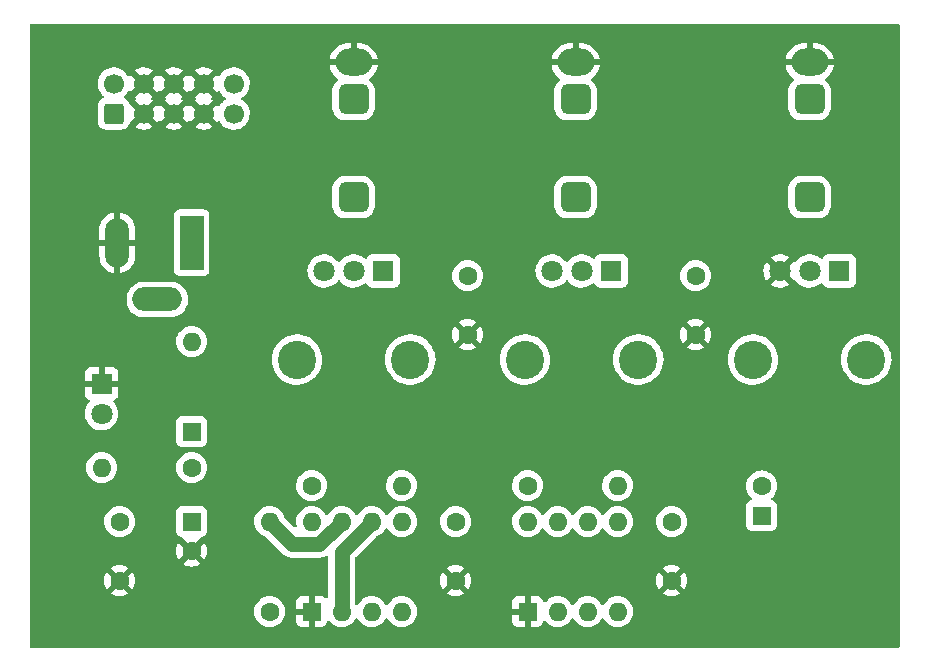
<source format=gbl>
%TF.GenerationSoftware,KiCad,Pcbnew,(6.0.0-0)*%
%TF.CreationDate,2022-05-14T22:50:12+01:00*%
%TF.ProjectId,atari-punk,61746172-692d-4707-956e-6b2e6b696361,r02*%
%TF.SameCoordinates,Original*%
%TF.FileFunction,Copper,L2,Bot*%
%TF.FilePolarity,Positive*%
%FSLAX46Y46*%
G04 Gerber Fmt 4.6, Leading zero omitted, Abs format (unit mm)*
G04 Created by KiCad (PCBNEW (6.0.0-0)) date 2022-05-14 22:50:12*
%MOMM*%
%LPD*%
G01*
G04 APERTURE LIST*
G04 Aperture macros list*
%AMRoundRect*
0 Rectangle with rounded corners*
0 $1 Rounding radius*
0 $2 $3 $4 $5 $6 $7 $8 $9 X,Y pos of 4 corners*
0 Add a 4 corners polygon primitive as box body*
4,1,4,$2,$3,$4,$5,$6,$7,$8,$9,$2,$3,0*
0 Add four circle primitives for the rounded corners*
1,1,$1+$1,$2,$3*
1,1,$1+$1,$4,$5*
1,1,$1+$1,$6,$7*
1,1,$1+$1,$8,$9*
0 Add four rect primitives between the rounded corners*
20,1,$1+$1,$2,$3,$4,$5,0*
20,1,$1+$1,$4,$5,$6,$7,0*
20,1,$1+$1,$6,$7,$8,$9,0*
20,1,$1+$1,$8,$9,$2,$3,0*%
G04 Aperture macros list end*
%TA.AperFunction,ComponentPad*%
%ADD10C,1.600000*%
%TD*%
%TA.AperFunction,ComponentPad*%
%ADD11R,1.800000X1.800000*%
%TD*%
%TA.AperFunction,ComponentPad*%
%ADD12C,1.800000*%
%TD*%
%TA.AperFunction,ComponentPad*%
%ADD13R,1.600000X1.600000*%
%TD*%
%TA.AperFunction,ComponentPad*%
%ADD14O,1.600000X1.600000*%
%TD*%
%TA.AperFunction,ComponentPad*%
%ADD15RoundRect,0.250000X0.600000X-0.600000X0.600000X0.600000X-0.600000X0.600000X-0.600000X-0.600000X0*%
%TD*%
%TA.AperFunction,ComponentPad*%
%ADD16C,1.700000*%
%TD*%
%TA.AperFunction,ComponentPad*%
%ADD17C,3.240000*%
%TD*%
%TA.AperFunction,ComponentPad*%
%ADD18R,2.000000X4.600000*%
%TD*%
%TA.AperFunction,ComponentPad*%
%ADD19O,2.000000X4.200000*%
%TD*%
%TA.AperFunction,ComponentPad*%
%ADD20O,4.200000X2.000000*%
%TD*%
%TA.AperFunction,ComponentPad*%
%ADD21O,3.100000X2.300000*%
%TD*%
%TA.AperFunction,ComponentPad*%
%ADD22RoundRect,0.650000X0.650000X0.650000X-0.650000X0.650000X-0.650000X-0.650000X0.650000X-0.650000X0*%
%TD*%
%TA.AperFunction,ViaPad*%
%ADD23C,0.762000*%
%TD*%
%TA.AperFunction,Conductor*%
%ADD24C,1.270000*%
%TD*%
G04 APERTURE END LIST*
D10*
%TO.P,C2,1*%
%TO.N,Net-(C2-Pad1)*%
X133096000Y-56388000D03*
%TO.P,C2,2*%
%TO.N,GND*%
X133096000Y-61388000D03*
%TD*%
D11*
%TO.P,D2,1,K*%
%TO.N,GND*%
X102108000Y-65532000D03*
D12*
%TO.P,D2,2,A*%
%TO.N,Net-(D2-Pad2)*%
X102108000Y-68072000D03*
%TD*%
D13*
%TO.P,C3,1*%
%TO.N,VCC*%
X109728000Y-77216000D03*
D10*
%TO.P,C3,2*%
%TO.N,GND*%
X109728000Y-79716000D03*
%TD*%
D13*
%TO.P,U2,1,GND*%
%TO.N,GND*%
X138176000Y-84836000D03*
D14*
%TO.P,U2,2,TR*%
%TO.N,Net-(U1-Pad3)*%
X140716000Y-84836000D03*
%TO.P,U2,3,Q*%
%TO.N,Net-(C7-Pad1)*%
X143256000Y-84836000D03*
%TO.P,U2,4,R*%
%TO.N,VCC*%
X145796000Y-84836000D03*
%TO.P,U2,5,CV*%
%TO.N,Net-(J5-PadT)*%
X145796000Y-77216000D03*
%TO.P,U2,6,THR*%
%TO.N,Net-(C6-Pad1)*%
X143256000Y-77216000D03*
%TO.P,U2,7,DIS*%
X140716000Y-77216000D03*
%TO.P,U2,8,VCC*%
%TO.N,VCC*%
X138176000Y-77216000D03*
%TD*%
D10*
%TO.P,C1,1*%
%TO.N,Net-(C1-Pad1)*%
X132080000Y-77216000D03*
%TO.P,C1,2*%
%TO.N,GND*%
X132080000Y-82216000D03*
%TD*%
%TO.P,R1,1*%
%TO.N,VCC*%
X109728000Y-72644000D03*
D14*
%TO.P,R1,2*%
%TO.N,Net-(D2-Pad2)*%
X102108000Y-72644000D03*
%TD*%
D13*
%TO.P,D1,1,K*%
%TO.N,VCC*%
X109728000Y-69596000D03*
D14*
%TO.P,D1,2,A*%
%TO.N,Net-(D1-Pad2)*%
X109728000Y-61976000D03*
%TD*%
D15*
%TO.P,J2,1,-12V*%
%TO.N,unconnected-(J2-Pad1)*%
X103124000Y-42672000D03*
D16*
%TO.P,J2,2,-12V*%
X103124000Y-40132000D03*
%TO.P,J2,3,GND*%
%TO.N,GND*%
X105664000Y-42672000D03*
%TO.P,J2,4,GND*%
X105664000Y-40132000D03*
%TO.P,J2,5,GND*%
X108204000Y-42672000D03*
%TO.P,J2,6,GND*%
X108204000Y-40132000D03*
%TO.P,J2,7,GND*%
X110744000Y-42672000D03*
%TO.P,J2,8,GND*%
X110744000Y-40132000D03*
%TO.P,J2,9,+12V*%
%TO.N,Net-(D1-Pad2)*%
X113284000Y-42672000D03*
%TO.P,J2,10,+12V*%
X113284000Y-40132000D03*
%TD*%
D17*
%TO.P,RV3,*%
%TO.N,*%
X166852000Y-63500000D03*
X157252000Y-63500000D03*
D11*
%TO.P,RV3,1,1*%
%TO.N,Net-(C7-Pad2)*%
X164552000Y-56000000D03*
D12*
%TO.P,RV3,2,2*%
%TO.N,Net-(J7-PadT)*%
X162052000Y-56000000D03*
%TO.P,RV3,3,3*%
%TO.N,GND*%
X159552000Y-56000000D03*
%TD*%
D10*
%TO.P,R4,1*%
%TO.N,VCC*%
X138176000Y-74168000D03*
D14*
%TO.P,R4,2*%
%TO.N,Net-(R4-Pad2)*%
X145796000Y-74168000D03*
%TD*%
D13*
%TO.P,C7,1*%
%TO.N,Net-(C7-Pad1)*%
X157988000Y-76708000D03*
D10*
%TO.P,C7,2*%
%TO.N,Net-(C7-Pad2)*%
X157988000Y-74208000D03*
%TD*%
D17*
%TO.P,RV1,*%
%TO.N,*%
X128244000Y-63500000D03*
X118644000Y-63500000D03*
D11*
%TO.P,RV1,1,1*%
%TO.N,Net-(R3-Pad2)*%
X125944000Y-56000000D03*
D12*
%TO.P,RV1,2,2*%
X123444000Y-56000000D03*
%TO.P,RV1,3,3*%
%TO.N,Net-(R2-Pad2)*%
X120944000Y-56000000D03*
%TD*%
D18*
%TO.P,J1,1*%
%TO.N,Net-(D1-Pad2)*%
X109728000Y-53606000D03*
D19*
%TO.P,J1,2*%
%TO.N,GND*%
X103428000Y-53606000D03*
D20*
%TO.P,J1,3*%
%TO.N,unconnected-(J1-Pad3)*%
X106828000Y-58406000D03*
%TD*%
D17*
%TO.P,RV2,*%
%TO.N,*%
X147548000Y-63500000D03*
X137948000Y-63500000D03*
D11*
%TO.P,RV2,1,1*%
%TO.N,Net-(R4-Pad2)*%
X145248000Y-56000000D03*
D12*
%TO.P,RV2,2,2*%
X142748000Y-56000000D03*
%TO.P,RV2,3,3*%
%TO.N,Net-(C6-Pad1)*%
X140248000Y-56000000D03*
%TD*%
D10*
%TO.P,C6,1*%
%TO.N,Net-(C6-Pad1)*%
X150368000Y-77216000D03*
%TO.P,C6,2*%
%TO.N,GND*%
X150368000Y-82216000D03*
%TD*%
D21*
%TO.P,J3,S*%
%TO.N,GND*%
X123444000Y-38348000D03*
D22*
%TO.P,J3,T*%
%TO.N,Net-(J3-PadT)*%
X123444000Y-49748000D03*
%TO.P,J3,TN*%
%TO.N,Net-(C2-Pad1)*%
X123444000Y-41448000D03*
%TD*%
D10*
%TO.P,R2,1*%
%TO.N,Net-(C1-Pad1)*%
X116332000Y-84836000D03*
D14*
%TO.P,R2,2*%
%TO.N,Net-(R2-Pad2)*%
X116332000Y-77216000D03*
%TD*%
D10*
%TO.P,C4,1*%
%TO.N,VCC*%
X103632000Y-77216000D03*
%TO.P,C4,2*%
%TO.N,GND*%
X103632000Y-82216000D03*
%TD*%
D21*
%TO.P,J5,S*%
%TO.N,GND*%
X142240000Y-38348000D03*
D22*
%TO.P,J5,T*%
%TO.N,Net-(J5-PadT)*%
X142240000Y-49748000D03*
%TO.P,J5,TN*%
%TO.N,Net-(C5-Pad1)*%
X142240000Y-41448000D03*
%TD*%
D10*
%TO.P,C5,1*%
%TO.N,Net-(C5-Pad1)*%
X152400000Y-56388000D03*
%TO.P,C5,2*%
%TO.N,GND*%
X152400000Y-61388000D03*
%TD*%
%TO.P,R3,1*%
%TO.N,VCC*%
X119888000Y-74168000D03*
D14*
%TO.P,R3,2*%
%TO.N,Net-(R3-Pad2)*%
X127508000Y-74168000D03*
%TD*%
D13*
%TO.P,U1,1,GND*%
%TO.N,GND*%
X119888000Y-84836000D03*
D14*
%TO.P,U1,2,TR*%
%TO.N,Net-(C1-Pad1)*%
X122428000Y-84836000D03*
%TO.P,U1,3,Q*%
%TO.N,Net-(U1-Pad3)*%
X124968000Y-84836000D03*
%TO.P,U1,4,R*%
%TO.N,VCC*%
X127508000Y-84836000D03*
%TO.P,U1,5,CV*%
%TO.N,Net-(J3-PadT)*%
X127508000Y-77216000D03*
%TO.P,U1,6,THR*%
%TO.N,Net-(C1-Pad1)*%
X124968000Y-77216000D03*
%TO.P,U1,7,DIS*%
%TO.N,Net-(R2-Pad2)*%
X122428000Y-77216000D03*
%TO.P,U1,8,VCC*%
%TO.N,VCC*%
X119888000Y-77216000D03*
%TD*%
D21*
%TO.P,J7,S*%
%TO.N,GND*%
X162052000Y-38348000D03*
D22*
%TO.P,J7,T*%
%TO.N,Net-(J7-PadT)*%
X162052000Y-49748000D03*
%TO.P,J7,TN*%
%TO.N,unconnected-(J7-PadTN)*%
X162052000Y-41448000D03*
%TD*%
D23*
%TO.N,GND*%
X146304000Y-59944000D03*
X124460000Y-74168000D03*
X127000000Y-59944000D03*
X142748000Y-74168000D03*
%TD*%
D24*
%TO.N,Net-(C1-Pad1)*%
X122428000Y-84836000D02*
X122428000Y-79756000D01*
X122428000Y-79756000D02*
X124968000Y-77216000D01*
%TO.N,Net-(R2-Pad2)*%
X120519062Y-79124938D02*
X122428000Y-77216000D01*
X116332000Y-77216000D02*
X118240938Y-79124938D01*
X118240938Y-79124938D02*
X120519062Y-79124938D01*
%TD*%
%TA.AperFunction,Conductor*%
%TO.N,GND*%
G36*
X169614121Y-35072002D02*
G01*
X169660614Y-35125658D01*
X169672000Y-35178000D01*
X169672000Y-87758000D01*
X169651998Y-87826121D01*
X169598342Y-87872614D01*
X169546000Y-87884000D01*
X96138000Y-87884000D01*
X96069879Y-87863998D01*
X96023386Y-87810342D01*
X96012000Y-87758000D01*
X96012000Y-84836000D01*
X115018502Y-84836000D01*
X115038457Y-85064087D01*
X115039881Y-85069400D01*
X115039881Y-85069402D01*
X115049031Y-85103548D01*
X115097716Y-85285243D01*
X115100039Y-85290224D01*
X115100039Y-85290225D01*
X115192151Y-85487762D01*
X115192154Y-85487767D01*
X115194477Y-85492749D01*
X115197634Y-85497257D01*
X115321559Y-85674240D01*
X115325802Y-85680300D01*
X115487700Y-85842198D01*
X115492208Y-85845355D01*
X115492211Y-85845357D01*
X115533195Y-85874054D01*
X115675251Y-85973523D01*
X115680233Y-85975846D01*
X115680238Y-85975849D01*
X115877775Y-86067961D01*
X115882757Y-86070284D01*
X115888065Y-86071706D01*
X115888067Y-86071707D01*
X116098598Y-86128119D01*
X116098600Y-86128119D01*
X116103913Y-86129543D01*
X116332000Y-86149498D01*
X116560087Y-86129543D01*
X116565400Y-86128119D01*
X116565402Y-86128119D01*
X116775933Y-86071707D01*
X116775935Y-86071706D01*
X116781243Y-86070284D01*
X116786225Y-86067961D01*
X116983762Y-85975849D01*
X116983767Y-85975846D01*
X116988749Y-85973523D01*
X117130805Y-85874054D01*
X117171789Y-85845357D01*
X117171792Y-85845355D01*
X117176300Y-85842198D01*
X117337829Y-85680669D01*
X118580001Y-85680669D01*
X118580371Y-85687490D01*
X118585895Y-85738352D01*
X118589521Y-85753604D01*
X118634676Y-85874054D01*
X118643214Y-85889649D01*
X118719715Y-85991724D01*
X118732276Y-86004285D01*
X118834351Y-86080786D01*
X118849946Y-86089324D01*
X118970394Y-86134478D01*
X118985649Y-86138105D01*
X119036514Y-86143631D01*
X119043328Y-86144000D01*
X119615885Y-86144000D01*
X119631124Y-86139525D01*
X119632329Y-86138135D01*
X119634000Y-86130452D01*
X119634000Y-85108115D01*
X119629525Y-85092876D01*
X119628135Y-85091671D01*
X119620452Y-85090000D01*
X118598116Y-85090000D01*
X118582877Y-85094475D01*
X118581672Y-85095865D01*
X118580001Y-85103548D01*
X118580001Y-85680669D01*
X117337829Y-85680669D01*
X117338198Y-85680300D01*
X117342442Y-85674240D01*
X117466366Y-85497257D01*
X117469523Y-85492749D01*
X117471846Y-85487767D01*
X117471849Y-85487762D01*
X117563961Y-85290225D01*
X117563961Y-85290224D01*
X117566284Y-85285243D01*
X117614970Y-85103548D01*
X117624119Y-85069402D01*
X117624119Y-85069400D01*
X117625543Y-85064087D01*
X117645498Y-84836000D01*
X117625543Y-84607913D01*
X117617028Y-84576135D01*
X117613746Y-84563885D01*
X118580000Y-84563885D01*
X118584475Y-84579124D01*
X118585865Y-84580329D01*
X118593548Y-84582000D01*
X119615885Y-84582000D01*
X119631124Y-84577525D01*
X119632329Y-84576135D01*
X119634000Y-84568452D01*
X119634000Y-83546116D01*
X119629525Y-83530877D01*
X119628135Y-83529672D01*
X119620452Y-83528001D01*
X119043331Y-83528001D01*
X119036510Y-83528371D01*
X118985648Y-83533895D01*
X118970396Y-83537521D01*
X118849946Y-83582676D01*
X118834351Y-83591214D01*
X118732276Y-83667715D01*
X118719715Y-83680276D01*
X118643214Y-83782351D01*
X118634676Y-83797946D01*
X118589522Y-83918394D01*
X118585895Y-83933649D01*
X118580369Y-83984514D01*
X118580000Y-83991328D01*
X118580000Y-84563885D01*
X117613746Y-84563885D01*
X117567707Y-84392067D01*
X117567706Y-84392065D01*
X117566284Y-84386757D01*
X117487310Y-84217395D01*
X117471849Y-84184238D01*
X117471846Y-84184233D01*
X117469523Y-84179251D01*
X117396098Y-84074389D01*
X117341357Y-83996211D01*
X117341355Y-83996208D01*
X117338198Y-83991700D01*
X117176300Y-83829802D01*
X117171792Y-83826645D01*
X117171789Y-83826643D01*
X117021169Y-83721178D01*
X116988749Y-83698477D01*
X116983767Y-83696154D01*
X116983762Y-83696151D01*
X116786225Y-83604039D01*
X116786224Y-83604039D01*
X116781243Y-83601716D01*
X116775935Y-83600294D01*
X116775933Y-83600293D01*
X116565402Y-83543881D01*
X116565400Y-83543881D01*
X116560087Y-83542457D01*
X116332000Y-83522502D01*
X116103913Y-83542457D01*
X116098600Y-83543881D01*
X116098598Y-83543881D01*
X115888067Y-83600293D01*
X115888065Y-83600294D01*
X115882757Y-83601716D01*
X115877776Y-83604039D01*
X115877775Y-83604039D01*
X115680238Y-83696151D01*
X115680233Y-83696154D01*
X115675251Y-83698477D01*
X115642831Y-83721178D01*
X115492211Y-83826643D01*
X115492208Y-83826645D01*
X115487700Y-83829802D01*
X115325802Y-83991700D01*
X115322645Y-83996208D01*
X115322643Y-83996211D01*
X115267902Y-84074389D01*
X115194477Y-84179251D01*
X115192154Y-84184233D01*
X115192151Y-84184238D01*
X115176690Y-84217395D01*
X115097716Y-84386757D01*
X115096294Y-84392065D01*
X115096293Y-84392067D01*
X115046972Y-84576135D01*
X115038457Y-84607913D01*
X115018502Y-84836000D01*
X96012000Y-84836000D01*
X96012000Y-83302062D01*
X102910493Y-83302062D01*
X102919789Y-83314077D01*
X102970994Y-83349931D01*
X102980489Y-83355414D01*
X103177947Y-83447490D01*
X103188239Y-83451236D01*
X103398688Y-83507625D01*
X103409481Y-83509528D01*
X103626525Y-83528517D01*
X103637475Y-83528517D01*
X103854519Y-83509528D01*
X103865312Y-83507625D01*
X104075761Y-83451236D01*
X104086053Y-83447490D01*
X104283511Y-83355414D01*
X104293006Y-83349931D01*
X104345048Y-83313491D01*
X104353424Y-83303012D01*
X104346356Y-83289566D01*
X103644812Y-82588022D01*
X103630868Y-82580408D01*
X103629035Y-82580539D01*
X103622420Y-82584790D01*
X102916923Y-83290287D01*
X102910493Y-83302062D01*
X96012000Y-83302062D01*
X96012000Y-82221475D01*
X102319483Y-82221475D01*
X102338472Y-82438519D01*
X102340375Y-82449312D01*
X102396764Y-82659761D01*
X102400510Y-82670053D01*
X102492586Y-82867511D01*
X102498069Y-82877006D01*
X102534509Y-82929048D01*
X102544988Y-82937424D01*
X102558434Y-82930356D01*
X103259978Y-82228812D01*
X103266356Y-82217132D01*
X103996408Y-82217132D01*
X103996539Y-82218965D01*
X104000790Y-82225580D01*
X104706287Y-82931077D01*
X104718062Y-82937507D01*
X104730077Y-82928211D01*
X104765931Y-82877006D01*
X104771414Y-82867511D01*
X104863490Y-82670053D01*
X104867236Y-82659761D01*
X104923625Y-82449312D01*
X104925528Y-82438519D01*
X104944517Y-82221475D01*
X104944517Y-82210525D01*
X104925528Y-81993481D01*
X104923625Y-81982688D01*
X104867236Y-81772239D01*
X104863490Y-81761947D01*
X104771414Y-81564489D01*
X104765931Y-81554994D01*
X104729491Y-81502952D01*
X104719012Y-81494576D01*
X104705566Y-81501644D01*
X104004022Y-82203188D01*
X103996408Y-82217132D01*
X103266356Y-82217132D01*
X103267592Y-82214868D01*
X103267461Y-82213035D01*
X103263210Y-82206420D01*
X102557713Y-81500923D01*
X102545938Y-81494493D01*
X102533923Y-81503789D01*
X102498069Y-81554994D01*
X102492586Y-81564489D01*
X102400510Y-81761947D01*
X102396764Y-81772239D01*
X102340375Y-81982688D01*
X102338472Y-81993481D01*
X102319483Y-82210525D01*
X102319483Y-82221475D01*
X96012000Y-82221475D01*
X96012000Y-81128988D01*
X102910576Y-81128988D01*
X102917644Y-81142434D01*
X103619188Y-81843978D01*
X103633132Y-81851592D01*
X103634965Y-81851461D01*
X103641580Y-81847210D01*
X104347077Y-81141713D01*
X104353507Y-81129938D01*
X104344211Y-81117923D01*
X104293006Y-81082069D01*
X104283511Y-81076586D01*
X104086053Y-80984510D01*
X104075761Y-80980764D01*
X103865312Y-80924375D01*
X103854519Y-80922472D01*
X103637475Y-80903483D01*
X103626525Y-80903483D01*
X103409481Y-80922472D01*
X103398688Y-80924375D01*
X103188239Y-80980764D01*
X103177947Y-80984510D01*
X102980489Y-81076586D01*
X102970994Y-81082069D01*
X102918952Y-81118509D01*
X102910576Y-81128988D01*
X96012000Y-81128988D01*
X96012000Y-80802062D01*
X109006493Y-80802062D01*
X109015789Y-80814077D01*
X109066994Y-80849931D01*
X109076489Y-80855414D01*
X109273947Y-80947490D01*
X109284239Y-80951236D01*
X109494688Y-81007625D01*
X109505481Y-81009528D01*
X109722525Y-81028517D01*
X109733475Y-81028517D01*
X109950519Y-81009528D01*
X109961312Y-81007625D01*
X110171761Y-80951236D01*
X110182053Y-80947490D01*
X110379511Y-80855414D01*
X110389006Y-80849931D01*
X110441048Y-80813491D01*
X110449424Y-80803012D01*
X110442356Y-80789566D01*
X109740812Y-80088022D01*
X109726868Y-80080408D01*
X109725035Y-80080539D01*
X109718420Y-80084790D01*
X109012923Y-80790287D01*
X109006493Y-80802062D01*
X96012000Y-80802062D01*
X96012000Y-79721475D01*
X108415483Y-79721475D01*
X108434472Y-79938519D01*
X108436375Y-79949312D01*
X108492764Y-80159761D01*
X108496510Y-80170053D01*
X108588586Y-80367511D01*
X108594069Y-80377006D01*
X108630509Y-80429048D01*
X108640988Y-80437424D01*
X108654434Y-80430356D01*
X109355978Y-79728812D01*
X109362356Y-79717132D01*
X110092408Y-79717132D01*
X110092539Y-79718965D01*
X110096790Y-79725580D01*
X110802287Y-80431077D01*
X110814062Y-80437507D01*
X110826077Y-80428211D01*
X110861931Y-80377006D01*
X110867414Y-80367511D01*
X110959490Y-80170053D01*
X110963236Y-80159761D01*
X111019625Y-79949312D01*
X111021528Y-79938519D01*
X111040517Y-79721475D01*
X111040517Y-79710525D01*
X111021528Y-79493481D01*
X111019625Y-79482688D01*
X110963236Y-79272239D01*
X110959490Y-79261947D01*
X110867414Y-79064489D01*
X110861931Y-79054994D01*
X110825491Y-79002952D01*
X110815012Y-78994576D01*
X110801566Y-79001644D01*
X110100022Y-79703188D01*
X110092408Y-79717132D01*
X109362356Y-79717132D01*
X109363592Y-79714868D01*
X109363461Y-79713035D01*
X109359210Y-79706420D01*
X108653713Y-79000923D01*
X108641938Y-78994493D01*
X108629923Y-79003789D01*
X108594069Y-79054994D01*
X108588586Y-79064489D01*
X108496510Y-79261947D01*
X108492764Y-79272239D01*
X108436375Y-79482688D01*
X108434472Y-79493481D01*
X108415483Y-79710525D01*
X108415483Y-79721475D01*
X96012000Y-79721475D01*
X96012000Y-77216000D01*
X102318502Y-77216000D01*
X102338457Y-77444087D01*
X102339881Y-77449400D01*
X102339881Y-77449402D01*
X102367565Y-77552717D01*
X102397716Y-77665243D01*
X102400039Y-77670224D01*
X102400039Y-77670225D01*
X102492151Y-77867762D01*
X102492154Y-77867767D01*
X102494477Y-77872749D01*
X102497634Y-77877257D01*
X102588461Y-78006971D01*
X102625802Y-78060300D01*
X102787700Y-78222198D01*
X102792208Y-78225355D01*
X102792211Y-78225357D01*
X102833542Y-78254297D01*
X102975251Y-78353523D01*
X102980233Y-78355846D01*
X102980238Y-78355849D01*
X103177771Y-78447959D01*
X103182757Y-78450284D01*
X103188065Y-78451706D01*
X103188067Y-78451707D01*
X103398598Y-78508119D01*
X103398600Y-78508119D01*
X103403913Y-78509543D01*
X103632000Y-78529498D01*
X103860087Y-78509543D01*
X103865400Y-78508119D01*
X103865402Y-78508119D01*
X104075933Y-78451707D01*
X104075935Y-78451706D01*
X104081243Y-78450284D01*
X104086229Y-78447959D01*
X104283762Y-78355849D01*
X104283767Y-78355846D01*
X104288749Y-78353523D01*
X104430458Y-78254297D01*
X104471789Y-78225357D01*
X104471792Y-78225355D01*
X104476300Y-78222198D01*
X104634364Y-78064134D01*
X108419500Y-78064134D01*
X108426255Y-78126316D01*
X108477385Y-78262705D01*
X108564739Y-78379261D01*
X108681295Y-78466615D01*
X108817684Y-78517745D01*
X108861252Y-78522478D01*
X108876486Y-78524133D01*
X108876489Y-78524133D01*
X108879866Y-78524500D01*
X108883185Y-78524500D01*
X108950110Y-78548153D01*
X108985804Y-78594156D01*
X108987734Y-78593141D01*
X108993442Y-78604000D01*
X108993632Y-78604245D01*
X108993653Y-78604403D01*
X109013644Y-78642434D01*
X109715188Y-79343978D01*
X109729132Y-79351592D01*
X109730965Y-79351461D01*
X109737580Y-79347210D01*
X110443077Y-78641713D01*
X110465871Y-78599971D01*
X110468047Y-78589971D01*
X110518253Y-78539773D01*
X110571814Y-78524549D01*
X110572719Y-78524500D01*
X110576134Y-78524500D01*
X110579530Y-78524131D01*
X110579532Y-78524131D01*
X110591879Y-78522790D01*
X110638316Y-78517745D01*
X110774705Y-78466615D01*
X110891261Y-78379261D01*
X110978615Y-78262705D01*
X111029745Y-78126316D01*
X111036500Y-78064134D01*
X111036500Y-77216000D01*
X115018502Y-77216000D01*
X115038457Y-77444087D01*
X115039881Y-77449400D01*
X115039881Y-77449402D01*
X115067565Y-77552717D01*
X115097716Y-77665243D01*
X115100039Y-77670224D01*
X115100039Y-77670225D01*
X115192151Y-77867762D01*
X115192154Y-77867767D01*
X115194477Y-77872749D01*
X115197634Y-77877257D01*
X115288461Y-78006971D01*
X115325802Y-78060300D01*
X115487700Y-78222198D01*
X115492208Y-78225355D01*
X115492211Y-78225357D01*
X115533542Y-78254297D01*
X115675251Y-78353523D01*
X115680233Y-78355846D01*
X115680238Y-78355849D01*
X115877771Y-78447959D01*
X115882757Y-78450284D01*
X115923603Y-78461229D01*
X115940815Y-78465841D01*
X115997298Y-78498452D01*
X117402096Y-79903250D01*
X117407733Y-79909268D01*
X117450432Y-79957957D01*
X117454963Y-79961529D01*
X117454964Y-79961530D01*
X117519897Y-80012720D01*
X117522458Y-80014794D01*
X117543486Y-80032282D01*
X117590478Y-80071364D01*
X117595516Y-80074186D01*
X117598552Y-80076272D01*
X117607792Y-80082446D01*
X117610937Y-80084489D01*
X117615475Y-80088066D01*
X117620583Y-80090754D01*
X117620587Y-80090756D01*
X117673762Y-80118732D01*
X117690485Y-80127530D01*
X117693754Y-80129250D01*
X117696654Y-80130825D01*
X117766700Y-80170053D01*
X117773842Y-80174053D01*
X117779314Y-80175910D01*
X117782714Y-80177424D01*
X117792925Y-80181811D01*
X117796359Y-80183233D01*
X117801465Y-80185920D01*
X117806979Y-80187632D01*
X117806981Y-80187633D01*
X117885937Y-80212150D01*
X117889073Y-80213169D01*
X117924419Y-80225167D01*
X117972850Y-80241607D01*
X117978563Y-80242436D01*
X117982076Y-80243279D01*
X117993089Y-80245771D01*
X117996656Y-80246529D01*
X118002172Y-80248242D01*
X118007900Y-80248920D01*
X118007905Y-80248921D01*
X118056195Y-80254636D01*
X118090056Y-80258644D01*
X118093278Y-80259068D01*
X118180835Y-80271763D01*
X118262992Y-80268535D01*
X118267939Y-80268438D01*
X120476257Y-80268438D01*
X120484498Y-80268708D01*
X120549123Y-80272944D01*
X120637035Y-80262539D01*
X120640248Y-80262202D01*
X120728341Y-80254107D01*
X120733901Y-80252539D01*
X120737474Y-80251877D01*
X120748477Y-80249688D01*
X120752090Y-80248920D01*
X120757827Y-80248241D01*
X120842338Y-80222000D01*
X120845435Y-80221084D01*
X120930611Y-80197061D01*
X120935799Y-80194503D01*
X120939250Y-80193178D01*
X120949628Y-80189037D01*
X120953015Y-80187634D01*
X120958535Y-80185920D01*
X121036808Y-80144739D01*
X121039744Y-80143243D01*
X121064925Y-80130825D01*
X121102772Y-80112161D01*
X121172713Y-80099971D01*
X121238143Y-80127530D01*
X121278286Y-80186087D01*
X121284500Y-80225167D01*
X121284500Y-83606564D01*
X121264498Y-83674685D01*
X121210842Y-83721178D01*
X121140568Y-83731282D01*
X121075988Y-83701788D01*
X121057675Y-83682130D01*
X121056287Y-83680278D01*
X121043724Y-83667715D01*
X120941649Y-83591214D01*
X120926054Y-83582676D01*
X120805606Y-83537522D01*
X120790351Y-83533895D01*
X120739486Y-83528369D01*
X120732672Y-83528000D01*
X120160115Y-83528000D01*
X120144876Y-83532475D01*
X120143671Y-83533865D01*
X120142000Y-83541548D01*
X120142000Y-86125884D01*
X120146475Y-86141123D01*
X120147865Y-86142328D01*
X120155548Y-86143999D01*
X120732669Y-86143999D01*
X120739490Y-86143629D01*
X120790352Y-86138105D01*
X120805604Y-86134479D01*
X120926054Y-86089324D01*
X120941649Y-86080786D01*
X121043724Y-86004285D01*
X121056285Y-85991724D01*
X121132786Y-85889649D01*
X121141324Y-85874054D01*
X121186478Y-85753606D01*
X121190104Y-85738357D01*
X121190479Y-85734904D01*
X121191522Y-85732394D01*
X121191932Y-85730669D01*
X121192211Y-85730735D01*
X121217719Y-85669341D01*
X121276080Y-85628912D01*
X121347034Y-85626454D01*
X121408054Y-85662747D01*
X121417344Y-85674240D01*
X121418641Y-85675786D01*
X121421802Y-85680300D01*
X121583700Y-85842198D01*
X121588208Y-85845355D01*
X121588211Y-85845357D01*
X121629195Y-85874054D01*
X121771251Y-85973523D01*
X121776233Y-85975846D01*
X121776238Y-85975849D01*
X121973775Y-86067961D01*
X121978757Y-86070284D01*
X121984065Y-86071706D01*
X121984067Y-86071707D01*
X122194598Y-86128119D01*
X122194600Y-86128119D01*
X122199913Y-86129543D01*
X122428000Y-86149498D01*
X122656087Y-86129543D01*
X122661400Y-86128119D01*
X122661402Y-86128119D01*
X122871933Y-86071707D01*
X122871935Y-86071706D01*
X122877243Y-86070284D01*
X122882225Y-86067961D01*
X123079762Y-85975849D01*
X123079767Y-85975846D01*
X123084749Y-85973523D01*
X123226805Y-85874054D01*
X123267789Y-85845357D01*
X123267792Y-85845355D01*
X123272300Y-85842198D01*
X123434198Y-85680300D01*
X123438442Y-85674240D01*
X123562366Y-85497257D01*
X123565523Y-85492749D01*
X123567846Y-85487767D01*
X123567849Y-85487762D01*
X123583805Y-85453543D01*
X123630722Y-85400258D01*
X123698999Y-85380797D01*
X123766959Y-85401339D01*
X123812195Y-85453543D01*
X123828151Y-85487762D01*
X123828154Y-85487767D01*
X123830477Y-85492749D01*
X123833634Y-85497257D01*
X123957559Y-85674240D01*
X123961802Y-85680300D01*
X124123700Y-85842198D01*
X124128208Y-85845355D01*
X124128211Y-85845357D01*
X124169195Y-85874054D01*
X124311251Y-85973523D01*
X124316233Y-85975846D01*
X124316238Y-85975849D01*
X124513775Y-86067961D01*
X124518757Y-86070284D01*
X124524065Y-86071706D01*
X124524067Y-86071707D01*
X124734598Y-86128119D01*
X124734600Y-86128119D01*
X124739913Y-86129543D01*
X124968000Y-86149498D01*
X125196087Y-86129543D01*
X125201400Y-86128119D01*
X125201402Y-86128119D01*
X125411933Y-86071707D01*
X125411935Y-86071706D01*
X125417243Y-86070284D01*
X125422225Y-86067961D01*
X125619762Y-85975849D01*
X125619767Y-85975846D01*
X125624749Y-85973523D01*
X125766805Y-85874054D01*
X125807789Y-85845357D01*
X125807792Y-85845355D01*
X125812300Y-85842198D01*
X125974198Y-85680300D01*
X125978442Y-85674240D01*
X126102366Y-85497257D01*
X126105523Y-85492749D01*
X126107846Y-85487767D01*
X126107849Y-85487762D01*
X126123805Y-85453543D01*
X126170722Y-85400258D01*
X126238999Y-85380797D01*
X126306959Y-85401339D01*
X126352195Y-85453543D01*
X126368151Y-85487762D01*
X126368154Y-85487767D01*
X126370477Y-85492749D01*
X126373634Y-85497257D01*
X126497559Y-85674240D01*
X126501802Y-85680300D01*
X126663700Y-85842198D01*
X126668208Y-85845355D01*
X126668211Y-85845357D01*
X126709195Y-85874054D01*
X126851251Y-85973523D01*
X126856233Y-85975846D01*
X126856238Y-85975849D01*
X127053775Y-86067961D01*
X127058757Y-86070284D01*
X127064065Y-86071706D01*
X127064067Y-86071707D01*
X127274598Y-86128119D01*
X127274600Y-86128119D01*
X127279913Y-86129543D01*
X127508000Y-86149498D01*
X127736087Y-86129543D01*
X127741400Y-86128119D01*
X127741402Y-86128119D01*
X127951933Y-86071707D01*
X127951935Y-86071706D01*
X127957243Y-86070284D01*
X127962225Y-86067961D01*
X128159762Y-85975849D01*
X128159767Y-85975846D01*
X128164749Y-85973523D01*
X128306805Y-85874054D01*
X128347789Y-85845357D01*
X128347792Y-85845355D01*
X128352300Y-85842198D01*
X128513829Y-85680669D01*
X136868001Y-85680669D01*
X136868371Y-85687490D01*
X136873895Y-85738352D01*
X136877521Y-85753604D01*
X136922676Y-85874054D01*
X136931214Y-85889649D01*
X137007715Y-85991724D01*
X137020276Y-86004285D01*
X137122351Y-86080786D01*
X137137946Y-86089324D01*
X137258394Y-86134478D01*
X137273649Y-86138105D01*
X137324514Y-86143631D01*
X137331328Y-86144000D01*
X137903885Y-86144000D01*
X137919124Y-86139525D01*
X137920329Y-86138135D01*
X137922000Y-86130452D01*
X137922000Y-86125884D01*
X138430000Y-86125884D01*
X138434475Y-86141123D01*
X138435865Y-86142328D01*
X138443548Y-86143999D01*
X139020669Y-86143999D01*
X139027490Y-86143629D01*
X139078352Y-86138105D01*
X139093604Y-86134479D01*
X139214054Y-86089324D01*
X139229649Y-86080786D01*
X139331724Y-86004285D01*
X139344285Y-85991724D01*
X139420786Y-85889649D01*
X139429324Y-85874054D01*
X139474478Y-85753606D01*
X139478104Y-85738357D01*
X139478479Y-85734904D01*
X139479522Y-85732394D01*
X139479932Y-85730669D01*
X139480211Y-85730735D01*
X139505719Y-85669341D01*
X139564080Y-85628912D01*
X139635034Y-85626454D01*
X139696054Y-85662747D01*
X139705344Y-85674240D01*
X139706641Y-85675786D01*
X139709802Y-85680300D01*
X139871700Y-85842198D01*
X139876208Y-85845355D01*
X139876211Y-85845357D01*
X139917195Y-85874054D01*
X140059251Y-85973523D01*
X140064233Y-85975846D01*
X140064238Y-85975849D01*
X140261775Y-86067961D01*
X140266757Y-86070284D01*
X140272065Y-86071706D01*
X140272067Y-86071707D01*
X140482598Y-86128119D01*
X140482600Y-86128119D01*
X140487913Y-86129543D01*
X140716000Y-86149498D01*
X140944087Y-86129543D01*
X140949400Y-86128119D01*
X140949402Y-86128119D01*
X141159933Y-86071707D01*
X141159935Y-86071706D01*
X141165243Y-86070284D01*
X141170225Y-86067961D01*
X141367762Y-85975849D01*
X141367767Y-85975846D01*
X141372749Y-85973523D01*
X141514805Y-85874054D01*
X141555789Y-85845357D01*
X141555792Y-85845355D01*
X141560300Y-85842198D01*
X141722198Y-85680300D01*
X141726442Y-85674240D01*
X141850366Y-85497257D01*
X141853523Y-85492749D01*
X141855846Y-85487767D01*
X141855849Y-85487762D01*
X141871805Y-85453543D01*
X141918722Y-85400258D01*
X141986999Y-85380797D01*
X142054959Y-85401339D01*
X142100195Y-85453543D01*
X142116151Y-85487762D01*
X142116154Y-85487767D01*
X142118477Y-85492749D01*
X142121634Y-85497257D01*
X142245559Y-85674240D01*
X142249802Y-85680300D01*
X142411700Y-85842198D01*
X142416208Y-85845355D01*
X142416211Y-85845357D01*
X142457195Y-85874054D01*
X142599251Y-85973523D01*
X142604233Y-85975846D01*
X142604238Y-85975849D01*
X142801775Y-86067961D01*
X142806757Y-86070284D01*
X142812065Y-86071706D01*
X142812067Y-86071707D01*
X143022598Y-86128119D01*
X143022600Y-86128119D01*
X143027913Y-86129543D01*
X143256000Y-86149498D01*
X143484087Y-86129543D01*
X143489400Y-86128119D01*
X143489402Y-86128119D01*
X143699933Y-86071707D01*
X143699935Y-86071706D01*
X143705243Y-86070284D01*
X143710225Y-86067961D01*
X143907762Y-85975849D01*
X143907767Y-85975846D01*
X143912749Y-85973523D01*
X144054805Y-85874054D01*
X144095789Y-85845357D01*
X144095792Y-85845355D01*
X144100300Y-85842198D01*
X144262198Y-85680300D01*
X144266442Y-85674240D01*
X144390366Y-85497257D01*
X144393523Y-85492749D01*
X144395846Y-85487767D01*
X144395849Y-85487762D01*
X144411805Y-85453543D01*
X144458722Y-85400258D01*
X144526999Y-85380797D01*
X144594959Y-85401339D01*
X144640195Y-85453543D01*
X144656151Y-85487762D01*
X144656154Y-85487767D01*
X144658477Y-85492749D01*
X144661634Y-85497257D01*
X144785559Y-85674240D01*
X144789802Y-85680300D01*
X144951700Y-85842198D01*
X144956208Y-85845355D01*
X144956211Y-85845357D01*
X144997195Y-85874054D01*
X145139251Y-85973523D01*
X145144233Y-85975846D01*
X145144238Y-85975849D01*
X145341775Y-86067961D01*
X145346757Y-86070284D01*
X145352065Y-86071706D01*
X145352067Y-86071707D01*
X145562598Y-86128119D01*
X145562600Y-86128119D01*
X145567913Y-86129543D01*
X145796000Y-86149498D01*
X146024087Y-86129543D01*
X146029400Y-86128119D01*
X146029402Y-86128119D01*
X146239933Y-86071707D01*
X146239935Y-86071706D01*
X146245243Y-86070284D01*
X146250225Y-86067961D01*
X146447762Y-85975849D01*
X146447767Y-85975846D01*
X146452749Y-85973523D01*
X146594805Y-85874054D01*
X146635789Y-85845357D01*
X146635792Y-85845355D01*
X146640300Y-85842198D01*
X146802198Y-85680300D01*
X146806442Y-85674240D01*
X146930366Y-85497257D01*
X146933523Y-85492749D01*
X146935846Y-85487767D01*
X146935849Y-85487762D01*
X147027961Y-85290225D01*
X147027961Y-85290224D01*
X147030284Y-85285243D01*
X147078970Y-85103548D01*
X147088119Y-85069402D01*
X147088119Y-85069400D01*
X147089543Y-85064087D01*
X147109498Y-84836000D01*
X147089543Y-84607913D01*
X147081028Y-84576135D01*
X147031707Y-84392067D01*
X147031706Y-84392065D01*
X147030284Y-84386757D01*
X146951310Y-84217395D01*
X146935849Y-84184238D01*
X146935846Y-84184233D01*
X146933523Y-84179251D01*
X146860098Y-84074389D01*
X146805357Y-83996211D01*
X146805355Y-83996208D01*
X146802198Y-83991700D01*
X146640300Y-83829802D01*
X146635792Y-83826645D01*
X146635789Y-83826643D01*
X146485169Y-83721178D01*
X146452749Y-83698477D01*
X146447767Y-83696154D01*
X146447762Y-83696151D01*
X146250225Y-83604039D01*
X146250224Y-83604039D01*
X146245243Y-83601716D01*
X146239935Y-83600294D01*
X146239933Y-83600293D01*
X146029402Y-83543881D01*
X146029400Y-83543881D01*
X146024087Y-83542457D01*
X145796000Y-83522502D01*
X145567913Y-83542457D01*
X145562600Y-83543881D01*
X145562598Y-83543881D01*
X145352067Y-83600293D01*
X145352065Y-83600294D01*
X145346757Y-83601716D01*
X145341776Y-83604039D01*
X145341775Y-83604039D01*
X145144238Y-83696151D01*
X145144233Y-83696154D01*
X145139251Y-83698477D01*
X145106831Y-83721178D01*
X144956211Y-83826643D01*
X144956208Y-83826645D01*
X144951700Y-83829802D01*
X144789802Y-83991700D01*
X144786645Y-83996208D01*
X144786643Y-83996211D01*
X144731902Y-84074389D01*
X144658477Y-84179251D01*
X144656154Y-84184233D01*
X144656151Y-84184238D01*
X144640195Y-84218457D01*
X144593278Y-84271742D01*
X144525001Y-84291203D01*
X144457041Y-84270661D01*
X144411805Y-84218457D01*
X144395849Y-84184238D01*
X144395846Y-84184233D01*
X144393523Y-84179251D01*
X144320098Y-84074389D01*
X144265357Y-83996211D01*
X144265355Y-83996208D01*
X144262198Y-83991700D01*
X144100300Y-83829802D01*
X144095792Y-83826645D01*
X144095789Y-83826643D01*
X143945169Y-83721178D01*
X143912749Y-83698477D01*
X143907767Y-83696154D01*
X143907762Y-83696151D01*
X143710225Y-83604039D01*
X143710224Y-83604039D01*
X143705243Y-83601716D01*
X143699935Y-83600294D01*
X143699933Y-83600293D01*
X143489402Y-83543881D01*
X143489400Y-83543881D01*
X143484087Y-83542457D01*
X143256000Y-83522502D01*
X143027913Y-83542457D01*
X143022600Y-83543881D01*
X143022598Y-83543881D01*
X142812067Y-83600293D01*
X142812065Y-83600294D01*
X142806757Y-83601716D01*
X142801776Y-83604039D01*
X142801775Y-83604039D01*
X142604238Y-83696151D01*
X142604233Y-83696154D01*
X142599251Y-83698477D01*
X142566831Y-83721178D01*
X142416211Y-83826643D01*
X142416208Y-83826645D01*
X142411700Y-83829802D01*
X142249802Y-83991700D01*
X142246645Y-83996208D01*
X142246643Y-83996211D01*
X142191902Y-84074389D01*
X142118477Y-84179251D01*
X142116154Y-84184233D01*
X142116151Y-84184238D01*
X142100195Y-84218457D01*
X142053278Y-84271742D01*
X141985001Y-84291203D01*
X141917041Y-84270661D01*
X141871805Y-84218457D01*
X141855849Y-84184238D01*
X141855846Y-84184233D01*
X141853523Y-84179251D01*
X141780098Y-84074389D01*
X141725357Y-83996211D01*
X141725355Y-83996208D01*
X141722198Y-83991700D01*
X141560300Y-83829802D01*
X141555792Y-83826645D01*
X141555789Y-83826643D01*
X141405169Y-83721178D01*
X141372749Y-83698477D01*
X141367767Y-83696154D01*
X141367762Y-83696151D01*
X141170225Y-83604039D01*
X141170224Y-83604039D01*
X141165243Y-83601716D01*
X141159935Y-83600294D01*
X141159933Y-83600293D01*
X140949402Y-83543881D01*
X140949400Y-83543881D01*
X140944087Y-83542457D01*
X140716000Y-83522502D01*
X140487913Y-83542457D01*
X140482600Y-83543881D01*
X140482598Y-83543881D01*
X140272067Y-83600293D01*
X140272065Y-83600294D01*
X140266757Y-83601716D01*
X140261776Y-83604039D01*
X140261775Y-83604039D01*
X140064238Y-83696151D01*
X140064233Y-83696154D01*
X140059251Y-83698477D01*
X140026831Y-83721178D01*
X139876211Y-83826643D01*
X139876208Y-83826645D01*
X139871700Y-83829802D01*
X139709802Y-83991700D01*
X139706643Y-83996211D01*
X139703108Y-84000424D01*
X139702140Y-83999612D01*
X139651506Y-84040090D01*
X139580887Y-84047404D01*
X139517524Y-84015376D01*
X139481536Y-83954177D01*
X139478480Y-83937099D01*
X139478105Y-83933648D01*
X139474479Y-83918396D01*
X139429324Y-83797946D01*
X139420786Y-83782351D01*
X139344285Y-83680276D01*
X139331724Y-83667715D01*
X139229649Y-83591214D01*
X139214054Y-83582676D01*
X139093606Y-83537522D01*
X139078351Y-83533895D01*
X139027486Y-83528369D01*
X139020672Y-83528000D01*
X138448115Y-83528000D01*
X138432876Y-83532475D01*
X138431671Y-83533865D01*
X138430000Y-83541548D01*
X138430000Y-86125884D01*
X137922000Y-86125884D01*
X137922000Y-85108115D01*
X137917525Y-85092876D01*
X137916135Y-85091671D01*
X137908452Y-85090000D01*
X136886116Y-85090000D01*
X136870877Y-85094475D01*
X136869672Y-85095865D01*
X136868001Y-85103548D01*
X136868001Y-85680669D01*
X128513829Y-85680669D01*
X128514198Y-85680300D01*
X128518442Y-85674240D01*
X128642366Y-85497257D01*
X128645523Y-85492749D01*
X128647846Y-85487767D01*
X128647849Y-85487762D01*
X128739961Y-85290225D01*
X128739961Y-85290224D01*
X128742284Y-85285243D01*
X128790970Y-85103548D01*
X128800119Y-85069402D01*
X128800119Y-85069400D01*
X128801543Y-85064087D01*
X128821498Y-84836000D01*
X128801543Y-84607913D01*
X128793028Y-84576135D01*
X128789746Y-84563885D01*
X136868000Y-84563885D01*
X136872475Y-84579124D01*
X136873865Y-84580329D01*
X136881548Y-84582000D01*
X137903885Y-84582000D01*
X137919124Y-84577525D01*
X137920329Y-84576135D01*
X137922000Y-84568452D01*
X137922000Y-83546116D01*
X137917525Y-83530877D01*
X137916135Y-83529672D01*
X137908452Y-83528001D01*
X137331331Y-83528001D01*
X137324510Y-83528371D01*
X137273648Y-83533895D01*
X137258396Y-83537521D01*
X137137946Y-83582676D01*
X137122351Y-83591214D01*
X137020276Y-83667715D01*
X137007715Y-83680276D01*
X136931214Y-83782351D01*
X136922676Y-83797946D01*
X136877522Y-83918394D01*
X136873895Y-83933649D01*
X136868369Y-83984514D01*
X136868000Y-83991328D01*
X136868000Y-84563885D01*
X128789746Y-84563885D01*
X128743707Y-84392067D01*
X128743706Y-84392065D01*
X128742284Y-84386757D01*
X128663310Y-84217395D01*
X128647849Y-84184238D01*
X128647846Y-84184233D01*
X128645523Y-84179251D01*
X128572098Y-84074389D01*
X128517357Y-83996211D01*
X128517355Y-83996208D01*
X128514198Y-83991700D01*
X128352300Y-83829802D01*
X128347792Y-83826645D01*
X128347789Y-83826643D01*
X128197169Y-83721178D01*
X128164749Y-83698477D01*
X128159767Y-83696154D01*
X128159762Y-83696151D01*
X127962225Y-83604039D01*
X127962224Y-83604039D01*
X127957243Y-83601716D01*
X127951935Y-83600294D01*
X127951933Y-83600293D01*
X127741402Y-83543881D01*
X127741400Y-83543881D01*
X127736087Y-83542457D01*
X127508000Y-83522502D01*
X127279913Y-83542457D01*
X127274600Y-83543881D01*
X127274598Y-83543881D01*
X127064067Y-83600293D01*
X127064065Y-83600294D01*
X127058757Y-83601716D01*
X127053776Y-83604039D01*
X127053775Y-83604039D01*
X126856238Y-83696151D01*
X126856233Y-83696154D01*
X126851251Y-83698477D01*
X126818831Y-83721178D01*
X126668211Y-83826643D01*
X126668208Y-83826645D01*
X126663700Y-83829802D01*
X126501802Y-83991700D01*
X126498645Y-83996208D01*
X126498643Y-83996211D01*
X126443902Y-84074389D01*
X126370477Y-84179251D01*
X126368154Y-84184233D01*
X126368151Y-84184238D01*
X126352195Y-84218457D01*
X126305278Y-84271742D01*
X126237001Y-84291203D01*
X126169041Y-84270661D01*
X126123805Y-84218457D01*
X126107849Y-84184238D01*
X126107846Y-84184233D01*
X126105523Y-84179251D01*
X126032098Y-84074389D01*
X125977357Y-83996211D01*
X125977355Y-83996208D01*
X125974198Y-83991700D01*
X125812300Y-83829802D01*
X125807792Y-83826645D01*
X125807789Y-83826643D01*
X125657169Y-83721178D01*
X125624749Y-83698477D01*
X125619767Y-83696154D01*
X125619762Y-83696151D01*
X125422225Y-83604039D01*
X125422224Y-83604039D01*
X125417243Y-83601716D01*
X125411935Y-83600294D01*
X125411933Y-83600293D01*
X125201402Y-83543881D01*
X125201400Y-83543881D01*
X125196087Y-83542457D01*
X124968000Y-83522502D01*
X124739913Y-83542457D01*
X124734600Y-83543881D01*
X124734598Y-83543881D01*
X124524067Y-83600293D01*
X124524065Y-83600294D01*
X124518757Y-83601716D01*
X124513776Y-83604039D01*
X124513775Y-83604039D01*
X124316238Y-83696151D01*
X124316233Y-83696154D01*
X124311251Y-83698477D01*
X124278831Y-83721178D01*
X124128211Y-83826643D01*
X124128208Y-83826645D01*
X124123700Y-83829802D01*
X123961802Y-83991700D01*
X123958645Y-83996208D01*
X123958643Y-83996211D01*
X123903902Y-84074389D01*
X123830477Y-84179251D01*
X123828154Y-84184233D01*
X123828151Y-84184238D01*
X123812195Y-84218457D01*
X123765278Y-84271742D01*
X123697001Y-84291203D01*
X123629041Y-84270661D01*
X123583810Y-84218467D01*
X123583310Y-84217395D01*
X123571500Y-84164135D01*
X123571500Y-83302062D01*
X131358493Y-83302062D01*
X131367789Y-83314077D01*
X131418994Y-83349931D01*
X131428489Y-83355414D01*
X131625947Y-83447490D01*
X131636239Y-83451236D01*
X131846688Y-83507625D01*
X131857481Y-83509528D01*
X132074525Y-83528517D01*
X132085475Y-83528517D01*
X132302519Y-83509528D01*
X132313312Y-83507625D01*
X132523761Y-83451236D01*
X132534053Y-83447490D01*
X132731511Y-83355414D01*
X132741006Y-83349931D01*
X132793048Y-83313491D01*
X132801424Y-83303012D01*
X132800925Y-83302062D01*
X149646493Y-83302062D01*
X149655789Y-83314077D01*
X149706994Y-83349931D01*
X149716489Y-83355414D01*
X149913947Y-83447490D01*
X149924239Y-83451236D01*
X150134688Y-83507625D01*
X150145481Y-83509528D01*
X150362525Y-83528517D01*
X150373475Y-83528517D01*
X150590519Y-83509528D01*
X150601312Y-83507625D01*
X150811761Y-83451236D01*
X150822053Y-83447490D01*
X151019511Y-83355414D01*
X151029006Y-83349931D01*
X151081048Y-83313491D01*
X151089424Y-83303012D01*
X151082356Y-83289566D01*
X150380812Y-82588022D01*
X150366868Y-82580408D01*
X150365035Y-82580539D01*
X150358420Y-82584790D01*
X149652923Y-83290287D01*
X149646493Y-83302062D01*
X132800925Y-83302062D01*
X132794356Y-83289566D01*
X132092812Y-82588022D01*
X132078868Y-82580408D01*
X132077035Y-82580539D01*
X132070420Y-82584790D01*
X131364923Y-83290287D01*
X131358493Y-83302062D01*
X123571500Y-83302062D01*
X123571500Y-82221475D01*
X130767483Y-82221475D01*
X130786472Y-82438519D01*
X130788375Y-82449312D01*
X130844764Y-82659761D01*
X130848510Y-82670053D01*
X130940586Y-82867511D01*
X130946069Y-82877006D01*
X130982509Y-82929048D01*
X130992988Y-82937424D01*
X131006434Y-82930356D01*
X131707978Y-82228812D01*
X131714356Y-82217132D01*
X132444408Y-82217132D01*
X132444539Y-82218965D01*
X132448790Y-82225580D01*
X133154287Y-82931077D01*
X133166062Y-82937507D01*
X133178077Y-82928211D01*
X133213931Y-82877006D01*
X133219414Y-82867511D01*
X133311490Y-82670053D01*
X133315236Y-82659761D01*
X133371625Y-82449312D01*
X133373528Y-82438519D01*
X133392517Y-82221475D01*
X149055483Y-82221475D01*
X149074472Y-82438519D01*
X149076375Y-82449312D01*
X149132764Y-82659761D01*
X149136510Y-82670053D01*
X149228586Y-82867511D01*
X149234069Y-82877006D01*
X149270509Y-82929048D01*
X149280988Y-82937424D01*
X149294434Y-82930356D01*
X149995978Y-82228812D01*
X150002356Y-82217132D01*
X150732408Y-82217132D01*
X150732539Y-82218965D01*
X150736790Y-82225580D01*
X151442287Y-82931077D01*
X151454062Y-82937507D01*
X151466077Y-82928211D01*
X151501931Y-82877006D01*
X151507414Y-82867511D01*
X151599490Y-82670053D01*
X151603236Y-82659761D01*
X151659625Y-82449312D01*
X151661528Y-82438519D01*
X151680517Y-82221475D01*
X151680517Y-82210525D01*
X151661528Y-81993481D01*
X151659625Y-81982688D01*
X151603236Y-81772239D01*
X151599490Y-81761947D01*
X151507414Y-81564489D01*
X151501931Y-81554994D01*
X151465491Y-81502952D01*
X151455012Y-81494576D01*
X151441566Y-81501644D01*
X150740022Y-82203188D01*
X150732408Y-82217132D01*
X150002356Y-82217132D01*
X150003592Y-82214868D01*
X150003461Y-82213035D01*
X149999210Y-82206420D01*
X149293713Y-81500923D01*
X149281938Y-81494493D01*
X149269923Y-81503789D01*
X149234069Y-81554994D01*
X149228586Y-81564489D01*
X149136510Y-81761947D01*
X149132764Y-81772239D01*
X149076375Y-81982688D01*
X149074472Y-81993481D01*
X149055483Y-82210525D01*
X149055483Y-82221475D01*
X133392517Y-82221475D01*
X133392517Y-82210525D01*
X133373528Y-81993481D01*
X133371625Y-81982688D01*
X133315236Y-81772239D01*
X133311490Y-81761947D01*
X133219414Y-81564489D01*
X133213931Y-81554994D01*
X133177491Y-81502952D01*
X133167012Y-81494576D01*
X133153566Y-81501644D01*
X132452022Y-82203188D01*
X132444408Y-82217132D01*
X131714356Y-82217132D01*
X131715592Y-82214868D01*
X131715461Y-82213035D01*
X131711210Y-82206420D01*
X131005713Y-81500923D01*
X130993938Y-81494493D01*
X130981923Y-81503789D01*
X130946069Y-81554994D01*
X130940586Y-81564489D01*
X130848510Y-81761947D01*
X130844764Y-81772239D01*
X130788375Y-81982688D01*
X130786472Y-81993481D01*
X130767483Y-82210525D01*
X130767483Y-82221475D01*
X123571500Y-82221475D01*
X123571500Y-81128988D01*
X131358576Y-81128988D01*
X131365644Y-81142434D01*
X132067188Y-81843978D01*
X132081132Y-81851592D01*
X132082965Y-81851461D01*
X132089580Y-81847210D01*
X132795077Y-81141713D01*
X132801507Y-81129938D01*
X132800772Y-81128988D01*
X149646576Y-81128988D01*
X149653644Y-81142434D01*
X150355188Y-81843978D01*
X150369132Y-81851592D01*
X150370965Y-81851461D01*
X150377580Y-81847210D01*
X151083077Y-81141713D01*
X151089507Y-81129938D01*
X151080211Y-81117923D01*
X151029006Y-81082069D01*
X151019511Y-81076586D01*
X150822053Y-80984510D01*
X150811761Y-80980764D01*
X150601312Y-80924375D01*
X150590519Y-80922472D01*
X150373475Y-80903483D01*
X150362525Y-80903483D01*
X150145481Y-80922472D01*
X150134688Y-80924375D01*
X149924239Y-80980764D01*
X149913947Y-80984510D01*
X149716489Y-81076586D01*
X149706994Y-81082069D01*
X149654952Y-81118509D01*
X149646576Y-81128988D01*
X132800772Y-81128988D01*
X132792211Y-81117923D01*
X132741006Y-81082069D01*
X132731511Y-81076586D01*
X132534053Y-80984510D01*
X132523761Y-80980764D01*
X132313312Y-80924375D01*
X132302519Y-80922472D01*
X132085475Y-80903483D01*
X132074525Y-80903483D01*
X131857481Y-80922472D01*
X131846688Y-80924375D01*
X131636239Y-80980764D01*
X131625947Y-80984510D01*
X131428489Y-81076586D01*
X131418994Y-81082069D01*
X131366952Y-81118509D01*
X131358576Y-81128988D01*
X123571500Y-81128988D01*
X123571500Y-80281843D01*
X123591502Y-80213722D01*
X123608405Y-80192748D01*
X125302700Y-78498453D01*
X125359184Y-78465841D01*
X125411929Y-78451708D01*
X125411932Y-78451707D01*
X125417243Y-78450284D01*
X125558014Y-78384642D01*
X125619762Y-78355849D01*
X125619767Y-78355846D01*
X125624749Y-78353523D01*
X125766458Y-78254297D01*
X125807789Y-78225357D01*
X125807792Y-78225355D01*
X125812300Y-78222198D01*
X125974198Y-78060300D01*
X126011540Y-78006971D01*
X126102366Y-77877257D01*
X126105523Y-77872749D01*
X126107846Y-77867767D01*
X126107849Y-77867762D01*
X126123805Y-77833543D01*
X126170722Y-77780258D01*
X126238999Y-77760797D01*
X126306959Y-77781339D01*
X126352195Y-77833543D01*
X126368151Y-77867762D01*
X126368154Y-77867767D01*
X126370477Y-77872749D01*
X126373634Y-77877257D01*
X126464461Y-78006971D01*
X126501802Y-78060300D01*
X126663700Y-78222198D01*
X126668208Y-78225355D01*
X126668211Y-78225357D01*
X126709542Y-78254297D01*
X126851251Y-78353523D01*
X126856233Y-78355846D01*
X126856238Y-78355849D01*
X127053771Y-78447959D01*
X127058757Y-78450284D01*
X127064065Y-78451706D01*
X127064067Y-78451707D01*
X127274598Y-78508119D01*
X127274600Y-78508119D01*
X127279913Y-78509543D01*
X127508000Y-78529498D01*
X127736087Y-78509543D01*
X127741400Y-78508119D01*
X127741402Y-78508119D01*
X127951933Y-78451707D01*
X127951935Y-78451706D01*
X127957243Y-78450284D01*
X127962229Y-78447959D01*
X128159762Y-78355849D01*
X128159767Y-78355846D01*
X128164749Y-78353523D01*
X128306458Y-78254297D01*
X128347789Y-78225357D01*
X128347792Y-78225355D01*
X128352300Y-78222198D01*
X128514198Y-78060300D01*
X128551540Y-78006971D01*
X128642366Y-77877257D01*
X128645523Y-77872749D01*
X128647846Y-77867767D01*
X128647849Y-77867762D01*
X128739961Y-77670225D01*
X128739961Y-77670224D01*
X128742284Y-77665243D01*
X128772436Y-77552717D01*
X128800119Y-77449402D01*
X128800119Y-77449400D01*
X128801543Y-77444087D01*
X128821498Y-77216000D01*
X130766502Y-77216000D01*
X130786457Y-77444087D01*
X130787881Y-77449400D01*
X130787881Y-77449402D01*
X130815565Y-77552717D01*
X130845716Y-77665243D01*
X130848039Y-77670224D01*
X130848039Y-77670225D01*
X130940151Y-77867762D01*
X130940154Y-77867767D01*
X130942477Y-77872749D01*
X130945634Y-77877257D01*
X131036461Y-78006971D01*
X131073802Y-78060300D01*
X131235700Y-78222198D01*
X131240208Y-78225355D01*
X131240211Y-78225357D01*
X131281542Y-78254297D01*
X131423251Y-78353523D01*
X131428233Y-78355846D01*
X131428238Y-78355849D01*
X131625771Y-78447959D01*
X131630757Y-78450284D01*
X131636065Y-78451706D01*
X131636067Y-78451707D01*
X131846598Y-78508119D01*
X131846600Y-78508119D01*
X131851913Y-78509543D01*
X132080000Y-78529498D01*
X132308087Y-78509543D01*
X132313400Y-78508119D01*
X132313402Y-78508119D01*
X132523933Y-78451707D01*
X132523935Y-78451706D01*
X132529243Y-78450284D01*
X132534229Y-78447959D01*
X132731762Y-78355849D01*
X132731767Y-78355846D01*
X132736749Y-78353523D01*
X132878458Y-78254297D01*
X132919789Y-78225357D01*
X132919792Y-78225355D01*
X132924300Y-78222198D01*
X133086198Y-78060300D01*
X133123540Y-78006971D01*
X133214366Y-77877257D01*
X133217523Y-77872749D01*
X133219846Y-77867767D01*
X133219849Y-77867762D01*
X133311961Y-77670225D01*
X133311961Y-77670224D01*
X133314284Y-77665243D01*
X133344436Y-77552717D01*
X133372119Y-77449402D01*
X133372119Y-77449400D01*
X133373543Y-77444087D01*
X133393498Y-77216000D01*
X136862502Y-77216000D01*
X136882457Y-77444087D01*
X136883881Y-77449400D01*
X136883881Y-77449402D01*
X136911565Y-77552717D01*
X136941716Y-77665243D01*
X136944039Y-77670224D01*
X136944039Y-77670225D01*
X137036151Y-77867762D01*
X137036154Y-77867767D01*
X137038477Y-77872749D01*
X137041634Y-77877257D01*
X137132461Y-78006971D01*
X137169802Y-78060300D01*
X137331700Y-78222198D01*
X137336208Y-78225355D01*
X137336211Y-78225357D01*
X137377542Y-78254297D01*
X137519251Y-78353523D01*
X137524233Y-78355846D01*
X137524238Y-78355849D01*
X137721771Y-78447959D01*
X137726757Y-78450284D01*
X137732065Y-78451706D01*
X137732067Y-78451707D01*
X137942598Y-78508119D01*
X137942600Y-78508119D01*
X137947913Y-78509543D01*
X138176000Y-78529498D01*
X138404087Y-78509543D01*
X138409400Y-78508119D01*
X138409402Y-78508119D01*
X138619933Y-78451707D01*
X138619935Y-78451706D01*
X138625243Y-78450284D01*
X138630229Y-78447959D01*
X138827762Y-78355849D01*
X138827767Y-78355846D01*
X138832749Y-78353523D01*
X138974458Y-78254297D01*
X139015789Y-78225357D01*
X139015792Y-78225355D01*
X139020300Y-78222198D01*
X139182198Y-78060300D01*
X139219540Y-78006971D01*
X139310366Y-77877257D01*
X139313523Y-77872749D01*
X139315846Y-77867767D01*
X139315849Y-77867762D01*
X139331805Y-77833543D01*
X139378722Y-77780258D01*
X139446999Y-77760797D01*
X139514959Y-77781339D01*
X139560195Y-77833543D01*
X139576151Y-77867762D01*
X139576154Y-77867767D01*
X139578477Y-77872749D01*
X139581634Y-77877257D01*
X139672461Y-78006971D01*
X139709802Y-78060300D01*
X139871700Y-78222198D01*
X139876208Y-78225355D01*
X139876211Y-78225357D01*
X139917542Y-78254297D01*
X140059251Y-78353523D01*
X140064233Y-78355846D01*
X140064238Y-78355849D01*
X140261771Y-78447959D01*
X140266757Y-78450284D01*
X140272065Y-78451706D01*
X140272067Y-78451707D01*
X140482598Y-78508119D01*
X140482600Y-78508119D01*
X140487913Y-78509543D01*
X140716000Y-78529498D01*
X140944087Y-78509543D01*
X140949400Y-78508119D01*
X140949402Y-78508119D01*
X141159933Y-78451707D01*
X141159935Y-78451706D01*
X141165243Y-78450284D01*
X141170229Y-78447959D01*
X141367762Y-78355849D01*
X141367767Y-78355846D01*
X141372749Y-78353523D01*
X141514458Y-78254297D01*
X141555789Y-78225357D01*
X141555792Y-78225355D01*
X141560300Y-78222198D01*
X141722198Y-78060300D01*
X141759540Y-78006971D01*
X141850366Y-77877257D01*
X141853523Y-77872749D01*
X141855846Y-77867767D01*
X141855849Y-77867762D01*
X141871805Y-77833543D01*
X141918722Y-77780258D01*
X141986999Y-77760797D01*
X142054959Y-77781339D01*
X142100195Y-77833543D01*
X142116151Y-77867762D01*
X142116154Y-77867767D01*
X142118477Y-77872749D01*
X142121634Y-77877257D01*
X142212461Y-78006971D01*
X142249802Y-78060300D01*
X142411700Y-78222198D01*
X142416208Y-78225355D01*
X142416211Y-78225357D01*
X142457542Y-78254297D01*
X142599251Y-78353523D01*
X142604233Y-78355846D01*
X142604238Y-78355849D01*
X142801771Y-78447959D01*
X142806757Y-78450284D01*
X142812065Y-78451706D01*
X142812067Y-78451707D01*
X143022598Y-78508119D01*
X143022600Y-78508119D01*
X143027913Y-78509543D01*
X143256000Y-78529498D01*
X143484087Y-78509543D01*
X143489400Y-78508119D01*
X143489402Y-78508119D01*
X143699933Y-78451707D01*
X143699935Y-78451706D01*
X143705243Y-78450284D01*
X143710229Y-78447959D01*
X143907762Y-78355849D01*
X143907767Y-78355846D01*
X143912749Y-78353523D01*
X144054458Y-78254297D01*
X144095789Y-78225357D01*
X144095792Y-78225355D01*
X144100300Y-78222198D01*
X144262198Y-78060300D01*
X144299540Y-78006971D01*
X144390366Y-77877257D01*
X144393523Y-77872749D01*
X144395846Y-77867767D01*
X144395849Y-77867762D01*
X144411805Y-77833543D01*
X144458722Y-77780258D01*
X144526999Y-77760797D01*
X144594959Y-77781339D01*
X144640195Y-77833543D01*
X144656151Y-77867762D01*
X144656154Y-77867767D01*
X144658477Y-77872749D01*
X144661634Y-77877257D01*
X144752461Y-78006971D01*
X144789802Y-78060300D01*
X144951700Y-78222198D01*
X144956208Y-78225355D01*
X144956211Y-78225357D01*
X144997542Y-78254297D01*
X145139251Y-78353523D01*
X145144233Y-78355846D01*
X145144238Y-78355849D01*
X145341771Y-78447959D01*
X145346757Y-78450284D01*
X145352065Y-78451706D01*
X145352067Y-78451707D01*
X145562598Y-78508119D01*
X145562600Y-78508119D01*
X145567913Y-78509543D01*
X145796000Y-78529498D01*
X146024087Y-78509543D01*
X146029400Y-78508119D01*
X146029402Y-78508119D01*
X146239933Y-78451707D01*
X146239935Y-78451706D01*
X146245243Y-78450284D01*
X146250229Y-78447959D01*
X146447762Y-78355849D01*
X146447767Y-78355846D01*
X146452749Y-78353523D01*
X146594458Y-78254297D01*
X146635789Y-78225357D01*
X146635792Y-78225355D01*
X146640300Y-78222198D01*
X146802198Y-78060300D01*
X146839540Y-78006971D01*
X146930366Y-77877257D01*
X146933523Y-77872749D01*
X146935846Y-77867767D01*
X146935849Y-77867762D01*
X147027961Y-77670225D01*
X147027961Y-77670224D01*
X147030284Y-77665243D01*
X147060436Y-77552717D01*
X147088119Y-77449402D01*
X147088119Y-77449400D01*
X147089543Y-77444087D01*
X147109498Y-77216000D01*
X149054502Y-77216000D01*
X149074457Y-77444087D01*
X149075881Y-77449400D01*
X149075881Y-77449402D01*
X149103565Y-77552717D01*
X149133716Y-77665243D01*
X149136039Y-77670224D01*
X149136039Y-77670225D01*
X149228151Y-77867762D01*
X149228154Y-77867767D01*
X149230477Y-77872749D01*
X149233634Y-77877257D01*
X149324461Y-78006971D01*
X149361802Y-78060300D01*
X149523700Y-78222198D01*
X149528208Y-78225355D01*
X149528211Y-78225357D01*
X149569542Y-78254297D01*
X149711251Y-78353523D01*
X149716233Y-78355846D01*
X149716238Y-78355849D01*
X149913771Y-78447959D01*
X149918757Y-78450284D01*
X149924065Y-78451706D01*
X149924067Y-78451707D01*
X150134598Y-78508119D01*
X150134600Y-78508119D01*
X150139913Y-78509543D01*
X150368000Y-78529498D01*
X150596087Y-78509543D01*
X150601400Y-78508119D01*
X150601402Y-78508119D01*
X150811933Y-78451707D01*
X150811935Y-78451706D01*
X150817243Y-78450284D01*
X150822229Y-78447959D01*
X151019762Y-78355849D01*
X151019767Y-78355846D01*
X151024749Y-78353523D01*
X151166458Y-78254297D01*
X151207789Y-78225357D01*
X151207792Y-78225355D01*
X151212300Y-78222198D01*
X151374198Y-78060300D01*
X151411540Y-78006971D01*
X151502366Y-77877257D01*
X151505523Y-77872749D01*
X151507846Y-77867767D01*
X151507849Y-77867762D01*
X151599961Y-77670225D01*
X151599961Y-77670224D01*
X151602284Y-77665243D01*
X151632436Y-77552717D01*
X151660119Y-77449402D01*
X151660119Y-77449400D01*
X151661543Y-77444087D01*
X151681498Y-77216000D01*
X151661543Y-76987913D01*
X151602284Y-76766757D01*
X151599961Y-76761775D01*
X151507849Y-76564238D01*
X151507846Y-76564233D01*
X151505523Y-76559251D01*
X151374198Y-76371700D01*
X151212300Y-76209802D01*
X151207792Y-76206645D01*
X151207789Y-76206643D01*
X151129611Y-76151902D01*
X151024749Y-76078477D01*
X151019767Y-76076154D01*
X151019762Y-76076151D01*
X150822225Y-75984039D01*
X150822224Y-75984039D01*
X150817243Y-75981716D01*
X150811935Y-75980294D01*
X150811933Y-75980293D01*
X150601402Y-75923881D01*
X150601400Y-75923881D01*
X150596087Y-75922457D01*
X150368000Y-75902502D01*
X150139913Y-75922457D01*
X150134600Y-75923881D01*
X150134598Y-75923881D01*
X149924067Y-75980293D01*
X149924065Y-75980294D01*
X149918757Y-75981716D01*
X149913776Y-75984039D01*
X149913775Y-75984039D01*
X149716238Y-76076151D01*
X149716233Y-76076154D01*
X149711251Y-76078477D01*
X149606389Y-76151902D01*
X149528211Y-76206643D01*
X149528208Y-76206645D01*
X149523700Y-76209802D01*
X149361802Y-76371700D01*
X149230477Y-76559251D01*
X149228154Y-76564233D01*
X149228151Y-76564238D01*
X149136039Y-76761775D01*
X149133716Y-76766757D01*
X149074457Y-76987913D01*
X149054502Y-77216000D01*
X147109498Y-77216000D01*
X147089543Y-76987913D01*
X147030284Y-76766757D01*
X147027961Y-76761775D01*
X146935849Y-76564238D01*
X146935846Y-76564233D01*
X146933523Y-76559251D01*
X146802198Y-76371700D01*
X146640300Y-76209802D01*
X146635792Y-76206645D01*
X146635789Y-76206643D01*
X146557611Y-76151902D01*
X146452749Y-76078477D01*
X146447767Y-76076154D01*
X146447762Y-76076151D01*
X146250225Y-75984039D01*
X146250224Y-75984039D01*
X146245243Y-75981716D01*
X146239935Y-75980294D01*
X146239933Y-75980293D01*
X146029402Y-75923881D01*
X146029400Y-75923881D01*
X146024087Y-75922457D01*
X145796000Y-75902502D01*
X145567913Y-75922457D01*
X145562600Y-75923881D01*
X145562598Y-75923881D01*
X145352067Y-75980293D01*
X145352065Y-75980294D01*
X145346757Y-75981716D01*
X145341776Y-75984039D01*
X145341775Y-75984039D01*
X145144238Y-76076151D01*
X145144233Y-76076154D01*
X145139251Y-76078477D01*
X145034389Y-76151902D01*
X144956211Y-76206643D01*
X144956208Y-76206645D01*
X144951700Y-76209802D01*
X144789802Y-76371700D01*
X144658477Y-76559251D01*
X144656154Y-76564233D01*
X144656151Y-76564238D01*
X144640195Y-76598457D01*
X144593278Y-76651742D01*
X144525001Y-76671203D01*
X144457041Y-76650661D01*
X144411805Y-76598457D01*
X144395849Y-76564238D01*
X144395846Y-76564233D01*
X144393523Y-76559251D01*
X144262198Y-76371700D01*
X144100300Y-76209802D01*
X144095792Y-76206645D01*
X144095789Y-76206643D01*
X144017611Y-76151902D01*
X143912749Y-76078477D01*
X143907767Y-76076154D01*
X143907762Y-76076151D01*
X143710225Y-75984039D01*
X143710224Y-75984039D01*
X143705243Y-75981716D01*
X143699935Y-75980294D01*
X143699933Y-75980293D01*
X143489402Y-75923881D01*
X143489400Y-75923881D01*
X143484087Y-75922457D01*
X143256000Y-75902502D01*
X143027913Y-75922457D01*
X143022600Y-75923881D01*
X143022598Y-75923881D01*
X142812067Y-75980293D01*
X142812065Y-75980294D01*
X142806757Y-75981716D01*
X142801776Y-75984039D01*
X142801775Y-75984039D01*
X142604238Y-76076151D01*
X142604233Y-76076154D01*
X142599251Y-76078477D01*
X142494389Y-76151902D01*
X142416211Y-76206643D01*
X142416208Y-76206645D01*
X142411700Y-76209802D01*
X142249802Y-76371700D01*
X142118477Y-76559251D01*
X142116154Y-76564233D01*
X142116151Y-76564238D01*
X142100195Y-76598457D01*
X142053278Y-76651742D01*
X141985001Y-76671203D01*
X141917041Y-76650661D01*
X141871805Y-76598457D01*
X141855849Y-76564238D01*
X141855846Y-76564233D01*
X141853523Y-76559251D01*
X141722198Y-76371700D01*
X141560300Y-76209802D01*
X141555792Y-76206645D01*
X141555789Y-76206643D01*
X141477611Y-76151902D01*
X141372749Y-76078477D01*
X141367767Y-76076154D01*
X141367762Y-76076151D01*
X141170225Y-75984039D01*
X141170224Y-75984039D01*
X141165243Y-75981716D01*
X141159935Y-75980294D01*
X141159933Y-75980293D01*
X140949402Y-75923881D01*
X140949400Y-75923881D01*
X140944087Y-75922457D01*
X140716000Y-75902502D01*
X140487913Y-75922457D01*
X140482600Y-75923881D01*
X140482598Y-75923881D01*
X140272067Y-75980293D01*
X140272065Y-75980294D01*
X140266757Y-75981716D01*
X140261776Y-75984039D01*
X140261775Y-75984039D01*
X140064238Y-76076151D01*
X140064233Y-76076154D01*
X140059251Y-76078477D01*
X139954389Y-76151902D01*
X139876211Y-76206643D01*
X139876208Y-76206645D01*
X139871700Y-76209802D01*
X139709802Y-76371700D01*
X139578477Y-76559251D01*
X139576154Y-76564233D01*
X139576151Y-76564238D01*
X139560195Y-76598457D01*
X139513278Y-76651742D01*
X139445001Y-76671203D01*
X139377041Y-76650661D01*
X139331805Y-76598457D01*
X139315849Y-76564238D01*
X139315846Y-76564233D01*
X139313523Y-76559251D01*
X139182198Y-76371700D01*
X139020300Y-76209802D01*
X139015792Y-76206645D01*
X139015789Y-76206643D01*
X138937611Y-76151902D01*
X138832749Y-76078477D01*
X138827767Y-76076154D01*
X138827762Y-76076151D01*
X138630225Y-75984039D01*
X138630224Y-75984039D01*
X138625243Y-75981716D01*
X138619935Y-75980294D01*
X138619933Y-75980293D01*
X138409402Y-75923881D01*
X138409400Y-75923881D01*
X138404087Y-75922457D01*
X138176000Y-75902502D01*
X137947913Y-75922457D01*
X137942600Y-75923881D01*
X137942598Y-75923881D01*
X137732067Y-75980293D01*
X137732065Y-75980294D01*
X137726757Y-75981716D01*
X137721776Y-75984039D01*
X137721775Y-75984039D01*
X137524238Y-76076151D01*
X137524233Y-76076154D01*
X137519251Y-76078477D01*
X137414389Y-76151902D01*
X137336211Y-76206643D01*
X137336208Y-76206645D01*
X137331700Y-76209802D01*
X137169802Y-76371700D01*
X137038477Y-76559251D01*
X137036154Y-76564233D01*
X137036151Y-76564238D01*
X136944039Y-76761775D01*
X136941716Y-76766757D01*
X136882457Y-76987913D01*
X136862502Y-77216000D01*
X133393498Y-77216000D01*
X133373543Y-76987913D01*
X133314284Y-76766757D01*
X133311961Y-76761775D01*
X133219849Y-76564238D01*
X133219846Y-76564233D01*
X133217523Y-76559251D01*
X133086198Y-76371700D01*
X132924300Y-76209802D01*
X132919792Y-76206645D01*
X132919789Y-76206643D01*
X132841611Y-76151902D01*
X132736749Y-76078477D01*
X132731767Y-76076154D01*
X132731762Y-76076151D01*
X132534225Y-75984039D01*
X132534224Y-75984039D01*
X132529243Y-75981716D01*
X132523935Y-75980294D01*
X132523933Y-75980293D01*
X132313402Y-75923881D01*
X132313400Y-75923881D01*
X132308087Y-75922457D01*
X132080000Y-75902502D01*
X131851913Y-75922457D01*
X131846600Y-75923881D01*
X131846598Y-75923881D01*
X131636067Y-75980293D01*
X131636065Y-75980294D01*
X131630757Y-75981716D01*
X131625776Y-75984039D01*
X131625775Y-75984039D01*
X131428238Y-76076151D01*
X131428233Y-76076154D01*
X131423251Y-76078477D01*
X131318389Y-76151902D01*
X131240211Y-76206643D01*
X131240208Y-76206645D01*
X131235700Y-76209802D01*
X131073802Y-76371700D01*
X130942477Y-76559251D01*
X130940154Y-76564233D01*
X130940151Y-76564238D01*
X130848039Y-76761775D01*
X130845716Y-76766757D01*
X130786457Y-76987913D01*
X130766502Y-77216000D01*
X128821498Y-77216000D01*
X128801543Y-76987913D01*
X128742284Y-76766757D01*
X128739961Y-76761775D01*
X128647849Y-76564238D01*
X128647846Y-76564233D01*
X128645523Y-76559251D01*
X128514198Y-76371700D01*
X128352300Y-76209802D01*
X128347792Y-76206645D01*
X128347789Y-76206643D01*
X128269611Y-76151902D01*
X128164749Y-76078477D01*
X128159767Y-76076154D01*
X128159762Y-76076151D01*
X127962225Y-75984039D01*
X127962224Y-75984039D01*
X127957243Y-75981716D01*
X127951935Y-75980294D01*
X127951933Y-75980293D01*
X127741402Y-75923881D01*
X127741400Y-75923881D01*
X127736087Y-75922457D01*
X127508000Y-75902502D01*
X127279913Y-75922457D01*
X127274600Y-75923881D01*
X127274598Y-75923881D01*
X127064067Y-75980293D01*
X127064065Y-75980294D01*
X127058757Y-75981716D01*
X127053776Y-75984039D01*
X127053775Y-75984039D01*
X126856238Y-76076151D01*
X126856233Y-76076154D01*
X126851251Y-76078477D01*
X126746389Y-76151902D01*
X126668211Y-76206643D01*
X126668208Y-76206645D01*
X126663700Y-76209802D01*
X126501802Y-76371700D01*
X126370477Y-76559251D01*
X126368154Y-76564233D01*
X126368151Y-76564238D01*
X126352195Y-76598457D01*
X126305278Y-76651742D01*
X126237001Y-76671203D01*
X126169041Y-76650661D01*
X126123805Y-76598457D01*
X126107849Y-76564238D01*
X126107846Y-76564233D01*
X126105523Y-76559251D01*
X125974198Y-76371700D01*
X125812300Y-76209802D01*
X125807792Y-76206645D01*
X125807789Y-76206643D01*
X125729611Y-76151902D01*
X125624749Y-76078477D01*
X125619767Y-76076154D01*
X125619762Y-76076151D01*
X125422225Y-75984039D01*
X125422224Y-75984039D01*
X125417243Y-75981716D01*
X125411935Y-75980294D01*
X125411933Y-75980293D01*
X125201402Y-75923881D01*
X125201400Y-75923881D01*
X125196087Y-75922457D01*
X124968000Y-75902502D01*
X124739913Y-75922457D01*
X124734600Y-75923881D01*
X124734598Y-75923881D01*
X124524067Y-75980293D01*
X124524065Y-75980294D01*
X124518757Y-75981716D01*
X124513776Y-75984039D01*
X124513775Y-75984039D01*
X124316238Y-76076151D01*
X124316233Y-76076154D01*
X124311251Y-76078477D01*
X124206389Y-76151902D01*
X124128211Y-76206643D01*
X124128208Y-76206645D01*
X124123700Y-76209802D01*
X123961802Y-76371700D01*
X123830477Y-76559251D01*
X123828154Y-76564233D01*
X123828151Y-76564238D01*
X123812195Y-76598457D01*
X123765278Y-76651742D01*
X123697001Y-76671203D01*
X123629041Y-76650661D01*
X123583805Y-76598457D01*
X123567849Y-76564238D01*
X123567846Y-76564233D01*
X123565523Y-76559251D01*
X123434198Y-76371700D01*
X123272300Y-76209802D01*
X123267792Y-76206645D01*
X123267789Y-76206643D01*
X123189611Y-76151902D01*
X123084749Y-76078477D01*
X123079767Y-76076154D01*
X123079762Y-76076151D01*
X122882225Y-75984039D01*
X122882224Y-75984039D01*
X122877243Y-75981716D01*
X122871935Y-75980294D01*
X122871933Y-75980293D01*
X122661402Y-75923881D01*
X122661400Y-75923881D01*
X122656087Y-75922457D01*
X122428000Y-75902502D01*
X122199913Y-75922457D01*
X122194600Y-75923881D01*
X122194598Y-75923881D01*
X121984067Y-75980293D01*
X121984065Y-75980294D01*
X121978757Y-75981716D01*
X121973776Y-75984039D01*
X121973775Y-75984039D01*
X121776238Y-76076151D01*
X121776233Y-76076154D01*
X121771251Y-76078477D01*
X121666389Y-76151902D01*
X121588211Y-76206643D01*
X121588208Y-76206645D01*
X121583700Y-76209802D01*
X121421802Y-76371700D01*
X121290477Y-76559251D01*
X121288154Y-76564233D01*
X121288151Y-76564238D01*
X121272195Y-76598457D01*
X121225278Y-76651742D01*
X121157001Y-76671203D01*
X121089041Y-76650661D01*
X121043805Y-76598457D01*
X121027849Y-76564238D01*
X121027846Y-76564233D01*
X121025523Y-76559251D01*
X120894198Y-76371700D01*
X120732300Y-76209802D01*
X120727792Y-76206645D01*
X120727789Y-76206643D01*
X120649611Y-76151902D01*
X120544749Y-76078477D01*
X120539767Y-76076154D01*
X120539762Y-76076151D01*
X120342225Y-75984039D01*
X120342224Y-75984039D01*
X120337243Y-75981716D01*
X120331935Y-75980294D01*
X120331933Y-75980293D01*
X120121402Y-75923881D01*
X120121400Y-75923881D01*
X120116087Y-75922457D01*
X119888000Y-75902502D01*
X119659913Y-75922457D01*
X119654600Y-75923881D01*
X119654598Y-75923881D01*
X119444067Y-75980293D01*
X119444065Y-75980294D01*
X119438757Y-75981716D01*
X119433776Y-75984039D01*
X119433775Y-75984039D01*
X119236238Y-76076151D01*
X119236233Y-76076154D01*
X119231251Y-76078477D01*
X119126389Y-76151902D01*
X119048211Y-76206643D01*
X119048208Y-76206645D01*
X119043700Y-76209802D01*
X118881802Y-76371700D01*
X118750477Y-76559251D01*
X118748154Y-76564233D01*
X118748151Y-76564238D01*
X118656039Y-76761775D01*
X118653716Y-76766757D01*
X118594457Y-76987913D01*
X118574502Y-77216000D01*
X118594457Y-77444087D01*
X118595881Y-77449400D01*
X118595881Y-77449402D01*
X118625463Y-77559802D01*
X118623773Y-77630778D01*
X118583979Y-77689574D01*
X118518715Y-77717522D01*
X118448701Y-77705749D01*
X118414661Y-77681508D01*
X117614453Y-76881300D01*
X117581841Y-76824816D01*
X117567708Y-76772071D01*
X117567707Y-76772067D01*
X117566284Y-76766757D01*
X117487805Y-76598457D01*
X117471849Y-76564238D01*
X117471846Y-76564233D01*
X117469523Y-76559251D01*
X117338198Y-76371700D01*
X117176300Y-76209802D01*
X117171792Y-76206645D01*
X117171789Y-76206643D01*
X117093611Y-76151902D01*
X116988749Y-76078477D01*
X116983767Y-76076154D01*
X116983762Y-76076151D01*
X116786225Y-75984039D01*
X116786224Y-75984039D01*
X116781243Y-75981716D01*
X116775935Y-75980294D01*
X116775933Y-75980293D01*
X116565402Y-75923881D01*
X116565400Y-75923881D01*
X116560087Y-75922457D01*
X116332000Y-75902502D01*
X116103913Y-75922457D01*
X116098600Y-75923881D01*
X116098598Y-75923881D01*
X115888067Y-75980293D01*
X115888065Y-75980294D01*
X115882757Y-75981716D01*
X115877776Y-75984039D01*
X115877775Y-75984039D01*
X115680238Y-76076151D01*
X115680233Y-76076154D01*
X115675251Y-76078477D01*
X115570389Y-76151902D01*
X115492211Y-76206643D01*
X115492208Y-76206645D01*
X115487700Y-76209802D01*
X115325802Y-76371700D01*
X115194477Y-76559251D01*
X115192154Y-76564233D01*
X115192151Y-76564238D01*
X115100039Y-76761775D01*
X115097716Y-76766757D01*
X115038457Y-76987913D01*
X115018502Y-77216000D01*
X111036500Y-77216000D01*
X111036500Y-76367866D01*
X111029745Y-76305684D01*
X110978615Y-76169295D01*
X110891261Y-76052739D01*
X110774705Y-75965385D01*
X110638316Y-75914255D01*
X110576134Y-75907500D01*
X108879866Y-75907500D01*
X108817684Y-75914255D01*
X108681295Y-75965385D01*
X108564739Y-76052739D01*
X108477385Y-76169295D01*
X108426255Y-76305684D01*
X108419500Y-76367866D01*
X108419500Y-78064134D01*
X104634364Y-78064134D01*
X104638198Y-78060300D01*
X104675540Y-78006971D01*
X104766366Y-77877257D01*
X104769523Y-77872749D01*
X104771846Y-77867767D01*
X104771849Y-77867762D01*
X104863961Y-77670225D01*
X104863961Y-77670224D01*
X104866284Y-77665243D01*
X104896436Y-77552717D01*
X104924119Y-77449402D01*
X104924119Y-77449400D01*
X104925543Y-77444087D01*
X104945498Y-77216000D01*
X104925543Y-76987913D01*
X104866284Y-76766757D01*
X104863961Y-76761775D01*
X104771849Y-76564238D01*
X104771846Y-76564233D01*
X104769523Y-76559251D01*
X104638198Y-76371700D01*
X104476300Y-76209802D01*
X104471792Y-76206645D01*
X104471789Y-76206643D01*
X104393611Y-76151902D01*
X104288749Y-76078477D01*
X104283767Y-76076154D01*
X104283762Y-76076151D01*
X104086225Y-75984039D01*
X104086224Y-75984039D01*
X104081243Y-75981716D01*
X104075935Y-75980294D01*
X104075933Y-75980293D01*
X103865402Y-75923881D01*
X103865400Y-75923881D01*
X103860087Y-75922457D01*
X103632000Y-75902502D01*
X103403913Y-75922457D01*
X103398600Y-75923881D01*
X103398598Y-75923881D01*
X103188067Y-75980293D01*
X103188065Y-75980294D01*
X103182757Y-75981716D01*
X103177776Y-75984039D01*
X103177775Y-75984039D01*
X102980238Y-76076151D01*
X102980233Y-76076154D01*
X102975251Y-76078477D01*
X102870389Y-76151902D01*
X102792211Y-76206643D01*
X102792208Y-76206645D01*
X102787700Y-76209802D01*
X102625802Y-76371700D01*
X102494477Y-76559251D01*
X102492154Y-76564233D01*
X102492151Y-76564238D01*
X102400039Y-76761775D01*
X102397716Y-76766757D01*
X102338457Y-76987913D01*
X102318502Y-77216000D01*
X96012000Y-77216000D01*
X96012000Y-74168000D01*
X118574502Y-74168000D01*
X118594457Y-74396087D01*
X118653716Y-74617243D01*
X118656039Y-74622224D01*
X118656039Y-74622225D01*
X118748151Y-74819762D01*
X118748154Y-74819767D01*
X118750477Y-74824749D01*
X118881802Y-75012300D01*
X119043700Y-75174198D01*
X119048208Y-75177355D01*
X119048211Y-75177357D01*
X119100826Y-75214198D01*
X119231251Y-75305523D01*
X119236233Y-75307846D01*
X119236238Y-75307849D01*
X119433775Y-75399961D01*
X119438757Y-75402284D01*
X119444065Y-75403706D01*
X119444067Y-75403707D01*
X119654598Y-75460119D01*
X119654600Y-75460119D01*
X119659913Y-75461543D01*
X119888000Y-75481498D01*
X120116087Y-75461543D01*
X120121400Y-75460119D01*
X120121402Y-75460119D01*
X120331933Y-75403707D01*
X120331935Y-75403706D01*
X120337243Y-75402284D01*
X120342225Y-75399961D01*
X120539762Y-75307849D01*
X120539767Y-75307846D01*
X120544749Y-75305523D01*
X120675174Y-75214198D01*
X120727789Y-75177357D01*
X120727792Y-75177355D01*
X120732300Y-75174198D01*
X120894198Y-75012300D01*
X121025523Y-74824749D01*
X121027846Y-74819767D01*
X121027849Y-74819762D01*
X121119961Y-74622225D01*
X121119961Y-74622224D01*
X121122284Y-74617243D01*
X121181543Y-74396087D01*
X121201498Y-74168000D01*
X126194502Y-74168000D01*
X126214457Y-74396087D01*
X126273716Y-74617243D01*
X126276039Y-74622224D01*
X126276039Y-74622225D01*
X126368151Y-74819762D01*
X126368154Y-74819767D01*
X126370477Y-74824749D01*
X126501802Y-75012300D01*
X126663700Y-75174198D01*
X126668208Y-75177355D01*
X126668211Y-75177357D01*
X126720826Y-75214198D01*
X126851251Y-75305523D01*
X126856233Y-75307846D01*
X126856238Y-75307849D01*
X127053775Y-75399961D01*
X127058757Y-75402284D01*
X127064065Y-75403706D01*
X127064067Y-75403707D01*
X127274598Y-75460119D01*
X127274600Y-75460119D01*
X127279913Y-75461543D01*
X127508000Y-75481498D01*
X127736087Y-75461543D01*
X127741400Y-75460119D01*
X127741402Y-75460119D01*
X127951933Y-75403707D01*
X127951935Y-75403706D01*
X127957243Y-75402284D01*
X127962225Y-75399961D01*
X128159762Y-75307849D01*
X128159767Y-75307846D01*
X128164749Y-75305523D01*
X128295174Y-75214198D01*
X128347789Y-75177357D01*
X128347792Y-75177355D01*
X128352300Y-75174198D01*
X128514198Y-75012300D01*
X128645523Y-74824749D01*
X128647846Y-74819767D01*
X128647849Y-74819762D01*
X128739961Y-74622225D01*
X128739961Y-74622224D01*
X128742284Y-74617243D01*
X128801543Y-74396087D01*
X128821498Y-74168000D01*
X136862502Y-74168000D01*
X136882457Y-74396087D01*
X136941716Y-74617243D01*
X136944039Y-74622224D01*
X136944039Y-74622225D01*
X137036151Y-74819762D01*
X137036154Y-74819767D01*
X137038477Y-74824749D01*
X137169802Y-75012300D01*
X137331700Y-75174198D01*
X137336208Y-75177355D01*
X137336211Y-75177357D01*
X137388826Y-75214198D01*
X137519251Y-75305523D01*
X137524233Y-75307846D01*
X137524238Y-75307849D01*
X137721775Y-75399961D01*
X137726757Y-75402284D01*
X137732065Y-75403706D01*
X137732067Y-75403707D01*
X137942598Y-75460119D01*
X137942600Y-75460119D01*
X137947913Y-75461543D01*
X138176000Y-75481498D01*
X138404087Y-75461543D01*
X138409400Y-75460119D01*
X138409402Y-75460119D01*
X138619933Y-75403707D01*
X138619935Y-75403706D01*
X138625243Y-75402284D01*
X138630225Y-75399961D01*
X138827762Y-75307849D01*
X138827767Y-75307846D01*
X138832749Y-75305523D01*
X138963174Y-75214198D01*
X139015789Y-75177357D01*
X139015792Y-75177355D01*
X139020300Y-75174198D01*
X139182198Y-75012300D01*
X139313523Y-74824749D01*
X139315846Y-74819767D01*
X139315849Y-74819762D01*
X139407961Y-74622225D01*
X139407961Y-74622224D01*
X139410284Y-74617243D01*
X139469543Y-74396087D01*
X139489498Y-74168000D01*
X144482502Y-74168000D01*
X144502457Y-74396087D01*
X144561716Y-74617243D01*
X144564039Y-74622224D01*
X144564039Y-74622225D01*
X144656151Y-74819762D01*
X144656154Y-74819767D01*
X144658477Y-74824749D01*
X144789802Y-75012300D01*
X144951700Y-75174198D01*
X144956208Y-75177355D01*
X144956211Y-75177357D01*
X145008826Y-75214198D01*
X145139251Y-75305523D01*
X145144233Y-75307846D01*
X145144238Y-75307849D01*
X145341775Y-75399961D01*
X145346757Y-75402284D01*
X145352065Y-75403706D01*
X145352067Y-75403707D01*
X145562598Y-75460119D01*
X145562600Y-75460119D01*
X145567913Y-75461543D01*
X145796000Y-75481498D01*
X146024087Y-75461543D01*
X146029400Y-75460119D01*
X146029402Y-75460119D01*
X146239933Y-75403707D01*
X146239935Y-75403706D01*
X146245243Y-75402284D01*
X146250225Y-75399961D01*
X146447762Y-75307849D01*
X146447767Y-75307846D01*
X146452749Y-75305523D01*
X146583174Y-75214198D01*
X146635789Y-75177357D01*
X146635792Y-75177355D01*
X146640300Y-75174198D01*
X146802198Y-75012300D01*
X146933523Y-74824749D01*
X146935846Y-74819767D01*
X146935849Y-74819762D01*
X147027961Y-74622225D01*
X147027961Y-74622224D01*
X147030284Y-74617243D01*
X147089543Y-74396087D01*
X147105998Y-74208000D01*
X156674502Y-74208000D01*
X156694457Y-74436087D01*
X156753716Y-74657243D01*
X156756039Y-74662224D01*
X156756039Y-74662225D01*
X156848151Y-74859762D01*
X156848154Y-74859767D01*
X156850477Y-74864749D01*
X156853634Y-74869257D01*
X156953794Y-75012300D01*
X156981802Y-75052300D01*
X157127502Y-75198000D01*
X157161528Y-75260312D01*
X157156463Y-75331127D01*
X157113916Y-75387963D01*
X157077263Y-75405132D01*
X157077684Y-75406255D01*
X156941295Y-75457385D01*
X156824739Y-75544739D01*
X156737385Y-75661295D01*
X156686255Y-75797684D01*
X156679500Y-75859866D01*
X156679500Y-77556134D01*
X156686255Y-77618316D01*
X156737385Y-77754705D01*
X156824739Y-77871261D01*
X156941295Y-77958615D01*
X157077684Y-78009745D01*
X157139866Y-78016500D01*
X158836134Y-78016500D01*
X158898316Y-78009745D01*
X159034705Y-77958615D01*
X159151261Y-77871261D01*
X159238615Y-77754705D01*
X159289745Y-77618316D01*
X159296500Y-77556134D01*
X159296500Y-75859866D01*
X159289745Y-75797684D01*
X159238615Y-75661295D01*
X159151261Y-75544739D01*
X159034705Y-75457385D01*
X158898316Y-75406255D01*
X158899046Y-75404309D01*
X158846795Y-75374455D01*
X158813979Y-75311497D01*
X158820409Y-75240793D01*
X158848498Y-75198000D01*
X158994198Y-75052300D01*
X159022207Y-75012300D01*
X159122366Y-74869257D01*
X159125523Y-74864749D01*
X159127846Y-74859767D01*
X159127849Y-74859762D01*
X159219961Y-74662225D01*
X159219961Y-74662224D01*
X159222284Y-74657243D01*
X159281543Y-74436087D01*
X159301498Y-74208000D01*
X159281543Y-73979913D01*
X159270190Y-73937543D01*
X159223707Y-73764067D01*
X159223706Y-73764065D01*
X159222284Y-73758757D01*
X159201309Y-73713775D01*
X159127849Y-73556238D01*
X159127846Y-73556233D01*
X159125523Y-73551251D01*
X158994198Y-73363700D01*
X158832300Y-73201802D01*
X158827792Y-73198645D01*
X158827789Y-73198643D01*
X158677262Y-73093243D01*
X158644749Y-73070477D01*
X158639767Y-73068154D01*
X158639762Y-73068151D01*
X158442225Y-72976039D01*
X158442224Y-72976039D01*
X158437243Y-72973716D01*
X158431935Y-72972294D01*
X158431933Y-72972293D01*
X158221402Y-72915881D01*
X158221400Y-72915881D01*
X158216087Y-72914457D01*
X157988000Y-72894502D01*
X157759913Y-72914457D01*
X157754600Y-72915881D01*
X157754598Y-72915881D01*
X157544067Y-72972293D01*
X157544065Y-72972294D01*
X157538757Y-72973716D01*
X157533776Y-72976039D01*
X157533775Y-72976039D01*
X157336238Y-73068151D01*
X157336233Y-73068154D01*
X157331251Y-73070477D01*
X157298738Y-73093243D01*
X157148211Y-73198643D01*
X157148208Y-73198645D01*
X157143700Y-73201802D01*
X156981802Y-73363700D01*
X156850477Y-73551251D01*
X156848154Y-73556233D01*
X156848151Y-73556238D01*
X156774691Y-73713775D01*
X156753716Y-73758757D01*
X156752294Y-73764065D01*
X156752293Y-73764067D01*
X156705810Y-73937543D01*
X156694457Y-73979913D01*
X156674502Y-74208000D01*
X147105998Y-74208000D01*
X147109498Y-74168000D01*
X147089543Y-73939913D01*
X147073411Y-73879707D01*
X147031707Y-73724067D01*
X147031706Y-73724065D01*
X147030284Y-73718757D01*
X146998315Y-73650198D01*
X146935849Y-73516238D01*
X146935846Y-73516233D01*
X146933523Y-73511251D01*
X146833365Y-73368211D01*
X146805357Y-73328211D01*
X146805355Y-73328208D01*
X146802198Y-73323700D01*
X146640300Y-73161802D01*
X146635792Y-73158645D01*
X146635789Y-73158643D01*
X146514383Y-73073634D01*
X146452749Y-73030477D01*
X146447767Y-73028154D01*
X146447762Y-73028151D01*
X146250225Y-72936039D01*
X146250224Y-72936039D01*
X146245243Y-72933716D01*
X146239935Y-72932294D01*
X146239933Y-72932293D01*
X146029402Y-72875881D01*
X146029400Y-72875881D01*
X146024087Y-72874457D01*
X145796000Y-72854502D01*
X145567913Y-72874457D01*
X145562600Y-72875881D01*
X145562598Y-72875881D01*
X145352067Y-72932293D01*
X145352065Y-72932294D01*
X145346757Y-72933716D01*
X145341776Y-72936039D01*
X145341775Y-72936039D01*
X145144238Y-73028151D01*
X145144233Y-73028154D01*
X145139251Y-73030477D01*
X145077617Y-73073634D01*
X144956211Y-73158643D01*
X144956208Y-73158645D01*
X144951700Y-73161802D01*
X144789802Y-73323700D01*
X144786645Y-73328208D01*
X144786643Y-73328211D01*
X144758635Y-73368211D01*
X144658477Y-73511251D01*
X144656154Y-73516233D01*
X144656151Y-73516238D01*
X144593685Y-73650198D01*
X144561716Y-73718757D01*
X144560294Y-73724065D01*
X144560293Y-73724067D01*
X144518589Y-73879707D01*
X144502457Y-73939913D01*
X144482502Y-74168000D01*
X139489498Y-74168000D01*
X139469543Y-73939913D01*
X139453411Y-73879707D01*
X139411707Y-73724067D01*
X139411706Y-73724065D01*
X139410284Y-73718757D01*
X139378315Y-73650198D01*
X139315849Y-73516238D01*
X139315846Y-73516233D01*
X139313523Y-73511251D01*
X139213365Y-73368211D01*
X139185357Y-73328211D01*
X139185355Y-73328208D01*
X139182198Y-73323700D01*
X139020300Y-73161802D01*
X139015792Y-73158645D01*
X139015789Y-73158643D01*
X138894383Y-73073634D01*
X138832749Y-73030477D01*
X138827767Y-73028154D01*
X138827762Y-73028151D01*
X138630225Y-72936039D01*
X138630224Y-72936039D01*
X138625243Y-72933716D01*
X138619935Y-72932294D01*
X138619933Y-72932293D01*
X138409402Y-72875881D01*
X138409400Y-72875881D01*
X138404087Y-72874457D01*
X138176000Y-72854502D01*
X137947913Y-72874457D01*
X137942600Y-72875881D01*
X137942598Y-72875881D01*
X137732067Y-72932293D01*
X137732065Y-72932294D01*
X137726757Y-72933716D01*
X137721776Y-72936039D01*
X137721775Y-72936039D01*
X137524238Y-73028151D01*
X137524233Y-73028154D01*
X137519251Y-73030477D01*
X137457617Y-73073634D01*
X137336211Y-73158643D01*
X137336208Y-73158645D01*
X137331700Y-73161802D01*
X137169802Y-73323700D01*
X137166645Y-73328208D01*
X137166643Y-73328211D01*
X137138635Y-73368211D01*
X137038477Y-73511251D01*
X137036154Y-73516233D01*
X137036151Y-73516238D01*
X136973685Y-73650198D01*
X136941716Y-73718757D01*
X136940294Y-73724065D01*
X136940293Y-73724067D01*
X136898589Y-73879707D01*
X136882457Y-73939913D01*
X136862502Y-74168000D01*
X128821498Y-74168000D01*
X128801543Y-73939913D01*
X128785411Y-73879707D01*
X128743707Y-73724067D01*
X128743706Y-73724065D01*
X128742284Y-73718757D01*
X128710315Y-73650198D01*
X128647849Y-73516238D01*
X128647846Y-73516233D01*
X128645523Y-73511251D01*
X128545365Y-73368211D01*
X128517357Y-73328211D01*
X128517355Y-73328208D01*
X128514198Y-73323700D01*
X128352300Y-73161802D01*
X128347792Y-73158645D01*
X128347789Y-73158643D01*
X128226383Y-73073634D01*
X128164749Y-73030477D01*
X128159767Y-73028154D01*
X128159762Y-73028151D01*
X127962225Y-72936039D01*
X127962224Y-72936039D01*
X127957243Y-72933716D01*
X127951935Y-72932294D01*
X127951933Y-72932293D01*
X127741402Y-72875881D01*
X127741400Y-72875881D01*
X127736087Y-72874457D01*
X127508000Y-72854502D01*
X127279913Y-72874457D01*
X127274600Y-72875881D01*
X127274598Y-72875881D01*
X127064067Y-72932293D01*
X127064065Y-72932294D01*
X127058757Y-72933716D01*
X127053776Y-72936039D01*
X127053775Y-72936039D01*
X126856238Y-73028151D01*
X126856233Y-73028154D01*
X126851251Y-73030477D01*
X126789617Y-73073634D01*
X126668211Y-73158643D01*
X126668208Y-73158645D01*
X126663700Y-73161802D01*
X126501802Y-73323700D01*
X126498645Y-73328208D01*
X126498643Y-73328211D01*
X126470635Y-73368211D01*
X126370477Y-73511251D01*
X126368154Y-73516233D01*
X126368151Y-73516238D01*
X126305685Y-73650198D01*
X126273716Y-73718757D01*
X126272294Y-73724065D01*
X126272293Y-73724067D01*
X126230589Y-73879707D01*
X126214457Y-73939913D01*
X126194502Y-74168000D01*
X121201498Y-74168000D01*
X121181543Y-73939913D01*
X121165411Y-73879707D01*
X121123707Y-73724067D01*
X121123706Y-73724065D01*
X121122284Y-73718757D01*
X121090315Y-73650198D01*
X121027849Y-73516238D01*
X121027846Y-73516233D01*
X121025523Y-73511251D01*
X120925365Y-73368211D01*
X120897357Y-73328211D01*
X120897355Y-73328208D01*
X120894198Y-73323700D01*
X120732300Y-73161802D01*
X120727792Y-73158645D01*
X120727789Y-73158643D01*
X120606383Y-73073634D01*
X120544749Y-73030477D01*
X120539767Y-73028154D01*
X120539762Y-73028151D01*
X120342225Y-72936039D01*
X120342224Y-72936039D01*
X120337243Y-72933716D01*
X120331935Y-72932294D01*
X120331933Y-72932293D01*
X120121402Y-72875881D01*
X120121400Y-72875881D01*
X120116087Y-72874457D01*
X119888000Y-72854502D01*
X119659913Y-72874457D01*
X119654600Y-72875881D01*
X119654598Y-72875881D01*
X119444067Y-72932293D01*
X119444065Y-72932294D01*
X119438757Y-72933716D01*
X119433776Y-72936039D01*
X119433775Y-72936039D01*
X119236238Y-73028151D01*
X119236233Y-73028154D01*
X119231251Y-73030477D01*
X119169617Y-73073634D01*
X119048211Y-73158643D01*
X119048208Y-73158645D01*
X119043700Y-73161802D01*
X118881802Y-73323700D01*
X118878645Y-73328208D01*
X118878643Y-73328211D01*
X118850635Y-73368211D01*
X118750477Y-73511251D01*
X118748154Y-73516233D01*
X118748151Y-73516238D01*
X118685685Y-73650198D01*
X118653716Y-73718757D01*
X118652294Y-73724065D01*
X118652293Y-73724067D01*
X118610589Y-73879707D01*
X118594457Y-73939913D01*
X118574502Y-74168000D01*
X96012000Y-74168000D01*
X96012000Y-72644000D01*
X100794502Y-72644000D01*
X100814457Y-72872087D01*
X100815881Y-72877400D01*
X100815881Y-72877402D01*
X100866993Y-73068151D01*
X100873716Y-73093243D01*
X100876039Y-73098224D01*
X100876039Y-73098225D01*
X100968151Y-73295762D01*
X100968154Y-73295767D01*
X100970477Y-73300749D01*
X101101802Y-73488300D01*
X101263700Y-73650198D01*
X101268208Y-73653355D01*
X101268211Y-73653357D01*
X101346389Y-73708098D01*
X101451251Y-73781523D01*
X101456233Y-73783846D01*
X101456238Y-73783849D01*
X101653775Y-73875961D01*
X101658757Y-73878284D01*
X101664065Y-73879706D01*
X101664067Y-73879707D01*
X101874598Y-73936119D01*
X101874600Y-73936119D01*
X101879913Y-73937543D01*
X102108000Y-73957498D01*
X102336087Y-73937543D01*
X102341400Y-73936119D01*
X102341402Y-73936119D01*
X102551933Y-73879707D01*
X102551935Y-73879706D01*
X102557243Y-73878284D01*
X102562225Y-73875961D01*
X102759762Y-73783849D01*
X102759767Y-73783846D01*
X102764749Y-73781523D01*
X102869611Y-73708098D01*
X102947789Y-73653357D01*
X102947792Y-73653355D01*
X102952300Y-73650198D01*
X103114198Y-73488300D01*
X103245523Y-73300749D01*
X103247846Y-73295767D01*
X103247849Y-73295762D01*
X103339961Y-73098225D01*
X103339961Y-73098224D01*
X103342284Y-73093243D01*
X103349008Y-73068151D01*
X103400119Y-72877402D01*
X103400119Y-72877400D01*
X103401543Y-72872087D01*
X103421498Y-72644000D01*
X108414502Y-72644000D01*
X108434457Y-72872087D01*
X108435881Y-72877400D01*
X108435881Y-72877402D01*
X108486993Y-73068151D01*
X108493716Y-73093243D01*
X108496039Y-73098224D01*
X108496039Y-73098225D01*
X108588151Y-73295762D01*
X108588154Y-73295767D01*
X108590477Y-73300749D01*
X108721802Y-73488300D01*
X108883700Y-73650198D01*
X108888208Y-73653355D01*
X108888211Y-73653357D01*
X108966389Y-73708098D01*
X109071251Y-73781523D01*
X109076233Y-73783846D01*
X109076238Y-73783849D01*
X109273775Y-73875961D01*
X109278757Y-73878284D01*
X109284065Y-73879706D01*
X109284067Y-73879707D01*
X109494598Y-73936119D01*
X109494600Y-73936119D01*
X109499913Y-73937543D01*
X109728000Y-73957498D01*
X109956087Y-73937543D01*
X109961400Y-73936119D01*
X109961402Y-73936119D01*
X110171933Y-73879707D01*
X110171935Y-73879706D01*
X110177243Y-73878284D01*
X110182225Y-73875961D01*
X110379762Y-73783849D01*
X110379767Y-73783846D01*
X110384749Y-73781523D01*
X110489611Y-73708098D01*
X110567789Y-73653357D01*
X110567792Y-73653355D01*
X110572300Y-73650198D01*
X110734198Y-73488300D01*
X110865523Y-73300749D01*
X110867846Y-73295767D01*
X110867849Y-73295762D01*
X110959961Y-73098225D01*
X110959961Y-73098224D01*
X110962284Y-73093243D01*
X110969008Y-73068151D01*
X111020119Y-72877402D01*
X111020119Y-72877400D01*
X111021543Y-72872087D01*
X111041498Y-72644000D01*
X111021543Y-72415913D01*
X110962284Y-72194757D01*
X110959961Y-72189775D01*
X110867849Y-71992238D01*
X110867846Y-71992233D01*
X110865523Y-71987251D01*
X110734198Y-71799700D01*
X110572300Y-71637802D01*
X110567792Y-71634645D01*
X110567789Y-71634643D01*
X110489611Y-71579902D01*
X110384749Y-71506477D01*
X110379767Y-71504154D01*
X110379762Y-71504151D01*
X110182225Y-71412039D01*
X110182224Y-71412039D01*
X110177243Y-71409716D01*
X110171935Y-71408294D01*
X110171933Y-71408293D01*
X109961402Y-71351881D01*
X109961400Y-71351881D01*
X109956087Y-71350457D01*
X109728000Y-71330502D01*
X109499913Y-71350457D01*
X109494600Y-71351881D01*
X109494598Y-71351881D01*
X109284067Y-71408293D01*
X109284065Y-71408294D01*
X109278757Y-71409716D01*
X109273776Y-71412039D01*
X109273775Y-71412039D01*
X109076238Y-71504151D01*
X109076233Y-71504154D01*
X109071251Y-71506477D01*
X108966389Y-71579902D01*
X108888211Y-71634643D01*
X108888208Y-71634645D01*
X108883700Y-71637802D01*
X108721802Y-71799700D01*
X108590477Y-71987251D01*
X108588154Y-71992233D01*
X108588151Y-71992238D01*
X108496039Y-72189775D01*
X108493716Y-72194757D01*
X108434457Y-72415913D01*
X108414502Y-72644000D01*
X103421498Y-72644000D01*
X103401543Y-72415913D01*
X103342284Y-72194757D01*
X103339961Y-72189775D01*
X103247849Y-71992238D01*
X103247846Y-71992233D01*
X103245523Y-71987251D01*
X103114198Y-71799700D01*
X102952300Y-71637802D01*
X102947792Y-71634645D01*
X102947789Y-71634643D01*
X102869611Y-71579902D01*
X102764749Y-71506477D01*
X102759767Y-71504154D01*
X102759762Y-71504151D01*
X102562225Y-71412039D01*
X102562224Y-71412039D01*
X102557243Y-71409716D01*
X102551935Y-71408294D01*
X102551933Y-71408293D01*
X102341402Y-71351881D01*
X102341400Y-71351881D01*
X102336087Y-71350457D01*
X102108000Y-71330502D01*
X101879913Y-71350457D01*
X101874600Y-71351881D01*
X101874598Y-71351881D01*
X101664067Y-71408293D01*
X101664065Y-71408294D01*
X101658757Y-71409716D01*
X101653776Y-71412039D01*
X101653775Y-71412039D01*
X101456238Y-71504151D01*
X101456233Y-71504154D01*
X101451251Y-71506477D01*
X101346389Y-71579902D01*
X101268211Y-71634643D01*
X101268208Y-71634645D01*
X101263700Y-71637802D01*
X101101802Y-71799700D01*
X100970477Y-71987251D01*
X100968154Y-71992233D01*
X100968151Y-71992238D01*
X100876039Y-72189775D01*
X100873716Y-72194757D01*
X100814457Y-72415913D01*
X100794502Y-72644000D01*
X96012000Y-72644000D01*
X96012000Y-70444134D01*
X108419500Y-70444134D01*
X108426255Y-70506316D01*
X108477385Y-70642705D01*
X108564739Y-70759261D01*
X108681295Y-70846615D01*
X108817684Y-70897745D01*
X108879866Y-70904500D01*
X110576134Y-70904500D01*
X110638316Y-70897745D01*
X110774705Y-70846615D01*
X110891261Y-70759261D01*
X110978615Y-70642705D01*
X111029745Y-70506316D01*
X111036500Y-70444134D01*
X111036500Y-68747866D01*
X111029745Y-68685684D01*
X110978615Y-68549295D01*
X110891261Y-68432739D01*
X110774705Y-68345385D01*
X110638316Y-68294255D01*
X110576134Y-68287500D01*
X108879866Y-68287500D01*
X108817684Y-68294255D01*
X108681295Y-68345385D01*
X108564739Y-68432739D01*
X108477385Y-68549295D01*
X108426255Y-68685684D01*
X108419500Y-68747866D01*
X108419500Y-70444134D01*
X96012000Y-70444134D01*
X96012000Y-68037469D01*
X100695095Y-68037469D01*
X100695392Y-68042622D01*
X100695392Y-68042625D01*
X100701067Y-68141041D01*
X100708427Y-68268697D01*
X100709564Y-68273743D01*
X100709565Y-68273749D01*
X100741741Y-68416523D01*
X100759346Y-68494642D01*
X100761288Y-68499424D01*
X100761289Y-68499428D01*
X100836920Y-68685684D01*
X100846484Y-68709237D01*
X100967501Y-68906719D01*
X101119147Y-69081784D01*
X101297349Y-69229730D01*
X101497322Y-69346584D01*
X101713694Y-69429209D01*
X101718760Y-69430240D01*
X101718761Y-69430240D01*
X101771846Y-69441040D01*
X101940656Y-69475385D01*
X102071324Y-69480176D01*
X102166949Y-69483683D01*
X102166953Y-69483683D01*
X102172113Y-69483872D01*
X102177233Y-69483216D01*
X102177235Y-69483216D01*
X102250270Y-69473860D01*
X102401847Y-69454442D01*
X102406795Y-69452957D01*
X102406802Y-69452956D01*
X102618747Y-69389369D01*
X102623690Y-69387886D01*
X102704236Y-69348427D01*
X102827049Y-69288262D01*
X102827052Y-69288260D01*
X102831684Y-69285991D01*
X103020243Y-69151494D01*
X103184303Y-68988005D01*
X103319458Y-68799917D01*
X103343495Y-68751283D01*
X103419784Y-68596922D01*
X103419785Y-68596920D01*
X103422078Y-68592280D01*
X103489408Y-68370671D01*
X103519640Y-68141041D01*
X103521327Y-68072000D01*
X103515032Y-67995434D01*
X103502773Y-67846318D01*
X103502772Y-67846312D01*
X103502349Y-67841167D01*
X103445925Y-67616533D01*
X103443866Y-67611797D01*
X103355630Y-67408868D01*
X103355628Y-67408865D01*
X103353570Y-67404131D01*
X103227764Y-67209665D01*
X103137486Y-67110450D01*
X103106434Y-67046605D01*
X103114829Y-66976106D01*
X103160005Y-66921338D01*
X103186449Y-66907669D01*
X103246054Y-66885324D01*
X103261649Y-66876786D01*
X103363724Y-66800285D01*
X103376285Y-66787724D01*
X103452786Y-66685649D01*
X103461324Y-66670054D01*
X103506478Y-66549606D01*
X103510105Y-66534351D01*
X103515631Y-66483486D01*
X103516000Y-66476672D01*
X103516000Y-65804115D01*
X103511525Y-65788876D01*
X103510135Y-65787671D01*
X103502452Y-65786000D01*
X100718116Y-65786000D01*
X100702877Y-65790475D01*
X100701672Y-65791865D01*
X100700001Y-65799548D01*
X100700001Y-66476669D01*
X100700371Y-66483490D01*
X100705895Y-66534352D01*
X100709521Y-66549604D01*
X100754676Y-66670054D01*
X100763214Y-66685649D01*
X100839715Y-66787724D01*
X100852276Y-66800285D01*
X100954351Y-66876786D01*
X100969946Y-66885324D01*
X101029540Y-66907665D01*
X101086304Y-66950307D01*
X101111004Y-67016868D01*
X101095796Y-67086217D01*
X101076404Y-67112698D01*
X101009639Y-67182564D01*
X101006725Y-67186836D01*
X101006724Y-67186837D01*
X100991152Y-67209665D01*
X100879119Y-67373899D01*
X100781602Y-67583981D01*
X100719707Y-67807169D01*
X100695095Y-68037469D01*
X96012000Y-68037469D01*
X96012000Y-65259885D01*
X100700000Y-65259885D01*
X100704475Y-65275124D01*
X100705865Y-65276329D01*
X100713548Y-65278000D01*
X101835885Y-65278000D01*
X101851124Y-65273525D01*
X101852329Y-65272135D01*
X101854000Y-65264452D01*
X101854000Y-65259885D01*
X102362000Y-65259885D01*
X102366475Y-65275124D01*
X102367865Y-65276329D01*
X102375548Y-65278000D01*
X103497884Y-65278000D01*
X103513123Y-65273525D01*
X103514328Y-65272135D01*
X103515999Y-65264452D01*
X103515999Y-64587331D01*
X103515629Y-64580510D01*
X103510105Y-64529648D01*
X103506479Y-64514396D01*
X103461324Y-64393946D01*
X103452786Y-64378351D01*
X103376285Y-64276276D01*
X103363724Y-64263715D01*
X103261649Y-64187214D01*
X103246054Y-64178676D01*
X103125606Y-64133522D01*
X103110351Y-64129895D01*
X103059486Y-64124369D01*
X103052672Y-64124000D01*
X102380115Y-64124000D01*
X102364876Y-64128475D01*
X102363671Y-64129865D01*
X102362000Y-64137548D01*
X102362000Y-65259885D01*
X101854000Y-65259885D01*
X101854000Y-64142116D01*
X101849525Y-64126877D01*
X101848135Y-64125672D01*
X101840452Y-64124001D01*
X101163331Y-64124001D01*
X101156510Y-64124371D01*
X101105648Y-64129895D01*
X101090396Y-64133521D01*
X100969946Y-64178676D01*
X100954351Y-64187214D01*
X100852276Y-64263715D01*
X100839715Y-64276276D01*
X100763214Y-64378351D01*
X100754676Y-64393946D01*
X100709522Y-64514394D01*
X100705895Y-64529649D01*
X100700369Y-64580514D01*
X100700000Y-64587328D01*
X100700000Y-65259885D01*
X96012000Y-65259885D01*
X96012000Y-63477659D01*
X116510643Y-63477659D01*
X116527349Y-63767395D01*
X116528174Y-63771600D01*
X116528175Y-63771608D01*
X116539528Y-63829472D01*
X116583222Y-64052184D01*
X116584609Y-64056234D01*
X116584610Y-64056239D01*
X116659946Y-64276276D01*
X116677229Y-64326754D01*
X116706074Y-64384106D01*
X116771603Y-64514396D01*
X116807629Y-64586027D01*
X116972010Y-64825203D01*
X117167331Y-65039857D01*
X117170620Y-65042607D01*
X117386683Y-65223265D01*
X117386688Y-65223269D01*
X117389975Y-65226017D01*
X117472843Y-65278000D01*
X117632185Y-65377955D01*
X117632189Y-65377957D01*
X117635825Y-65380238D01*
X117639735Y-65382003D01*
X117639736Y-65382004D01*
X117896419Y-65497901D01*
X117896423Y-65497903D01*
X117900331Y-65499667D01*
X117904451Y-65500887D01*
X117904450Y-65500887D01*
X118174484Y-65580875D01*
X118174488Y-65580876D01*
X118178597Y-65582093D01*
X118182834Y-65582741D01*
X118182837Y-65582742D01*
X118423500Y-65619569D01*
X118465475Y-65625992D01*
X118613275Y-65628314D01*
X118751366Y-65630483D01*
X118751372Y-65630483D01*
X118755657Y-65630550D01*
X119043773Y-65595684D01*
X119324491Y-65522039D01*
X119592618Y-65410978D01*
X119823041Y-65276329D01*
X119839487Y-65266719D01*
X119839488Y-65266718D01*
X119843190Y-65264555D01*
X120071573Y-65085480D01*
X120273539Y-64877067D01*
X120445352Y-64643173D01*
X120479375Y-64580510D01*
X120581782Y-64391900D01*
X120581783Y-64391898D01*
X120583832Y-64388124D01*
X120659749Y-64187214D01*
X120684898Y-64120660D01*
X120684899Y-64120656D01*
X120686416Y-64116642D01*
X120751207Y-63833749D01*
X120777006Y-63544680D01*
X120777474Y-63500000D01*
X120775951Y-63477659D01*
X126110643Y-63477659D01*
X126127349Y-63767395D01*
X126128174Y-63771600D01*
X126128175Y-63771608D01*
X126139528Y-63829472D01*
X126183222Y-64052184D01*
X126184609Y-64056234D01*
X126184610Y-64056239D01*
X126259946Y-64276276D01*
X126277229Y-64326754D01*
X126306074Y-64384106D01*
X126371603Y-64514396D01*
X126407629Y-64586027D01*
X126572010Y-64825203D01*
X126767331Y-65039857D01*
X126770620Y-65042607D01*
X126986683Y-65223265D01*
X126986688Y-65223269D01*
X126989975Y-65226017D01*
X127072843Y-65278000D01*
X127232185Y-65377955D01*
X127232189Y-65377957D01*
X127235825Y-65380238D01*
X127239735Y-65382003D01*
X127239736Y-65382004D01*
X127496419Y-65497901D01*
X127496423Y-65497903D01*
X127500331Y-65499667D01*
X127504451Y-65500887D01*
X127504450Y-65500887D01*
X127774484Y-65580875D01*
X127774488Y-65580876D01*
X127778597Y-65582093D01*
X127782834Y-65582741D01*
X127782837Y-65582742D01*
X128023500Y-65619569D01*
X128065475Y-65625992D01*
X128213275Y-65628314D01*
X128351366Y-65630483D01*
X128351372Y-65630483D01*
X128355657Y-65630550D01*
X128643773Y-65595684D01*
X128924491Y-65522039D01*
X129192618Y-65410978D01*
X129423041Y-65276329D01*
X129439487Y-65266719D01*
X129439488Y-65266718D01*
X129443190Y-65264555D01*
X129671573Y-65085480D01*
X129873539Y-64877067D01*
X130045352Y-64643173D01*
X130079375Y-64580510D01*
X130181782Y-64391900D01*
X130181783Y-64391898D01*
X130183832Y-64388124D01*
X130259749Y-64187214D01*
X130284898Y-64120660D01*
X130284899Y-64120656D01*
X130286416Y-64116642D01*
X130351207Y-63833749D01*
X130377006Y-63544680D01*
X130377474Y-63500000D01*
X130375951Y-63477659D01*
X135814643Y-63477659D01*
X135831349Y-63767395D01*
X135832174Y-63771600D01*
X135832175Y-63771608D01*
X135843528Y-63829472D01*
X135887222Y-64052184D01*
X135888609Y-64056234D01*
X135888610Y-64056239D01*
X135963946Y-64276276D01*
X135981229Y-64326754D01*
X136010074Y-64384106D01*
X136075603Y-64514396D01*
X136111629Y-64586027D01*
X136276010Y-64825203D01*
X136471331Y-65039857D01*
X136474620Y-65042607D01*
X136690683Y-65223265D01*
X136690688Y-65223269D01*
X136693975Y-65226017D01*
X136776843Y-65278000D01*
X136936185Y-65377955D01*
X136936189Y-65377957D01*
X136939825Y-65380238D01*
X136943735Y-65382003D01*
X136943736Y-65382004D01*
X137200419Y-65497901D01*
X137200423Y-65497903D01*
X137204331Y-65499667D01*
X137208451Y-65500887D01*
X137208450Y-65500887D01*
X137478484Y-65580875D01*
X137478488Y-65580876D01*
X137482597Y-65582093D01*
X137486834Y-65582741D01*
X137486837Y-65582742D01*
X137727500Y-65619569D01*
X137769475Y-65625992D01*
X137917275Y-65628314D01*
X138055366Y-65630483D01*
X138055372Y-65630483D01*
X138059657Y-65630550D01*
X138347773Y-65595684D01*
X138628491Y-65522039D01*
X138896618Y-65410978D01*
X139127041Y-65276329D01*
X139143487Y-65266719D01*
X139143488Y-65266718D01*
X139147190Y-65264555D01*
X139375573Y-65085480D01*
X139577539Y-64877067D01*
X139749352Y-64643173D01*
X139783375Y-64580510D01*
X139885782Y-64391900D01*
X139885783Y-64391898D01*
X139887832Y-64388124D01*
X139963749Y-64187214D01*
X139988898Y-64120660D01*
X139988899Y-64120656D01*
X139990416Y-64116642D01*
X140055207Y-63833749D01*
X140081006Y-63544680D01*
X140081474Y-63500000D01*
X140079951Y-63477659D01*
X145414643Y-63477659D01*
X145431349Y-63767395D01*
X145432174Y-63771600D01*
X145432175Y-63771608D01*
X145443528Y-63829472D01*
X145487222Y-64052184D01*
X145488609Y-64056234D01*
X145488610Y-64056239D01*
X145563946Y-64276276D01*
X145581229Y-64326754D01*
X145610074Y-64384106D01*
X145675603Y-64514396D01*
X145711629Y-64586027D01*
X145876010Y-64825203D01*
X146071331Y-65039857D01*
X146074620Y-65042607D01*
X146290683Y-65223265D01*
X146290688Y-65223269D01*
X146293975Y-65226017D01*
X146376843Y-65278000D01*
X146536185Y-65377955D01*
X146536189Y-65377957D01*
X146539825Y-65380238D01*
X146543735Y-65382003D01*
X146543736Y-65382004D01*
X146800419Y-65497901D01*
X146800423Y-65497903D01*
X146804331Y-65499667D01*
X146808451Y-65500887D01*
X146808450Y-65500887D01*
X147078484Y-65580875D01*
X147078488Y-65580876D01*
X147082597Y-65582093D01*
X147086834Y-65582741D01*
X147086837Y-65582742D01*
X147327500Y-65619569D01*
X147369475Y-65625992D01*
X147517275Y-65628314D01*
X147655366Y-65630483D01*
X147655372Y-65630483D01*
X147659657Y-65630550D01*
X147947773Y-65595684D01*
X148228491Y-65522039D01*
X148496618Y-65410978D01*
X148727041Y-65276329D01*
X148743487Y-65266719D01*
X148743488Y-65266718D01*
X148747190Y-65264555D01*
X148975573Y-65085480D01*
X149177539Y-64877067D01*
X149349352Y-64643173D01*
X149383375Y-64580510D01*
X149485782Y-64391900D01*
X149485783Y-64391898D01*
X149487832Y-64388124D01*
X149563749Y-64187214D01*
X149588898Y-64120660D01*
X149588899Y-64120656D01*
X149590416Y-64116642D01*
X149655207Y-63833749D01*
X149681006Y-63544680D01*
X149681474Y-63500000D01*
X149679951Y-63477659D01*
X155118643Y-63477659D01*
X155135349Y-63767395D01*
X155136174Y-63771600D01*
X155136175Y-63771608D01*
X155147528Y-63829472D01*
X155191222Y-64052184D01*
X155192609Y-64056234D01*
X155192610Y-64056239D01*
X155267946Y-64276276D01*
X155285229Y-64326754D01*
X155314074Y-64384106D01*
X155379603Y-64514396D01*
X155415629Y-64586027D01*
X155580010Y-64825203D01*
X155775331Y-65039857D01*
X155778620Y-65042607D01*
X155994683Y-65223265D01*
X155994688Y-65223269D01*
X155997975Y-65226017D01*
X156080843Y-65278000D01*
X156240185Y-65377955D01*
X156240189Y-65377957D01*
X156243825Y-65380238D01*
X156247735Y-65382003D01*
X156247736Y-65382004D01*
X156504419Y-65497901D01*
X156504423Y-65497903D01*
X156508331Y-65499667D01*
X156512451Y-65500887D01*
X156512450Y-65500887D01*
X156782484Y-65580875D01*
X156782488Y-65580876D01*
X156786597Y-65582093D01*
X156790834Y-65582741D01*
X156790837Y-65582742D01*
X157031500Y-65619569D01*
X157073475Y-65625992D01*
X157221275Y-65628314D01*
X157359366Y-65630483D01*
X157359372Y-65630483D01*
X157363657Y-65630550D01*
X157651773Y-65595684D01*
X157932491Y-65522039D01*
X158200618Y-65410978D01*
X158431041Y-65276329D01*
X158447487Y-65266719D01*
X158447488Y-65266718D01*
X158451190Y-65264555D01*
X158679573Y-65085480D01*
X158881539Y-64877067D01*
X159053352Y-64643173D01*
X159087375Y-64580510D01*
X159189782Y-64391900D01*
X159189783Y-64391898D01*
X159191832Y-64388124D01*
X159267749Y-64187214D01*
X159292898Y-64120660D01*
X159292899Y-64120656D01*
X159294416Y-64116642D01*
X159359207Y-63833749D01*
X159385006Y-63544680D01*
X159385474Y-63500000D01*
X159383951Y-63477659D01*
X164718643Y-63477659D01*
X164735349Y-63767395D01*
X164736174Y-63771600D01*
X164736175Y-63771608D01*
X164747528Y-63829472D01*
X164791222Y-64052184D01*
X164792609Y-64056234D01*
X164792610Y-64056239D01*
X164867946Y-64276276D01*
X164885229Y-64326754D01*
X164914074Y-64384106D01*
X164979603Y-64514396D01*
X165015629Y-64586027D01*
X165180010Y-64825203D01*
X165375331Y-65039857D01*
X165378620Y-65042607D01*
X165594683Y-65223265D01*
X165594688Y-65223269D01*
X165597975Y-65226017D01*
X165680843Y-65278000D01*
X165840185Y-65377955D01*
X165840189Y-65377957D01*
X165843825Y-65380238D01*
X165847735Y-65382003D01*
X165847736Y-65382004D01*
X166104419Y-65497901D01*
X166104423Y-65497903D01*
X166108331Y-65499667D01*
X166112451Y-65500887D01*
X166112450Y-65500887D01*
X166382484Y-65580875D01*
X166382488Y-65580876D01*
X166386597Y-65582093D01*
X166390834Y-65582741D01*
X166390837Y-65582742D01*
X166631500Y-65619569D01*
X166673475Y-65625992D01*
X166821275Y-65628314D01*
X166959366Y-65630483D01*
X166959372Y-65630483D01*
X166963657Y-65630550D01*
X167251773Y-65595684D01*
X167532491Y-65522039D01*
X167800618Y-65410978D01*
X168031041Y-65276329D01*
X168047487Y-65266719D01*
X168047488Y-65266718D01*
X168051190Y-65264555D01*
X168279573Y-65085480D01*
X168481539Y-64877067D01*
X168653352Y-64643173D01*
X168687375Y-64580510D01*
X168789782Y-64391900D01*
X168789783Y-64391898D01*
X168791832Y-64388124D01*
X168867749Y-64187214D01*
X168892898Y-64120660D01*
X168892899Y-64120656D01*
X168894416Y-64116642D01*
X168959207Y-63833749D01*
X168985006Y-63544680D01*
X168985474Y-63500000D01*
X168969796Y-63270022D01*
X168966027Y-63214731D01*
X168966026Y-63214725D01*
X168965735Y-63210454D01*
X168906882Y-62926267D01*
X168810006Y-62652695D01*
X168676897Y-62394803D01*
X168510021Y-62157361D01*
X168346577Y-61981475D01*
X168315384Y-61947907D01*
X168315381Y-61947905D01*
X168312463Y-61944764D01*
X168087881Y-61760946D01*
X167840430Y-61609308D01*
X167822106Y-61601264D01*
X167652375Y-61526757D01*
X167574689Y-61492655D01*
X167295574Y-61413148D01*
X167008252Y-61372255D01*
X166855879Y-61371457D01*
X166722324Y-61370758D01*
X166722318Y-61370758D01*
X166718038Y-61370736D01*
X166713794Y-61371295D01*
X166713790Y-61371295D01*
X166609426Y-61385035D01*
X166430303Y-61408617D01*
X166426163Y-61409750D01*
X166426161Y-61409750D01*
X166409449Y-61414322D01*
X166150372Y-61485198D01*
X165883423Y-61599061D01*
X165879742Y-61601264D01*
X165638079Y-61745896D01*
X165638075Y-61745899D01*
X165634397Y-61748100D01*
X165407903Y-61929556D01*
X165404959Y-61932658D01*
X165404955Y-61932662D01*
X165243921Y-62102356D01*
X165208130Y-62140072D01*
X165038776Y-62375754D01*
X164902975Y-62632238D01*
X164901503Y-62636261D01*
X164901501Y-62636265D01*
X164832727Y-62824197D01*
X164803238Y-62904780D01*
X164741413Y-63188336D01*
X164718643Y-63477659D01*
X159383951Y-63477659D01*
X159369796Y-63270022D01*
X159366027Y-63214731D01*
X159366026Y-63214725D01*
X159365735Y-63210454D01*
X159306882Y-62926267D01*
X159210006Y-62652695D01*
X159076897Y-62394803D01*
X158910021Y-62157361D01*
X158746577Y-61981475D01*
X158715384Y-61947907D01*
X158715381Y-61947905D01*
X158712463Y-61944764D01*
X158487881Y-61760946D01*
X158240430Y-61609308D01*
X158222106Y-61601264D01*
X158052375Y-61526757D01*
X157974689Y-61492655D01*
X157695574Y-61413148D01*
X157408252Y-61372255D01*
X157255879Y-61371457D01*
X157122324Y-61370758D01*
X157122318Y-61370758D01*
X157118038Y-61370736D01*
X157113794Y-61371295D01*
X157113790Y-61371295D01*
X157009426Y-61385035D01*
X156830303Y-61408617D01*
X156826163Y-61409750D01*
X156826161Y-61409750D01*
X156809449Y-61414322D01*
X156550372Y-61485198D01*
X156283423Y-61599061D01*
X156279742Y-61601264D01*
X156038079Y-61745896D01*
X156038075Y-61745899D01*
X156034397Y-61748100D01*
X155807903Y-61929556D01*
X155804959Y-61932658D01*
X155804955Y-61932662D01*
X155643921Y-62102356D01*
X155608130Y-62140072D01*
X155438776Y-62375754D01*
X155302975Y-62632238D01*
X155301503Y-62636261D01*
X155301501Y-62636265D01*
X155232727Y-62824197D01*
X155203238Y-62904780D01*
X155141413Y-63188336D01*
X155118643Y-63477659D01*
X149679951Y-63477659D01*
X149665796Y-63270022D01*
X149662027Y-63214731D01*
X149662026Y-63214725D01*
X149661735Y-63210454D01*
X149602882Y-62926267D01*
X149506006Y-62652695D01*
X149413806Y-62474062D01*
X151678493Y-62474062D01*
X151687789Y-62486077D01*
X151738994Y-62521931D01*
X151748489Y-62527414D01*
X151945947Y-62619490D01*
X151956239Y-62623236D01*
X152166688Y-62679625D01*
X152177481Y-62681528D01*
X152394525Y-62700517D01*
X152405475Y-62700517D01*
X152622519Y-62681528D01*
X152633312Y-62679625D01*
X152843761Y-62623236D01*
X152854053Y-62619490D01*
X153051511Y-62527414D01*
X153061006Y-62521931D01*
X153113048Y-62485491D01*
X153121424Y-62475012D01*
X153114356Y-62461566D01*
X152412812Y-61760022D01*
X152398868Y-61752408D01*
X152397035Y-61752539D01*
X152390420Y-61756790D01*
X151684923Y-62462287D01*
X151678493Y-62474062D01*
X149413806Y-62474062D01*
X149372897Y-62394803D01*
X149206021Y-62157361D01*
X149042577Y-61981475D01*
X149011384Y-61947907D01*
X149011381Y-61947905D01*
X149008463Y-61944764D01*
X148783881Y-61760946D01*
X148536430Y-61609308D01*
X148518106Y-61601264D01*
X148348375Y-61526757D01*
X148270689Y-61492655D01*
X147991574Y-61413148D01*
X147853348Y-61393475D01*
X151087483Y-61393475D01*
X151106472Y-61610519D01*
X151108375Y-61621312D01*
X151164764Y-61831761D01*
X151168510Y-61842053D01*
X151260586Y-62039511D01*
X151266069Y-62049006D01*
X151302509Y-62101048D01*
X151312988Y-62109424D01*
X151326434Y-62102356D01*
X152027978Y-61400812D01*
X152034356Y-61389132D01*
X152764408Y-61389132D01*
X152764539Y-61390965D01*
X152768790Y-61397580D01*
X153474287Y-62103077D01*
X153486062Y-62109507D01*
X153498077Y-62100211D01*
X153533931Y-62049006D01*
X153539414Y-62039511D01*
X153631490Y-61842053D01*
X153635236Y-61831761D01*
X153691625Y-61621312D01*
X153693528Y-61610519D01*
X153712517Y-61393475D01*
X153712517Y-61382525D01*
X153693528Y-61165481D01*
X153691625Y-61154688D01*
X153635236Y-60944239D01*
X153631490Y-60933947D01*
X153539414Y-60736489D01*
X153533931Y-60726994D01*
X153497491Y-60674952D01*
X153487012Y-60666576D01*
X153473566Y-60673644D01*
X152772022Y-61375188D01*
X152764408Y-61389132D01*
X152034356Y-61389132D01*
X152035592Y-61386868D01*
X152035461Y-61385035D01*
X152031210Y-61378420D01*
X151325713Y-60672923D01*
X151313938Y-60666493D01*
X151301923Y-60675789D01*
X151266069Y-60726994D01*
X151260586Y-60736489D01*
X151168510Y-60933947D01*
X151164764Y-60944239D01*
X151108375Y-61154688D01*
X151106472Y-61165481D01*
X151087483Y-61382525D01*
X151087483Y-61393475D01*
X147853348Y-61393475D01*
X147704252Y-61372255D01*
X147551879Y-61371457D01*
X147418324Y-61370758D01*
X147418318Y-61370758D01*
X147414038Y-61370736D01*
X147409794Y-61371295D01*
X147409790Y-61371295D01*
X147305426Y-61385035D01*
X147126303Y-61408617D01*
X147122163Y-61409750D01*
X147122161Y-61409750D01*
X147105449Y-61414322D01*
X146846372Y-61485198D01*
X146579423Y-61599061D01*
X146575742Y-61601264D01*
X146334079Y-61745896D01*
X146334075Y-61745899D01*
X146330397Y-61748100D01*
X146103903Y-61929556D01*
X146100959Y-61932658D01*
X146100955Y-61932662D01*
X145939921Y-62102356D01*
X145904130Y-62140072D01*
X145734776Y-62375754D01*
X145598975Y-62632238D01*
X145597503Y-62636261D01*
X145597501Y-62636265D01*
X145528727Y-62824197D01*
X145499238Y-62904780D01*
X145437413Y-63188336D01*
X145414643Y-63477659D01*
X140079951Y-63477659D01*
X140065796Y-63270022D01*
X140062027Y-63214731D01*
X140062026Y-63214725D01*
X140061735Y-63210454D01*
X140002882Y-62926267D01*
X139906006Y-62652695D01*
X139772897Y-62394803D01*
X139606021Y-62157361D01*
X139442577Y-61981475D01*
X139411384Y-61947907D01*
X139411381Y-61947905D01*
X139408463Y-61944764D01*
X139183881Y-61760946D01*
X138936430Y-61609308D01*
X138918106Y-61601264D01*
X138748375Y-61526757D01*
X138670689Y-61492655D01*
X138391574Y-61413148D01*
X138104252Y-61372255D01*
X137951879Y-61371457D01*
X137818324Y-61370758D01*
X137818318Y-61370758D01*
X137814038Y-61370736D01*
X137809794Y-61371295D01*
X137809790Y-61371295D01*
X137705426Y-61385035D01*
X137526303Y-61408617D01*
X137522163Y-61409750D01*
X137522161Y-61409750D01*
X137505449Y-61414322D01*
X137246372Y-61485198D01*
X136979423Y-61599061D01*
X136975742Y-61601264D01*
X136734079Y-61745896D01*
X136734075Y-61745899D01*
X136730397Y-61748100D01*
X136503903Y-61929556D01*
X136500959Y-61932658D01*
X136500955Y-61932662D01*
X136339921Y-62102356D01*
X136304130Y-62140072D01*
X136134776Y-62375754D01*
X135998975Y-62632238D01*
X135997503Y-62636261D01*
X135997501Y-62636265D01*
X135928727Y-62824197D01*
X135899238Y-62904780D01*
X135837413Y-63188336D01*
X135814643Y-63477659D01*
X130375951Y-63477659D01*
X130361796Y-63270022D01*
X130358027Y-63214731D01*
X130358026Y-63214725D01*
X130357735Y-63210454D01*
X130298882Y-62926267D01*
X130202006Y-62652695D01*
X130109806Y-62474062D01*
X132374493Y-62474062D01*
X132383789Y-62486077D01*
X132434994Y-62521931D01*
X132444489Y-62527414D01*
X132641947Y-62619490D01*
X132652239Y-62623236D01*
X132862688Y-62679625D01*
X132873481Y-62681528D01*
X133090525Y-62700517D01*
X133101475Y-62700517D01*
X133318519Y-62681528D01*
X133329312Y-62679625D01*
X133539761Y-62623236D01*
X133550053Y-62619490D01*
X133747511Y-62527414D01*
X133757006Y-62521931D01*
X133809048Y-62485491D01*
X133817424Y-62475012D01*
X133810356Y-62461566D01*
X133108812Y-61760022D01*
X133094868Y-61752408D01*
X133093035Y-61752539D01*
X133086420Y-61756790D01*
X132380923Y-62462287D01*
X132374493Y-62474062D01*
X130109806Y-62474062D01*
X130068897Y-62394803D01*
X129902021Y-62157361D01*
X129738577Y-61981475D01*
X129707384Y-61947907D01*
X129707381Y-61947905D01*
X129704463Y-61944764D01*
X129479881Y-61760946D01*
X129232430Y-61609308D01*
X129214106Y-61601264D01*
X129044375Y-61526757D01*
X128966689Y-61492655D01*
X128687574Y-61413148D01*
X128549348Y-61393475D01*
X131783483Y-61393475D01*
X131802472Y-61610519D01*
X131804375Y-61621312D01*
X131860764Y-61831761D01*
X131864510Y-61842053D01*
X131956586Y-62039511D01*
X131962069Y-62049006D01*
X131998509Y-62101048D01*
X132008988Y-62109424D01*
X132022434Y-62102356D01*
X132723978Y-61400812D01*
X132730356Y-61389132D01*
X133460408Y-61389132D01*
X133460539Y-61390965D01*
X133464790Y-61397580D01*
X134170287Y-62103077D01*
X134182062Y-62109507D01*
X134194077Y-62100211D01*
X134229931Y-62049006D01*
X134235414Y-62039511D01*
X134327490Y-61842053D01*
X134331236Y-61831761D01*
X134387625Y-61621312D01*
X134389528Y-61610519D01*
X134408517Y-61393475D01*
X134408517Y-61382525D01*
X134389528Y-61165481D01*
X134387625Y-61154688D01*
X134331236Y-60944239D01*
X134327490Y-60933947D01*
X134235414Y-60736489D01*
X134229931Y-60726994D01*
X134193491Y-60674952D01*
X134183012Y-60666576D01*
X134169566Y-60673644D01*
X133468022Y-61375188D01*
X133460408Y-61389132D01*
X132730356Y-61389132D01*
X132731592Y-61386868D01*
X132731461Y-61385035D01*
X132727210Y-61378420D01*
X132021713Y-60672923D01*
X132009938Y-60666493D01*
X131997923Y-60675789D01*
X131962069Y-60726994D01*
X131956586Y-60736489D01*
X131864510Y-60933947D01*
X131860764Y-60944239D01*
X131804375Y-61154688D01*
X131802472Y-61165481D01*
X131783483Y-61382525D01*
X131783483Y-61393475D01*
X128549348Y-61393475D01*
X128400252Y-61372255D01*
X128247879Y-61371457D01*
X128114324Y-61370758D01*
X128114318Y-61370758D01*
X128110038Y-61370736D01*
X128105794Y-61371295D01*
X128105790Y-61371295D01*
X128001426Y-61385035D01*
X127822303Y-61408617D01*
X127818163Y-61409750D01*
X127818161Y-61409750D01*
X127801449Y-61414322D01*
X127542372Y-61485198D01*
X127275423Y-61599061D01*
X127271742Y-61601264D01*
X127030079Y-61745896D01*
X127030075Y-61745899D01*
X127026397Y-61748100D01*
X126799903Y-61929556D01*
X126796959Y-61932658D01*
X126796955Y-61932662D01*
X126635921Y-62102356D01*
X126600130Y-62140072D01*
X126430776Y-62375754D01*
X126294975Y-62632238D01*
X126293503Y-62636261D01*
X126293501Y-62636265D01*
X126224727Y-62824197D01*
X126195238Y-62904780D01*
X126133413Y-63188336D01*
X126110643Y-63477659D01*
X120775951Y-63477659D01*
X120761796Y-63270022D01*
X120758027Y-63214731D01*
X120758026Y-63214725D01*
X120757735Y-63210454D01*
X120698882Y-62926267D01*
X120602006Y-62652695D01*
X120468897Y-62394803D01*
X120302021Y-62157361D01*
X120138577Y-61981475D01*
X120107384Y-61947907D01*
X120107381Y-61947905D01*
X120104463Y-61944764D01*
X119879881Y-61760946D01*
X119632430Y-61609308D01*
X119614106Y-61601264D01*
X119444375Y-61526757D01*
X119366689Y-61492655D01*
X119087574Y-61413148D01*
X118800252Y-61372255D01*
X118647879Y-61371457D01*
X118514324Y-61370758D01*
X118514318Y-61370758D01*
X118510038Y-61370736D01*
X118505794Y-61371295D01*
X118505790Y-61371295D01*
X118401426Y-61385035D01*
X118222303Y-61408617D01*
X118218163Y-61409750D01*
X118218161Y-61409750D01*
X118201449Y-61414322D01*
X117942372Y-61485198D01*
X117675423Y-61599061D01*
X117671742Y-61601264D01*
X117430079Y-61745896D01*
X117430075Y-61745899D01*
X117426397Y-61748100D01*
X117199903Y-61929556D01*
X117196959Y-61932658D01*
X117196955Y-61932662D01*
X117035921Y-62102356D01*
X117000130Y-62140072D01*
X116830776Y-62375754D01*
X116694975Y-62632238D01*
X116693503Y-62636261D01*
X116693501Y-62636265D01*
X116624727Y-62824197D01*
X116595238Y-62904780D01*
X116533413Y-63188336D01*
X116510643Y-63477659D01*
X96012000Y-63477659D01*
X96012000Y-61976000D01*
X108414502Y-61976000D01*
X108434457Y-62204087D01*
X108435881Y-62209400D01*
X108435881Y-62209402D01*
X108485560Y-62394803D01*
X108493716Y-62425243D01*
X108496039Y-62430224D01*
X108496039Y-62430225D01*
X108588151Y-62627762D01*
X108588154Y-62627767D01*
X108590477Y-62632749D01*
X108721802Y-62820300D01*
X108883700Y-62982198D01*
X108888208Y-62985355D01*
X108888211Y-62985357D01*
X108966389Y-63040098D01*
X109071251Y-63113523D01*
X109076233Y-63115846D01*
X109076238Y-63115849D01*
X109222712Y-63184150D01*
X109278757Y-63210284D01*
X109284065Y-63211706D01*
X109284067Y-63211707D01*
X109494598Y-63268119D01*
X109494600Y-63268119D01*
X109499913Y-63269543D01*
X109728000Y-63289498D01*
X109956087Y-63269543D01*
X109961400Y-63268119D01*
X109961402Y-63268119D01*
X110171933Y-63211707D01*
X110171935Y-63211706D01*
X110177243Y-63210284D01*
X110233288Y-63184150D01*
X110379762Y-63115849D01*
X110379767Y-63115846D01*
X110384749Y-63113523D01*
X110489611Y-63040098D01*
X110567789Y-62985357D01*
X110567792Y-62985355D01*
X110572300Y-62982198D01*
X110734198Y-62820300D01*
X110865523Y-62632749D01*
X110867846Y-62627767D01*
X110867849Y-62627762D01*
X110959961Y-62430225D01*
X110959961Y-62430224D01*
X110962284Y-62425243D01*
X110970441Y-62394803D01*
X111020119Y-62209402D01*
X111020119Y-62209400D01*
X111021543Y-62204087D01*
X111041498Y-61976000D01*
X111021543Y-61747913D01*
X110962284Y-61526757D01*
X110906934Y-61408057D01*
X110867849Y-61324238D01*
X110867846Y-61324233D01*
X110865523Y-61319251D01*
X110757852Y-61165481D01*
X110737357Y-61136211D01*
X110737355Y-61136208D01*
X110734198Y-61131700D01*
X110572300Y-60969802D01*
X110567792Y-60966645D01*
X110567789Y-60966643D01*
X110489611Y-60911902D01*
X110384749Y-60838477D01*
X110379767Y-60836154D01*
X110379762Y-60836151D01*
X110182225Y-60744039D01*
X110182224Y-60744039D01*
X110177243Y-60741716D01*
X110171935Y-60740294D01*
X110171933Y-60740293D01*
X109961402Y-60683881D01*
X109961400Y-60683881D01*
X109956087Y-60682457D01*
X109728000Y-60662502D01*
X109499913Y-60682457D01*
X109494600Y-60683881D01*
X109494598Y-60683881D01*
X109284067Y-60740293D01*
X109284065Y-60740294D01*
X109278757Y-60741716D01*
X109273776Y-60744039D01*
X109273775Y-60744039D01*
X109076238Y-60836151D01*
X109076233Y-60836154D01*
X109071251Y-60838477D01*
X108966389Y-60911902D01*
X108888211Y-60966643D01*
X108888208Y-60966645D01*
X108883700Y-60969802D01*
X108721802Y-61131700D01*
X108718645Y-61136208D01*
X108718643Y-61136211D01*
X108698148Y-61165481D01*
X108590477Y-61319251D01*
X108588154Y-61324233D01*
X108588151Y-61324238D01*
X108549066Y-61408057D01*
X108493716Y-61526757D01*
X108434457Y-61747913D01*
X108414502Y-61976000D01*
X96012000Y-61976000D01*
X96012000Y-60300988D01*
X132374576Y-60300988D01*
X132381644Y-60314434D01*
X133083188Y-61015978D01*
X133097132Y-61023592D01*
X133098965Y-61023461D01*
X133105580Y-61019210D01*
X133811077Y-60313713D01*
X133817507Y-60301938D01*
X133816772Y-60300988D01*
X151678576Y-60300988D01*
X151685644Y-60314434D01*
X152387188Y-61015978D01*
X152401132Y-61023592D01*
X152402965Y-61023461D01*
X152409580Y-61019210D01*
X153115077Y-60313713D01*
X153121507Y-60301938D01*
X153112211Y-60289923D01*
X153061006Y-60254069D01*
X153051511Y-60248586D01*
X152854053Y-60156510D01*
X152843761Y-60152764D01*
X152633312Y-60096375D01*
X152622519Y-60094472D01*
X152405475Y-60075483D01*
X152394525Y-60075483D01*
X152177481Y-60094472D01*
X152166688Y-60096375D01*
X151956239Y-60152764D01*
X151945947Y-60156510D01*
X151748489Y-60248586D01*
X151738994Y-60254069D01*
X151686952Y-60290509D01*
X151678576Y-60300988D01*
X133816772Y-60300988D01*
X133808211Y-60289923D01*
X133757006Y-60254069D01*
X133747511Y-60248586D01*
X133550053Y-60156510D01*
X133539761Y-60152764D01*
X133329312Y-60096375D01*
X133318519Y-60094472D01*
X133101475Y-60075483D01*
X133090525Y-60075483D01*
X132873481Y-60094472D01*
X132862688Y-60096375D01*
X132652239Y-60152764D01*
X132641947Y-60156510D01*
X132444489Y-60248586D01*
X132434994Y-60254069D01*
X132382952Y-60290509D01*
X132374576Y-60300988D01*
X96012000Y-60300988D01*
X96012000Y-58458817D01*
X104215514Y-58458817D01*
X104216095Y-58463837D01*
X104216095Y-58463841D01*
X104231923Y-58600631D01*
X104243415Y-58699956D01*
X104244791Y-58704820D01*
X104244792Y-58704823D01*
X104290476Y-58866266D01*
X104309510Y-58933532D01*
X104311644Y-58938108D01*
X104311646Y-58938114D01*
X104368446Y-59059922D01*
X104412099Y-59153536D01*
X104548544Y-59354307D01*
X104715332Y-59530681D01*
X104719358Y-59533759D01*
X104719359Y-59533760D01*
X104904154Y-59675047D01*
X104904158Y-59675050D01*
X104908174Y-59678120D01*
X105122109Y-59792831D01*
X105351631Y-59871862D01*
X105450978Y-59889022D01*
X105586926Y-59912504D01*
X105586932Y-59912505D01*
X105590836Y-59913179D01*
X105594797Y-59913359D01*
X105594798Y-59913359D01*
X105618506Y-59914436D01*
X105618525Y-59914436D01*
X105619925Y-59914500D01*
X107989001Y-59914500D01*
X107991509Y-59914298D01*
X107991514Y-59914298D01*
X108164924Y-59900346D01*
X108164929Y-59900345D01*
X108169965Y-59899940D01*
X108174873Y-59898734D01*
X108174876Y-59898734D01*
X108400792Y-59843244D01*
X108405706Y-59842037D01*
X108410358Y-59840062D01*
X108410362Y-59840061D01*
X108624498Y-59749165D01*
X108629156Y-59747188D01*
X108735037Y-59680511D01*
X108830288Y-59620528D01*
X108830291Y-59620526D01*
X108834567Y-59617833D01*
X108933422Y-59530681D01*
X109012858Y-59460650D01*
X109012861Y-59460647D01*
X109016655Y-59457302D01*
X109170734Y-59269722D01*
X109292841Y-59059922D01*
X109379833Y-58833298D01*
X109429474Y-58595680D01*
X109440486Y-58353183D01*
X109425235Y-58221373D01*
X109413167Y-58117071D01*
X109413166Y-58117067D01*
X109412585Y-58112044D01*
X109373517Y-57973978D01*
X109347866Y-57883331D01*
X109346490Y-57878468D01*
X109344356Y-57873892D01*
X109344354Y-57873886D01*
X109246038Y-57663046D01*
X109246036Y-57663042D01*
X109243901Y-57658464D01*
X109107456Y-57457693D01*
X108940668Y-57281319D01*
X108855577Y-57216262D01*
X108751846Y-57136953D01*
X108751842Y-57136950D01*
X108747826Y-57133880D01*
X108700730Y-57108627D01*
X108538352Y-57021561D01*
X108533891Y-57019169D01*
X108304369Y-56940138D01*
X108164651Y-56916005D01*
X108069074Y-56899496D01*
X108069068Y-56899495D01*
X108065164Y-56898821D01*
X108061203Y-56898641D01*
X108061202Y-56898641D01*
X108037494Y-56897564D01*
X108037475Y-56897564D01*
X108036075Y-56897500D01*
X105666999Y-56897500D01*
X105664491Y-56897702D01*
X105664486Y-56897702D01*
X105491076Y-56911654D01*
X105491071Y-56911655D01*
X105486035Y-56912060D01*
X105481127Y-56913266D01*
X105481124Y-56913266D01*
X105325336Y-56951531D01*
X105250294Y-56969963D01*
X105245642Y-56971938D01*
X105245638Y-56971939D01*
X105138252Y-57017522D01*
X105026844Y-57064812D01*
X105022560Y-57067510D01*
X104825712Y-57191472D01*
X104825709Y-57191474D01*
X104821433Y-57194167D01*
X104817639Y-57197512D01*
X104643142Y-57351350D01*
X104643139Y-57351353D01*
X104639345Y-57354698D01*
X104636135Y-57358606D01*
X104636134Y-57358607D01*
X104499029Y-57525523D01*
X104485266Y-57542278D01*
X104482724Y-57546646D01*
X104404212Y-57681543D01*
X104363159Y-57752078D01*
X104276167Y-57978702D01*
X104226526Y-58216320D01*
X104215514Y-58458817D01*
X96012000Y-58458817D01*
X96012000Y-54764456D01*
X101920000Y-54764456D01*
X101920202Y-54769488D01*
X101934150Y-54942843D01*
X101935762Y-54952796D01*
X101991233Y-55178633D01*
X101994416Y-55188203D01*
X102085280Y-55402265D01*
X102089955Y-55411207D01*
X102213874Y-55607987D01*
X102219914Y-55616060D01*
X102373703Y-55790500D01*
X102380956Y-55797504D01*
X102560654Y-55945110D01*
X102568936Y-55950866D01*
X102769919Y-56067841D01*
X102779024Y-56072203D01*
X102996115Y-56155537D01*
X103005804Y-56158388D01*
X103156264Y-56189821D01*
X103170325Y-56188698D01*
X103174000Y-56178590D01*
X103174000Y-56176590D01*
X103682000Y-56176590D01*
X103686136Y-56190676D01*
X103699114Y-56192725D01*
X103716830Y-56190675D01*
X103726727Y-56188715D01*
X103950494Y-56125396D01*
X103959938Y-56121884D01*
X104170705Y-56023601D01*
X104179471Y-56018622D01*
X104274361Y-55954134D01*
X108219500Y-55954134D01*
X108226255Y-56016316D01*
X108277385Y-56152705D01*
X108364739Y-56269261D01*
X108481295Y-56356615D01*
X108617684Y-56407745D01*
X108679866Y-56414500D01*
X110776134Y-56414500D01*
X110838316Y-56407745D01*
X110974705Y-56356615D01*
X111091261Y-56269261D01*
X111178615Y-56152705D01*
X111229745Y-56016316D01*
X111235269Y-55965469D01*
X119531095Y-55965469D01*
X119531392Y-55970622D01*
X119531392Y-55970625D01*
X119544129Y-56191529D01*
X119544427Y-56196697D01*
X119545564Y-56201743D01*
X119545565Y-56201749D01*
X119577741Y-56344523D01*
X119595346Y-56422642D01*
X119597288Y-56427424D01*
X119597289Y-56427428D01*
X119673896Y-56616087D01*
X119682484Y-56637237D01*
X119803501Y-56834719D01*
X119955147Y-57009784D01*
X120133349Y-57157730D01*
X120333322Y-57274584D01*
X120549694Y-57357209D01*
X120554760Y-57358240D01*
X120554761Y-57358240D01*
X120556565Y-57358607D01*
X120776656Y-57403385D01*
X120906089Y-57408131D01*
X121002949Y-57411683D01*
X121002953Y-57411683D01*
X121008113Y-57411872D01*
X121013233Y-57411216D01*
X121013235Y-57411216D01*
X121087166Y-57401745D01*
X121237847Y-57382442D01*
X121242795Y-57380957D01*
X121242802Y-57380956D01*
X121454747Y-57317369D01*
X121459690Y-57315886D01*
X121465287Y-57313144D01*
X121663049Y-57216262D01*
X121663052Y-57216260D01*
X121667684Y-57213991D01*
X121856243Y-57079494D01*
X122020303Y-56916005D01*
X122089370Y-56819888D01*
X122145365Y-56776240D01*
X122216068Y-56769794D01*
X122279033Y-56802597D01*
X122299128Y-56827584D01*
X122300799Y-56830311D01*
X122300802Y-56830315D01*
X122303501Y-56834719D01*
X122455147Y-57009784D01*
X122633349Y-57157730D01*
X122833322Y-57274584D01*
X123049694Y-57357209D01*
X123054760Y-57358240D01*
X123054761Y-57358240D01*
X123056565Y-57358607D01*
X123276656Y-57403385D01*
X123406089Y-57408131D01*
X123502949Y-57411683D01*
X123502953Y-57411683D01*
X123508113Y-57411872D01*
X123513233Y-57411216D01*
X123513235Y-57411216D01*
X123587166Y-57401745D01*
X123737847Y-57382442D01*
X123742795Y-57380957D01*
X123742802Y-57380956D01*
X123954747Y-57317369D01*
X123959690Y-57315886D01*
X123965287Y-57313144D01*
X124163049Y-57216262D01*
X124163052Y-57216260D01*
X124167684Y-57213991D01*
X124356243Y-57079494D01*
X124368269Y-57067510D01*
X124372189Y-57063604D01*
X124434561Y-57029689D01*
X124505368Y-57034878D01*
X124562129Y-57077525D01*
X124579110Y-57108627D01*
X124593385Y-57146705D01*
X124680739Y-57263261D01*
X124797295Y-57350615D01*
X124933684Y-57401745D01*
X124995866Y-57408500D01*
X126892134Y-57408500D01*
X126954316Y-57401745D01*
X127090705Y-57350615D01*
X127207261Y-57263261D01*
X127294615Y-57146705D01*
X127345745Y-57010316D01*
X127352500Y-56948134D01*
X127352500Y-56388000D01*
X131782502Y-56388000D01*
X131802457Y-56616087D01*
X131803881Y-56621400D01*
X131803881Y-56621402D01*
X131859860Y-56830315D01*
X131861716Y-56837243D01*
X131864039Y-56842224D01*
X131864039Y-56842225D01*
X131956151Y-57039762D01*
X131956154Y-57039767D01*
X131958477Y-57044749D01*
X131981427Y-57077525D01*
X132074883Y-57210993D01*
X132089802Y-57232300D01*
X132251700Y-57394198D01*
X132256208Y-57397355D01*
X132256211Y-57397357D01*
X132276004Y-57411216D01*
X132439251Y-57525523D01*
X132444233Y-57527846D01*
X132444238Y-57527849D01*
X132641775Y-57619961D01*
X132646757Y-57622284D01*
X132652065Y-57623706D01*
X132652067Y-57623707D01*
X132862598Y-57680119D01*
X132862600Y-57680119D01*
X132867913Y-57681543D01*
X133096000Y-57701498D01*
X133324087Y-57681543D01*
X133329400Y-57680119D01*
X133329402Y-57680119D01*
X133539933Y-57623707D01*
X133539935Y-57623706D01*
X133545243Y-57622284D01*
X133550225Y-57619961D01*
X133747762Y-57527849D01*
X133747767Y-57527846D01*
X133752749Y-57525523D01*
X133915996Y-57411216D01*
X133935789Y-57397357D01*
X133935792Y-57397355D01*
X133940300Y-57394198D01*
X134102198Y-57232300D01*
X134117118Y-57210993D01*
X134210573Y-57077525D01*
X134233523Y-57044749D01*
X134235846Y-57039767D01*
X134235849Y-57039762D01*
X134327961Y-56842225D01*
X134327961Y-56842224D01*
X134330284Y-56837243D01*
X134332141Y-56830315D01*
X134388119Y-56621402D01*
X134388119Y-56621400D01*
X134389543Y-56616087D01*
X134409498Y-56388000D01*
X134389543Y-56159913D01*
X134347489Y-56002966D01*
X134337442Y-55965469D01*
X138835095Y-55965469D01*
X138835392Y-55970622D01*
X138835392Y-55970625D01*
X138848129Y-56191529D01*
X138848427Y-56196697D01*
X138849564Y-56201743D01*
X138849565Y-56201749D01*
X138881741Y-56344523D01*
X138899346Y-56422642D01*
X138901288Y-56427424D01*
X138901289Y-56427428D01*
X138977896Y-56616087D01*
X138986484Y-56637237D01*
X139107501Y-56834719D01*
X139259147Y-57009784D01*
X139437349Y-57157730D01*
X139637322Y-57274584D01*
X139853694Y-57357209D01*
X139858760Y-57358240D01*
X139858761Y-57358240D01*
X139860565Y-57358607D01*
X140080656Y-57403385D01*
X140210089Y-57408131D01*
X140306949Y-57411683D01*
X140306953Y-57411683D01*
X140312113Y-57411872D01*
X140317233Y-57411216D01*
X140317235Y-57411216D01*
X140391166Y-57401745D01*
X140541847Y-57382442D01*
X140546795Y-57380957D01*
X140546802Y-57380956D01*
X140758747Y-57317369D01*
X140763690Y-57315886D01*
X140769287Y-57313144D01*
X140967049Y-57216262D01*
X140967052Y-57216260D01*
X140971684Y-57213991D01*
X141160243Y-57079494D01*
X141324303Y-56916005D01*
X141393370Y-56819888D01*
X141449365Y-56776240D01*
X141520068Y-56769794D01*
X141583033Y-56802597D01*
X141603128Y-56827584D01*
X141604799Y-56830311D01*
X141604802Y-56830315D01*
X141607501Y-56834719D01*
X141759147Y-57009784D01*
X141937349Y-57157730D01*
X142137322Y-57274584D01*
X142353694Y-57357209D01*
X142358760Y-57358240D01*
X142358761Y-57358240D01*
X142360565Y-57358607D01*
X142580656Y-57403385D01*
X142710089Y-57408131D01*
X142806949Y-57411683D01*
X142806953Y-57411683D01*
X142812113Y-57411872D01*
X142817233Y-57411216D01*
X142817235Y-57411216D01*
X142891166Y-57401745D01*
X143041847Y-57382442D01*
X143046795Y-57380957D01*
X143046802Y-57380956D01*
X143258747Y-57317369D01*
X143263690Y-57315886D01*
X143269287Y-57313144D01*
X143467049Y-57216262D01*
X143467052Y-57216260D01*
X143471684Y-57213991D01*
X143660243Y-57079494D01*
X143672269Y-57067510D01*
X143676189Y-57063604D01*
X143738561Y-57029689D01*
X143809368Y-57034878D01*
X143866129Y-57077525D01*
X143883110Y-57108627D01*
X143897385Y-57146705D01*
X143984739Y-57263261D01*
X144101295Y-57350615D01*
X144237684Y-57401745D01*
X144299866Y-57408500D01*
X146196134Y-57408500D01*
X146258316Y-57401745D01*
X146394705Y-57350615D01*
X146511261Y-57263261D01*
X146598615Y-57146705D01*
X146649745Y-57010316D01*
X146656500Y-56948134D01*
X146656500Y-56388000D01*
X151086502Y-56388000D01*
X151106457Y-56616087D01*
X151107881Y-56621400D01*
X151107881Y-56621402D01*
X151163860Y-56830315D01*
X151165716Y-56837243D01*
X151168039Y-56842224D01*
X151168039Y-56842225D01*
X151260151Y-57039762D01*
X151260154Y-57039767D01*
X151262477Y-57044749D01*
X151285427Y-57077525D01*
X151378883Y-57210993D01*
X151393802Y-57232300D01*
X151555700Y-57394198D01*
X151560208Y-57397355D01*
X151560211Y-57397357D01*
X151580004Y-57411216D01*
X151743251Y-57525523D01*
X151748233Y-57527846D01*
X151748238Y-57527849D01*
X151945775Y-57619961D01*
X151950757Y-57622284D01*
X151956065Y-57623706D01*
X151956067Y-57623707D01*
X152166598Y-57680119D01*
X152166600Y-57680119D01*
X152171913Y-57681543D01*
X152400000Y-57701498D01*
X152628087Y-57681543D01*
X152633400Y-57680119D01*
X152633402Y-57680119D01*
X152843933Y-57623707D01*
X152843935Y-57623706D01*
X152849243Y-57622284D01*
X152854225Y-57619961D01*
X153051762Y-57527849D01*
X153051767Y-57527846D01*
X153056749Y-57525523D01*
X153219996Y-57411216D01*
X153239789Y-57397357D01*
X153239792Y-57397355D01*
X153244300Y-57394198D01*
X153406198Y-57232300D01*
X153421118Y-57210993D01*
X153455839Y-57161406D01*
X158755423Y-57161406D01*
X158760704Y-57168461D01*
X158937080Y-57271527D01*
X158946363Y-57275974D01*
X159153003Y-57354883D01*
X159162901Y-57357759D01*
X159379653Y-57401857D01*
X159389883Y-57403076D01*
X159610914Y-57411182D01*
X159621223Y-57410714D01*
X159840623Y-57382608D01*
X159850688Y-57380468D01*
X160062557Y-57316905D01*
X160072152Y-57313144D01*
X160270778Y-57215838D01*
X160279636Y-57210559D01*
X160337097Y-57169572D01*
X160345497Y-57158874D01*
X160338510Y-57145721D01*
X159564811Y-56372021D01*
X159550868Y-56364408D01*
X159549034Y-56364539D01*
X159542420Y-56368790D01*
X158762180Y-57149031D01*
X158755423Y-57161406D01*
X153455839Y-57161406D01*
X153514573Y-57077525D01*
X153537523Y-57044749D01*
X153539846Y-57039767D01*
X153539849Y-57039762D01*
X153631961Y-56842225D01*
X153631961Y-56842224D01*
X153634284Y-56837243D01*
X153636141Y-56830315D01*
X153692119Y-56621402D01*
X153692119Y-56621400D01*
X153693543Y-56616087D01*
X153713498Y-56388000D01*
X153693543Y-56159913D01*
X153651489Y-56002966D01*
X153642827Y-55970638D01*
X158139893Y-55970638D01*
X158152627Y-56191468D01*
X158154061Y-56201670D01*
X158202685Y-56417439D01*
X158205773Y-56427292D01*
X158288986Y-56632220D01*
X158293634Y-56641421D01*
X158382097Y-56785781D01*
X158392553Y-56795242D01*
X158401331Y-56791458D01*
X159179979Y-56012811D01*
X159186356Y-56001132D01*
X159916408Y-56001132D01*
X159916539Y-56002966D01*
X159920790Y-56009580D01*
X160698307Y-56787096D01*
X160710313Y-56793652D01*
X160719244Y-56786829D01*
X160785519Y-56761370D01*
X160855037Y-56775783D01*
X160903165Y-56821117D01*
X160908800Y-56830311D01*
X160911501Y-56834719D01*
X161063147Y-57009784D01*
X161241349Y-57157730D01*
X161441322Y-57274584D01*
X161657694Y-57357209D01*
X161662760Y-57358240D01*
X161662761Y-57358240D01*
X161664565Y-57358607D01*
X161884656Y-57403385D01*
X162014089Y-57408131D01*
X162110949Y-57411683D01*
X162110953Y-57411683D01*
X162116113Y-57411872D01*
X162121233Y-57411216D01*
X162121235Y-57411216D01*
X162195166Y-57401745D01*
X162345847Y-57382442D01*
X162350795Y-57380957D01*
X162350802Y-57380956D01*
X162562747Y-57317369D01*
X162567690Y-57315886D01*
X162573287Y-57313144D01*
X162771049Y-57216262D01*
X162771052Y-57216260D01*
X162775684Y-57213991D01*
X162964243Y-57079494D01*
X162976269Y-57067510D01*
X162980189Y-57063604D01*
X163042561Y-57029689D01*
X163113368Y-57034878D01*
X163170129Y-57077525D01*
X163187110Y-57108627D01*
X163201385Y-57146705D01*
X163288739Y-57263261D01*
X163405295Y-57350615D01*
X163541684Y-57401745D01*
X163603866Y-57408500D01*
X165500134Y-57408500D01*
X165562316Y-57401745D01*
X165698705Y-57350615D01*
X165815261Y-57263261D01*
X165902615Y-57146705D01*
X165953745Y-57010316D01*
X165960500Y-56948134D01*
X165960500Y-55051866D01*
X165953745Y-54989684D01*
X165902615Y-54853295D01*
X165815261Y-54736739D01*
X165698705Y-54649385D01*
X165562316Y-54598255D01*
X165500134Y-54591500D01*
X163603866Y-54591500D01*
X163541684Y-54598255D01*
X163405295Y-54649385D01*
X163288739Y-54736739D01*
X163201385Y-54853295D01*
X163198234Y-54861701D01*
X163198231Y-54861706D01*
X163186906Y-54891917D01*
X163144266Y-54948682D01*
X163077704Y-54973383D01*
X163008355Y-54958176D01*
X162990832Y-54946571D01*
X162986459Y-54943117D01*
X162921628Y-54891917D01*
X162838177Y-54826011D01*
X162838172Y-54826008D01*
X162834123Y-54822810D01*
X162829607Y-54820317D01*
X162829604Y-54820315D01*
X162635879Y-54713373D01*
X162635875Y-54713371D01*
X162631355Y-54710876D01*
X162626486Y-54709152D01*
X162626482Y-54709150D01*
X162417903Y-54635288D01*
X162417899Y-54635287D01*
X162413028Y-54633562D01*
X162407935Y-54632655D01*
X162407932Y-54632654D01*
X162190095Y-54593851D01*
X162190089Y-54593850D01*
X162185006Y-54592945D01*
X162112096Y-54592054D01*
X161958581Y-54590179D01*
X161958579Y-54590179D01*
X161953411Y-54590116D01*
X161724464Y-54625150D01*
X161504314Y-54697106D01*
X161499726Y-54699494D01*
X161499722Y-54699496D01*
X161374935Y-54764456D01*
X161298872Y-54804052D01*
X161294739Y-54807155D01*
X161294736Y-54807157D01*
X161117790Y-54940012D01*
X161113655Y-54943117D01*
X161110083Y-54946855D01*
X160976130Y-55087029D01*
X160953639Y-55110564D01*
X160950730Y-55114829D01*
X160950724Y-55114837D01*
X160902199Y-55185972D01*
X160847288Y-55230975D01*
X160776763Y-55239146D01*
X160715884Y-55210439D01*
X160710538Y-55205835D01*
X160700973Y-55210238D01*
X159924021Y-55987189D01*
X159916408Y-56001132D01*
X159186356Y-56001132D01*
X159187592Y-55998868D01*
X159187461Y-55997034D01*
X159183210Y-55990420D01*
X158405862Y-55213073D01*
X158394330Y-55206776D01*
X158382048Y-55216399D01*
X158326467Y-55297877D01*
X158321379Y-55306833D01*
X158228252Y-55507459D01*
X158224689Y-55517146D01*
X158165581Y-55730280D01*
X158163650Y-55740400D01*
X158140145Y-55960349D01*
X158139893Y-55970638D01*
X153642827Y-55970638D01*
X153635707Y-55944067D01*
X153635706Y-55944065D01*
X153634284Y-55938757D01*
X153568417Y-55797504D01*
X153539849Y-55736238D01*
X153539846Y-55736233D01*
X153537523Y-55731251D01*
X153406198Y-55543700D01*
X153244300Y-55381802D01*
X153239792Y-55378645D01*
X153239789Y-55378643D01*
X153150544Y-55316153D01*
X153056749Y-55250477D01*
X153051767Y-55248154D01*
X153051762Y-55248151D01*
X152854225Y-55156039D01*
X152854224Y-55156039D01*
X152849243Y-55153716D01*
X152843935Y-55152294D01*
X152843933Y-55152293D01*
X152633402Y-55095881D01*
X152633400Y-55095881D01*
X152628087Y-55094457D01*
X152400000Y-55074502D01*
X152171913Y-55094457D01*
X152166600Y-55095881D01*
X152166598Y-55095881D01*
X151956067Y-55152293D01*
X151956065Y-55152294D01*
X151950757Y-55153716D01*
X151945776Y-55156039D01*
X151945775Y-55156039D01*
X151748238Y-55248151D01*
X151748233Y-55248154D01*
X151743251Y-55250477D01*
X151649456Y-55316153D01*
X151560211Y-55378643D01*
X151560208Y-55378645D01*
X151555700Y-55381802D01*
X151393802Y-55543700D01*
X151262477Y-55731251D01*
X151260154Y-55736233D01*
X151260151Y-55736238D01*
X151231583Y-55797504D01*
X151165716Y-55938757D01*
X151164294Y-55944065D01*
X151164293Y-55944067D01*
X151148511Y-56002966D01*
X151106457Y-56159913D01*
X151086502Y-56388000D01*
X146656500Y-56388000D01*
X146656500Y-55051866D01*
X146649745Y-54989684D01*
X146598615Y-54853295D01*
X146589184Y-54840711D01*
X158757508Y-54840711D01*
X158764251Y-54853040D01*
X159539189Y-55627979D01*
X159553132Y-55635592D01*
X159554966Y-55635461D01*
X159561580Y-55631210D01*
X160340994Y-54851795D01*
X160348011Y-54838944D01*
X160340237Y-54828274D01*
X160337902Y-54826430D01*
X160329320Y-54820729D01*
X160135678Y-54713833D01*
X160126272Y-54709606D01*
X159917772Y-54635772D01*
X159907809Y-54633140D01*
X159690047Y-54594350D01*
X159679796Y-54593381D01*
X159458616Y-54590679D01*
X159448332Y-54591399D01*
X159229693Y-54624855D01*
X159219666Y-54627244D01*
X159009426Y-54695961D01*
X158999916Y-54699958D01*
X158803725Y-54802089D01*
X158795007Y-54807578D01*
X158765961Y-54829386D01*
X158757508Y-54840711D01*
X146589184Y-54840711D01*
X146511261Y-54736739D01*
X146394705Y-54649385D01*
X146258316Y-54598255D01*
X146196134Y-54591500D01*
X144299866Y-54591500D01*
X144237684Y-54598255D01*
X144101295Y-54649385D01*
X143984739Y-54736739D01*
X143897385Y-54853295D01*
X143894234Y-54861701D01*
X143894231Y-54861706D01*
X143882906Y-54891917D01*
X143840266Y-54948682D01*
X143773704Y-54973383D01*
X143704355Y-54958176D01*
X143686832Y-54946571D01*
X143682459Y-54943117D01*
X143617628Y-54891917D01*
X143534177Y-54826011D01*
X143534172Y-54826008D01*
X143530123Y-54822810D01*
X143525607Y-54820317D01*
X143525604Y-54820315D01*
X143331879Y-54713373D01*
X143331875Y-54713371D01*
X143327355Y-54710876D01*
X143322486Y-54709152D01*
X143322482Y-54709150D01*
X143113903Y-54635288D01*
X143113899Y-54635287D01*
X143109028Y-54633562D01*
X143103935Y-54632655D01*
X143103932Y-54632654D01*
X142886095Y-54593851D01*
X142886089Y-54593850D01*
X142881006Y-54592945D01*
X142808096Y-54592054D01*
X142654581Y-54590179D01*
X142654579Y-54590179D01*
X142649411Y-54590116D01*
X142420464Y-54625150D01*
X142200314Y-54697106D01*
X142195726Y-54699494D01*
X142195722Y-54699496D01*
X142070935Y-54764456D01*
X141994872Y-54804052D01*
X141990739Y-54807155D01*
X141990736Y-54807157D01*
X141813790Y-54940012D01*
X141809655Y-54943117D01*
X141806083Y-54946855D01*
X141672130Y-55087029D01*
X141649639Y-55110564D01*
X141602836Y-55179174D01*
X141547927Y-55224175D01*
X141477402Y-55232346D01*
X141413655Y-55201092D01*
X141392959Y-55176609D01*
X141370577Y-55142013D01*
X141370576Y-55142012D01*
X141367764Y-55137665D01*
X141211887Y-54966358D01*
X141207836Y-54963159D01*
X141207832Y-54963155D01*
X141034177Y-54826011D01*
X141034172Y-54826008D01*
X141030123Y-54822810D01*
X141025607Y-54820317D01*
X141025604Y-54820315D01*
X140831879Y-54713373D01*
X140831875Y-54713371D01*
X140827355Y-54710876D01*
X140822486Y-54709152D01*
X140822482Y-54709150D01*
X140613903Y-54635288D01*
X140613899Y-54635287D01*
X140609028Y-54633562D01*
X140603935Y-54632655D01*
X140603932Y-54632654D01*
X140386095Y-54593851D01*
X140386089Y-54593850D01*
X140381006Y-54592945D01*
X140308096Y-54592054D01*
X140154581Y-54590179D01*
X140154579Y-54590179D01*
X140149411Y-54590116D01*
X139920464Y-54625150D01*
X139700314Y-54697106D01*
X139695726Y-54699494D01*
X139695722Y-54699496D01*
X139570935Y-54764456D01*
X139494872Y-54804052D01*
X139490739Y-54807155D01*
X139490736Y-54807157D01*
X139313790Y-54940012D01*
X139309655Y-54943117D01*
X139306083Y-54946855D01*
X139172130Y-55087029D01*
X139149639Y-55110564D01*
X139146730Y-55114829D01*
X139146724Y-55114837D01*
X139131152Y-55137665D01*
X139019119Y-55301899D01*
X138921602Y-55511981D01*
X138859707Y-55735169D01*
X138835095Y-55965469D01*
X134337442Y-55965469D01*
X134331707Y-55944067D01*
X134331706Y-55944065D01*
X134330284Y-55938757D01*
X134264417Y-55797504D01*
X134235849Y-55736238D01*
X134235846Y-55736233D01*
X134233523Y-55731251D01*
X134102198Y-55543700D01*
X133940300Y-55381802D01*
X133935792Y-55378645D01*
X133935789Y-55378643D01*
X133846544Y-55316153D01*
X133752749Y-55250477D01*
X133747767Y-55248154D01*
X133747762Y-55248151D01*
X133550225Y-55156039D01*
X133550224Y-55156039D01*
X133545243Y-55153716D01*
X133539935Y-55152294D01*
X133539933Y-55152293D01*
X133329402Y-55095881D01*
X133329400Y-55095881D01*
X133324087Y-55094457D01*
X133096000Y-55074502D01*
X132867913Y-55094457D01*
X132862600Y-55095881D01*
X132862598Y-55095881D01*
X132652067Y-55152293D01*
X132652065Y-55152294D01*
X132646757Y-55153716D01*
X132641776Y-55156039D01*
X132641775Y-55156039D01*
X132444238Y-55248151D01*
X132444233Y-55248154D01*
X132439251Y-55250477D01*
X132345456Y-55316153D01*
X132256211Y-55378643D01*
X132256208Y-55378645D01*
X132251700Y-55381802D01*
X132089802Y-55543700D01*
X131958477Y-55731251D01*
X131956154Y-55736233D01*
X131956151Y-55736238D01*
X131927583Y-55797504D01*
X131861716Y-55938757D01*
X131860294Y-55944065D01*
X131860293Y-55944067D01*
X131844511Y-56002966D01*
X131802457Y-56159913D01*
X131782502Y-56388000D01*
X127352500Y-56388000D01*
X127352500Y-55051866D01*
X127345745Y-54989684D01*
X127294615Y-54853295D01*
X127207261Y-54736739D01*
X127090705Y-54649385D01*
X126954316Y-54598255D01*
X126892134Y-54591500D01*
X124995866Y-54591500D01*
X124933684Y-54598255D01*
X124797295Y-54649385D01*
X124680739Y-54736739D01*
X124593385Y-54853295D01*
X124590234Y-54861701D01*
X124590231Y-54861706D01*
X124578906Y-54891917D01*
X124536266Y-54948682D01*
X124469704Y-54973383D01*
X124400355Y-54958176D01*
X124382832Y-54946571D01*
X124378459Y-54943117D01*
X124313628Y-54891917D01*
X124230177Y-54826011D01*
X124230172Y-54826008D01*
X124226123Y-54822810D01*
X124221607Y-54820317D01*
X124221604Y-54820315D01*
X124027879Y-54713373D01*
X124027875Y-54713371D01*
X124023355Y-54710876D01*
X124018486Y-54709152D01*
X124018482Y-54709150D01*
X123809903Y-54635288D01*
X123809899Y-54635287D01*
X123805028Y-54633562D01*
X123799935Y-54632655D01*
X123799932Y-54632654D01*
X123582095Y-54593851D01*
X123582089Y-54593850D01*
X123577006Y-54592945D01*
X123504096Y-54592054D01*
X123350581Y-54590179D01*
X123350579Y-54590179D01*
X123345411Y-54590116D01*
X123116464Y-54625150D01*
X122896314Y-54697106D01*
X122891726Y-54699494D01*
X122891722Y-54699496D01*
X122766935Y-54764456D01*
X122690872Y-54804052D01*
X122686739Y-54807155D01*
X122686736Y-54807157D01*
X122509790Y-54940012D01*
X122505655Y-54943117D01*
X122502083Y-54946855D01*
X122368130Y-55087029D01*
X122345639Y-55110564D01*
X122298836Y-55179174D01*
X122243927Y-55224175D01*
X122173402Y-55232346D01*
X122109655Y-55201092D01*
X122088959Y-55176609D01*
X122066577Y-55142013D01*
X122066576Y-55142012D01*
X122063764Y-55137665D01*
X121907887Y-54966358D01*
X121903836Y-54963159D01*
X121903832Y-54963155D01*
X121730177Y-54826011D01*
X121730172Y-54826008D01*
X121726123Y-54822810D01*
X121721607Y-54820317D01*
X121721604Y-54820315D01*
X121527879Y-54713373D01*
X121527875Y-54713371D01*
X121523355Y-54710876D01*
X121518486Y-54709152D01*
X121518482Y-54709150D01*
X121309903Y-54635288D01*
X121309899Y-54635287D01*
X121305028Y-54633562D01*
X121299935Y-54632655D01*
X121299932Y-54632654D01*
X121082095Y-54593851D01*
X121082089Y-54593850D01*
X121077006Y-54592945D01*
X121004096Y-54592054D01*
X120850581Y-54590179D01*
X120850579Y-54590179D01*
X120845411Y-54590116D01*
X120616464Y-54625150D01*
X120396314Y-54697106D01*
X120391726Y-54699494D01*
X120391722Y-54699496D01*
X120266935Y-54764456D01*
X120190872Y-54804052D01*
X120186739Y-54807155D01*
X120186736Y-54807157D01*
X120009790Y-54940012D01*
X120005655Y-54943117D01*
X120002083Y-54946855D01*
X119868130Y-55087029D01*
X119845639Y-55110564D01*
X119842730Y-55114829D01*
X119842724Y-55114837D01*
X119827152Y-55137665D01*
X119715119Y-55301899D01*
X119617602Y-55511981D01*
X119555707Y-55735169D01*
X119531095Y-55965469D01*
X111235269Y-55965469D01*
X111236500Y-55954134D01*
X111236500Y-51257866D01*
X111229745Y-51195684D01*
X111178615Y-51059295D01*
X111091261Y-50942739D01*
X110974705Y-50855385D01*
X110838316Y-50804255D01*
X110776134Y-50797500D01*
X108679866Y-50797500D01*
X108617684Y-50804255D01*
X108481295Y-50855385D01*
X108364739Y-50942739D01*
X108277385Y-51059295D01*
X108226255Y-51195684D01*
X108219500Y-51257866D01*
X108219500Y-55954134D01*
X104274361Y-55954134D01*
X104371802Y-55887913D01*
X104379677Y-55881581D01*
X104548626Y-55721814D01*
X104555387Y-55714305D01*
X104696625Y-55529574D01*
X104702089Y-55521095D01*
X104811978Y-55316153D01*
X104816020Y-55306901D01*
X104891727Y-55087029D01*
X104894236Y-55077257D01*
X104934004Y-54847029D01*
X104934859Y-54839157D01*
X104935936Y-54815449D01*
X104936000Y-54812616D01*
X104936000Y-53878115D01*
X104931525Y-53862876D01*
X104930135Y-53861671D01*
X104922452Y-53860000D01*
X103700115Y-53860000D01*
X103684876Y-53864475D01*
X103683671Y-53865865D01*
X103682000Y-53873548D01*
X103682000Y-56176590D01*
X103174000Y-56176590D01*
X103174000Y-53878115D01*
X103169525Y-53862876D01*
X103168135Y-53861671D01*
X103160452Y-53860000D01*
X101938115Y-53860000D01*
X101922876Y-53864475D01*
X101921671Y-53865865D01*
X101920000Y-53873548D01*
X101920000Y-54764456D01*
X96012000Y-54764456D01*
X96012000Y-53333885D01*
X101920000Y-53333885D01*
X101924475Y-53349124D01*
X101925865Y-53350329D01*
X101933548Y-53352000D01*
X103155885Y-53352000D01*
X103171124Y-53347525D01*
X103172329Y-53346135D01*
X103174000Y-53338452D01*
X103174000Y-53333885D01*
X103682000Y-53333885D01*
X103686475Y-53349124D01*
X103687865Y-53350329D01*
X103695548Y-53352000D01*
X104917885Y-53352000D01*
X104933124Y-53347525D01*
X104934329Y-53346135D01*
X104936000Y-53338452D01*
X104936000Y-52447544D01*
X104935798Y-52442512D01*
X104921850Y-52269157D01*
X104920238Y-52259204D01*
X104864767Y-52033367D01*
X104861584Y-52023797D01*
X104770720Y-51809735D01*
X104766045Y-51800793D01*
X104642126Y-51604013D01*
X104636086Y-51595940D01*
X104482297Y-51421500D01*
X104475044Y-51414496D01*
X104295346Y-51266890D01*
X104287064Y-51261134D01*
X104086081Y-51144159D01*
X104076976Y-51139797D01*
X103859885Y-51056463D01*
X103850196Y-51053612D01*
X103699736Y-51022179D01*
X103685675Y-51023302D01*
X103682000Y-51033410D01*
X103682000Y-53333885D01*
X103174000Y-53333885D01*
X103174000Y-51035410D01*
X103169864Y-51021324D01*
X103156886Y-51019275D01*
X103139170Y-51021325D01*
X103129273Y-51023285D01*
X102905506Y-51086604D01*
X102896062Y-51090116D01*
X102685295Y-51188399D01*
X102676529Y-51193378D01*
X102484198Y-51324087D01*
X102476323Y-51330419D01*
X102307374Y-51490186D01*
X102300613Y-51497695D01*
X102159375Y-51682426D01*
X102153911Y-51690905D01*
X102044022Y-51895847D01*
X102039980Y-51905099D01*
X101964273Y-52124971D01*
X101961764Y-52134743D01*
X101921996Y-52364971D01*
X101921141Y-52372843D01*
X101920064Y-52396551D01*
X101920000Y-52399384D01*
X101920000Y-53333885D01*
X96012000Y-53333885D01*
X96012000Y-49028763D01*
X121635500Y-49028763D01*
X121635501Y-50467236D01*
X121642723Y-50565953D01*
X121692609Y-50772944D01*
X121779380Y-50967378D01*
X121782653Y-50972132D01*
X121782654Y-50972133D01*
X121817876Y-51023285D01*
X121900131Y-51142744D01*
X121904218Y-51146824D01*
X121904219Y-51146825D01*
X122046730Y-51289089D01*
X122046735Y-51289093D01*
X122050817Y-51293168D01*
X122226393Y-51413613D01*
X122323686Y-51456828D01*
X122415701Y-51497700D01*
X122415705Y-51497701D01*
X122420979Y-51500044D01*
X122426600Y-51501388D01*
X122426599Y-51501388D01*
X122623059Y-51548373D01*
X122623063Y-51548374D01*
X122628057Y-51549568D01*
X122664285Y-51552165D01*
X122722513Y-51556339D01*
X122722521Y-51556339D01*
X122724763Y-51556500D01*
X123437543Y-51556500D01*
X124163236Y-51556499D01*
X124165529Y-51556331D01*
X124165536Y-51556331D01*
X124256818Y-51549653D01*
X124256822Y-51549652D01*
X124261953Y-51549277D01*
X124468944Y-51499391D01*
X124663378Y-51412620D01*
X124791954Y-51324087D01*
X124833988Y-51295144D01*
X124833989Y-51295143D01*
X124838744Y-51291869D01*
X124876079Y-51254469D01*
X124985089Y-51145270D01*
X124985093Y-51145265D01*
X124989168Y-51141183D01*
X125070805Y-51022179D01*
X125106345Y-50970371D01*
X125106345Y-50970370D01*
X125109613Y-50965607D01*
X125196044Y-50771021D01*
X125245568Y-50563943D01*
X125252500Y-50467237D01*
X125252499Y-49028764D01*
X125252499Y-49028763D01*
X140431500Y-49028763D01*
X140431501Y-50467236D01*
X140438723Y-50565953D01*
X140488609Y-50772944D01*
X140575380Y-50967378D01*
X140578653Y-50972132D01*
X140578654Y-50972133D01*
X140613876Y-51023285D01*
X140696131Y-51142744D01*
X140700218Y-51146824D01*
X140700219Y-51146825D01*
X140842730Y-51289089D01*
X140842735Y-51289093D01*
X140846817Y-51293168D01*
X141022393Y-51413613D01*
X141119686Y-51456828D01*
X141211701Y-51497700D01*
X141211705Y-51497701D01*
X141216979Y-51500044D01*
X141222600Y-51501388D01*
X141222599Y-51501388D01*
X141419059Y-51548373D01*
X141419063Y-51548374D01*
X141424057Y-51549568D01*
X141460285Y-51552165D01*
X141518513Y-51556339D01*
X141518521Y-51556339D01*
X141520763Y-51556500D01*
X142233543Y-51556500D01*
X142959236Y-51556499D01*
X142961529Y-51556331D01*
X142961536Y-51556331D01*
X143052818Y-51549653D01*
X143052822Y-51549652D01*
X143057953Y-51549277D01*
X143264944Y-51499391D01*
X143459378Y-51412620D01*
X143587954Y-51324087D01*
X143629988Y-51295144D01*
X143629989Y-51295143D01*
X143634744Y-51291869D01*
X143672079Y-51254469D01*
X143781089Y-51145270D01*
X143781093Y-51145265D01*
X143785168Y-51141183D01*
X143866805Y-51022179D01*
X143902345Y-50970371D01*
X143902345Y-50970370D01*
X143905613Y-50965607D01*
X143992044Y-50771021D01*
X144041568Y-50563943D01*
X144048500Y-50467237D01*
X144048499Y-49028764D01*
X144048499Y-49028763D01*
X160243500Y-49028763D01*
X160243501Y-50467236D01*
X160250723Y-50565953D01*
X160300609Y-50772944D01*
X160387380Y-50967378D01*
X160390653Y-50972132D01*
X160390654Y-50972133D01*
X160425876Y-51023285D01*
X160508131Y-51142744D01*
X160512218Y-51146824D01*
X160512219Y-51146825D01*
X160654730Y-51289089D01*
X160654735Y-51289093D01*
X160658817Y-51293168D01*
X160834393Y-51413613D01*
X160931686Y-51456828D01*
X161023701Y-51497700D01*
X161023705Y-51497701D01*
X161028979Y-51500044D01*
X161034600Y-51501388D01*
X161034599Y-51501388D01*
X161231059Y-51548373D01*
X161231063Y-51548374D01*
X161236057Y-51549568D01*
X161272285Y-51552165D01*
X161330513Y-51556339D01*
X161330521Y-51556339D01*
X161332763Y-51556500D01*
X162045543Y-51556500D01*
X162771236Y-51556499D01*
X162773529Y-51556331D01*
X162773536Y-51556331D01*
X162864818Y-51549653D01*
X162864822Y-51549652D01*
X162869953Y-51549277D01*
X163076944Y-51499391D01*
X163271378Y-51412620D01*
X163399954Y-51324087D01*
X163441988Y-51295144D01*
X163441989Y-51295143D01*
X163446744Y-51291869D01*
X163484079Y-51254469D01*
X163593089Y-51145270D01*
X163593093Y-51145265D01*
X163597168Y-51141183D01*
X163678805Y-51022179D01*
X163714345Y-50970371D01*
X163714345Y-50970370D01*
X163717613Y-50965607D01*
X163804044Y-50771021D01*
X163853568Y-50563943D01*
X163860500Y-50467237D01*
X163860499Y-49028764D01*
X163853277Y-48930047D01*
X163803391Y-48723056D01*
X163716620Y-48528622D01*
X163595869Y-48353256D01*
X163591781Y-48349175D01*
X163449270Y-48206911D01*
X163449265Y-48206907D01*
X163445183Y-48202832D01*
X163269607Y-48082387D01*
X163172314Y-48039171D01*
X163080299Y-47998300D01*
X163080295Y-47998299D01*
X163075021Y-47995956D01*
X163037753Y-47987043D01*
X162872941Y-47947627D01*
X162872937Y-47947626D01*
X162867943Y-47946432D01*
X162831715Y-47943835D01*
X162773487Y-47939661D01*
X162773479Y-47939661D01*
X162771237Y-47939500D01*
X162058457Y-47939500D01*
X161332764Y-47939501D01*
X161330471Y-47939669D01*
X161330464Y-47939669D01*
X161239182Y-47946347D01*
X161239178Y-47946348D01*
X161234047Y-47946723D01*
X161027056Y-47996609D01*
X160832622Y-48083380D01*
X160827868Y-48086653D01*
X160827867Y-48086654D01*
X160663886Y-48199566D01*
X160657256Y-48204131D01*
X160653176Y-48208218D01*
X160653175Y-48208219D01*
X160510911Y-48350730D01*
X160510907Y-48350735D01*
X160506832Y-48354817D01*
X160386387Y-48530393D01*
X160299956Y-48724979D01*
X160250432Y-48932057D01*
X160243500Y-49028763D01*
X144048499Y-49028763D01*
X144041277Y-48930047D01*
X143991391Y-48723056D01*
X143904620Y-48528622D01*
X143783869Y-48353256D01*
X143779781Y-48349175D01*
X143637270Y-48206911D01*
X143637265Y-48206907D01*
X143633183Y-48202832D01*
X143457607Y-48082387D01*
X143360314Y-48039171D01*
X143268299Y-47998300D01*
X143268295Y-47998299D01*
X143263021Y-47995956D01*
X143225753Y-47987043D01*
X143060941Y-47947627D01*
X143060937Y-47947626D01*
X143055943Y-47946432D01*
X143019715Y-47943835D01*
X142961487Y-47939661D01*
X142961479Y-47939661D01*
X142959237Y-47939500D01*
X142246457Y-47939500D01*
X141520764Y-47939501D01*
X141518471Y-47939669D01*
X141518464Y-47939669D01*
X141427182Y-47946347D01*
X141427178Y-47946348D01*
X141422047Y-47946723D01*
X141215056Y-47996609D01*
X141020622Y-48083380D01*
X141015868Y-48086653D01*
X141015867Y-48086654D01*
X140851886Y-48199566D01*
X140845256Y-48204131D01*
X140841176Y-48208218D01*
X140841175Y-48208219D01*
X140698911Y-48350730D01*
X140698907Y-48350735D01*
X140694832Y-48354817D01*
X140574387Y-48530393D01*
X140487956Y-48724979D01*
X140438432Y-48932057D01*
X140431500Y-49028763D01*
X125252499Y-49028763D01*
X125245277Y-48930047D01*
X125195391Y-48723056D01*
X125108620Y-48528622D01*
X124987869Y-48353256D01*
X124983781Y-48349175D01*
X124841270Y-48206911D01*
X124841265Y-48206907D01*
X124837183Y-48202832D01*
X124661607Y-48082387D01*
X124564314Y-48039171D01*
X124472299Y-47998300D01*
X124472295Y-47998299D01*
X124467021Y-47995956D01*
X124429753Y-47987043D01*
X124264941Y-47947627D01*
X124264937Y-47947626D01*
X124259943Y-47946432D01*
X124223715Y-47943835D01*
X124165487Y-47939661D01*
X124165479Y-47939661D01*
X124163237Y-47939500D01*
X123450457Y-47939500D01*
X122724764Y-47939501D01*
X122722471Y-47939669D01*
X122722464Y-47939669D01*
X122631182Y-47946347D01*
X122631178Y-47946348D01*
X122626047Y-47946723D01*
X122419056Y-47996609D01*
X122224622Y-48083380D01*
X122219868Y-48086653D01*
X122219867Y-48086654D01*
X122055886Y-48199566D01*
X122049256Y-48204131D01*
X122045176Y-48208218D01*
X122045175Y-48208219D01*
X121902911Y-48350730D01*
X121902907Y-48350735D01*
X121898832Y-48354817D01*
X121778387Y-48530393D01*
X121691956Y-48724979D01*
X121642432Y-48932057D01*
X121635500Y-49028763D01*
X96012000Y-49028763D01*
X96012000Y-40098695D01*
X101761251Y-40098695D01*
X101761548Y-40103848D01*
X101761548Y-40103851D01*
X101769149Y-40235671D01*
X101774110Y-40321715D01*
X101775247Y-40326761D01*
X101775248Y-40326767D01*
X101797382Y-40424979D01*
X101823222Y-40539639D01*
X101859933Y-40630047D01*
X101900953Y-40731068D01*
X101907266Y-40746616D01*
X101944072Y-40806678D01*
X102021288Y-40932683D01*
X102023987Y-40937088D01*
X102170250Y-41105938D01*
X102240344Y-41164131D01*
X102279979Y-41223033D01*
X102281477Y-41294014D01*
X102244363Y-41354537D01*
X102213312Y-41375175D01*
X102206996Y-41378134D01*
X102200054Y-41380450D01*
X102049652Y-41473522D01*
X101924695Y-41598697D01*
X101920855Y-41604927D01*
X101920854Y-41604928D01*
X101877630Y-41675051D01*
X101831885Y-41749262D01*
X101776203Y-41917139D01*
X101775503Y-41923975D01*
X101775502Y-41923978D01*
X101771091Y-41967031D01*
X101765500Y-42021600D01*
X101765500Y-43322400D01*
X101765837Y-43325646D01*
X101765837Y-43325650D01*
X101771298Y-43378277D01*
X101776474Y-43428166D01*
X101778655Y-43434702D01*
X101778655Y-43434704D01*
X101822728Y-43566806D01*
X101832450Y-43595946D01*
X101925522Y-43746348D01*
X102050697Y-43871305D01*
X102056927Y-43875145D01*
X102056928Y-43875146D01*
X102194090Y-43959694D01*
X102201262Y-43964115D01*
X102253915Y-43981579D01*
X102362611Y-44017632D01*
X102362613Y-44017632D01*
X102369139Y-44019797D01*
X102375975Y-44020497D01*
X102375978Y-44020498D01*
X102410531Y-44024038D01*
X102473600Y-44030500D01*
X103774400Y-44030500D01*
X103777646Y-44030163D01*
X103777650Y-44030163D01*
X103873308Y-44020238D01*
X103873312Y-44020237D01*
X103880166Y-44019526D01*
X103886702Y-44017345D01*
X103886704Y-44017345D01*
X104018806Y-43973272D01*
X104047946Y-43963550D01*
X104198348Y-43870478D01*
X104271845Y-43796853D01*
X104903977Y-43796853D01*
X104909258Y-43803907D01*
X105070756Y-43898279D01*
X105080042Y-43902729D01*
X105279001Y-43978703D01*
X105288899Y-43981579D01*
X105497595Y-44024038D01*
X105507823Y-44025257D01*
X105720650Y-44033062D01*
X105730936Y-44032595D01*
X105942185Y-44005534D01*
X105952262Y-44003392D01*
X106156255Y-43942191D01*
X106165842Y-43938433D01*
X106357098Y-43844738D01*
X106365944Y-43839465D01*
X106413247Y-43805723D01*
X106420211Y-43796853D01*
X107443977Y-43796853D01*
X107449258Y-43803907D01*
X107610756Y-43898279D01*
X107620042Y-43902729D01*
X107819001Y-43978703D01*
X107828899Y-43981579D01*
X108037595Y-44024038D01*
X108047823Y-44025257D01*
X108260650Y-44033062D01*
X108270936Y-44032595D01*
X108482185Y-44005534D01*
X108492262Y-44003392D01*
X108696255Y-43942191D01*
X108705842Y-43938433D01*
X108897098Y-43844738D01*
X108905944Y-43839465D01*
X108953247Y-43805723D01*
X108960211Y-43796853D01*
X109983977Y-43796853D01*
X109989258Y-43803907D01*
X110150756Y-43898279D01*
X110160042Y-43902729D01*
X110359001Y-43978703D01*
X110368899Y-43981579D01*
X110577595Y-44024038D01*
X110587823Y-44025257D01*
X110800650Y-44033062D01*
X110810936Y-44032595D01*
X111022185Y-44005534D01*
X111032262Y-44003392D01*
X111236255Y-43942191D01*
X111245842Y-43938433D01*
X111437098Y-43844738D01*
X111445944Y-43839465D01*
X111493247Y-43805723D01*
X111501648Y-43795023D01*
X111494660Y-43781870D01*
X110756812Y-43044022D01*
X110742868Y-43036408D01*
X110741035Y-43036539D01*
X110734420Y-43040790D01*
X109990737Y-43784473D01*
X109983977Y-43796853D01*
X108960211Y-43796853D01*
X108961648Y-43795023D01*
X108954660Y-43781870D01*
X108216812Y-43044022D01*
X108202868Y-43036408D01*
X108201035Y-43036539D01*
X108194420Y-43040790D01*
X107450737Y-43784473D01*
X107443977Y-43796853D01*
X106420211Y-43796853D01*
X106421648Y-43795023D01*
X106414660Y-43781870D01*
X105676812Y-43044022D01*
X105662868Y-43036408D01*
X105661035Y-43036539D01*
X105654420Y-43040790D01*
X104910737Y-43784473D01*
X104903977Y-43796853D01*
X104271845Y-43796853D01*
X104323305Y-43745303D01*
X104345357Y-43709529D01*
X104412275Y-43600968D01*
X104412276Y-43600966D01*
X104416115Y-43594738D01*
X104440913Y-43519975D01*
X104481342Y-43461616D01*
X104510630Y-43443934D01*
X104549694Y-43427096D01*
X105291978Y-42684812D01*
X105298356Y-42673132D01*
X106028408Y-42673132D01*
X106028539Y-42674965D01*
X106032790Y-42681580D01*
X106774474Y-43423264D01*
X106786484Y-43429823D01*
X106798223Y-43420855D01*
X106832022Y-43373819D01*
X106833149Y-43374629D01*
X106880659Y-43330881D01*
X106950596Y-43318661D01*
X107016038Y-43346191D01*
X107043870Y-43378029D01*
X107070459Y-43421419D01*
X107080916Y-43430880D01*
X107089694Y-43427096D01*
X107831978Y-42684812D01*
X107838356Y-42673132D01*
X108568408Y-42673132D01*
X108568539Y-42674965D01*
X108572790Y-42681580D01*
X109314474Y-43423264D01*
X109326484Y-43429823D01*
X109338223Y-43420855D01*
X109372022Y-43373819D01*
X109373149Y-43374629D01*
X109420659Y-43330881D01*
X109490596Y-43318661D01*
X109556038Y-43346191D01*
X109583870Y-43378029D01*
X109610459Y-43421419D01*
X109620916Y-43430880D01*
X109629694Y-43427096D01*
X110371978Y-42684812D01*
X110378356Y-42673132D01*
X111108408Y-42673132D01*
X111108539Y-42674965D01*
X111112790Y-42681580D01*
X111854474Y-43423264D01*
X111866484Y-43429823D01*
X111878223Y-43420855D01*
X111912022Y-43373819D01*
X111913277Y-43374721D01*
X111960391Y-43331355D01*
X112030330Y-43319148D01*
X112095767Y-43346691D01*
X112123580Y-43378513D01*
X112181287Y-43472683D01*
X112181291Y-43472688D01*
X112183987Y-43477088D01*
X112330250Y-43645938D01*
X112502126Y-43788632D01*
X112695000Y-43901338D01*
X112903692Y-43981030D01*
X112908760Y-43982061D01*
X112908763Y-43982062D01*
X113013604Y-44003392D01*
X113122597Y-44025567D01*
X113127772Y-44025757D01*
X113127774Y-44025757D01*
X113340673Y-44033564D01*
X113340677Y-44033564D01*
X113345837Y-44033753D01*
X113350957Y-44033097D01*
X113350959Y-44033097D01*
X113562288Y-44006025D01*
X113562289Y-44006025D01*
X113567416Y-44005368D01*
X113572366Y-44003883D01*
X113776429Y-43942661D01*
X113776434Y-43942659D01*
X113781384Y-43941174D01*
X113981994Y-43842896D01*
X114163860Y-43713173D01*
X114322096Y-43555489D01*
X114452453Y-43374077D01*
X114473568Y-43331355D01*
X114549136Y-43178453D01*
X114549137Y-43178451D01*
X114551430Y-43173811D01*
X114593176Y-43036408D01*
X114614865Y-42965023D01*
X114614865Y-42965021D01*
X114616370Y-42960069D01*
X114645529Y-42738590D01*
X114647156Y-42672000D01*
X114628852Y-42449361D01*
X114574431Y-42232702D01*
X114485354Y-42027840D01*
X114400196Y-41896206D01*
X114366822Y-41844617D01*
X114366820Y-41844614D01*
X114364014Y-41840277D01*
X114213670Y-41675051D01*
X114209619Y-41671852D01*
X114209615Y-41671848D01*
X114042414Y-41539800D01*
X114042410Y-41539798D01*
X114038359Y-41536598D01*
X113997053Y-41513796D01*
X113947084Y-41463364D01*
X113932312Y-41393921D01*
X113957428Y-41327516D01*
X113984780Y-41300909D01*
X114049110Y-41255023D01*
X114163860Y-41173173D01*
X114322096Y-41015489D01*
X114381594Y-40932689D01*
X114449435Y-40838277D01*
X114452453Y-40834077D01*
X114465995Y-40806678D01*
X114549136Y-40638453D01*
X114549137Y-40638451D01*
X114551430Y-40633811D01*
X114616370Y-40420069D01*
X114645529Y-40198590D01*
X114647156Y-40132000D01*
X114628852Y-39909361D01*
X114574431Y-39692702D01*
X114485354Y-39487840D01*
X114411704Y-39373995D01*
X114366822Y-39304617D01*
X114366820Y-39304614D01*
X114364014Y-39300277D01*
X114213670Y-39135051D01*
X114209619Y-39131852D01*
X114209615Y-39131848D01*
X114042414Y-38999800D01*
X114042410Y-38999798D01*
X114038359Y-38996598D01*
X113842789Y-38888638D01*
X113837920Y-38886914D01*
X113837916Y-38886912D01*
X113637087Y-38815795D01*
X113637083Y-38815794D01*
X113632212Y-38814069D01*
X113627119Y-38813162D01*
X113627116Y-38813161D01*
X113417373Y-38775800D01*
X113417367Y-38775799D01*
X113412284Y-38774894D01*
X113338452Y-38773992D01*
X113194081Y-38772228D01*
X113194079Y-38772228D01*
X113188911Y-38772165D01*
X112968091Y-38805955D01*
X112755756Y-38875357D01*
X112557607Y-38978507D01*
X112553474Y-38981610D01*
X112553471Y-38981612D01*
X112383100Y-39109530D01*
X112378965Y-39112635D01*
X112224629Y-39274138D01*
X112221715Y-39278410D01*
X112221714Y-39278411D01*
X112186986Y-39329321D01*
X112151693Y-39381059D01*
X112116898Y-39432066D01*
X112061987Y-39477069D01*
X111991462Y-39485240D01*
X111927715Y-39453986D01*
X111907017Y-39429501D01*
X111877062Y-39383197D01*
X111866377Y-39373995D01*
X111856812Y-39378398D01*
X111116022Y-40119188D01*
X111108408Y-40133132D01*
X111108539Y-40134965D01*
X111112790Y-40141580D01*
X111854474Y-40883264D01*
X111866484Y-40889823D01*
X111878223Y-40880855D01*
X111912022Y-40833819D01*
X111913277Y-40834721D01*
X111960391Y-40791355D01*
X112030330Y-40779148D01*
X112095767Y-40806691D01*
X112123580Y-40838513D01*
X112181287Y-40932683D01*
X112181291Y-40932688D01*
X112183987Y-40937088D01*
X112330250Y-41105938D01*
X112502126Y-41248632D01*
X112513063Y-41255023D01*
X112575445Y-41291476D01*
X112624169Y-41343114D01*
X112637240Y-41412897D01*
X112610509Y-41478669D01*
X112570055Y-41512027D01*
X112557607Y-41518507D01*
X112553474Y-41521610D01*
X112553471Y-41521612D01*
X112383100Y-41649530D01*
X112378965Y-41652635D01*
X112375393Y-41656373D01*
X112292580Y-41743032D01*
X112224629Y-41814138D01*
X112151693Y-41921059D01*
X112116898Y-41972066D01*
X112061987Y-42017069D01*
X111991462Y-42025240D01*
X111927715Y-41993986D01*
X111907017Y-41969501D01*
X111877062Y-41923197D01*
X111866377Y-41913995D01*
X111856812Y-41918398D01*
X111116022Y-42659188D01*
X111108408Y-42673132D01*
X110378356Y-42673132D01*
X110379592Y-42670868D01*
X110379461Y-42669035D01*
X110375210Y-42662420D01*
X109633849Y-41921059D01*
X109622313Y-41914759D01*
X109610028Y-41924384D01*
X109577192Y-41972520D01*
X109522281Y-42017523D01*
X109451756Y-42025694D01*
X109388009Y-41994440D01*
X109367311Y-41969955D01*
X109337062Y-41923197D01*
X109326377Y-41913995D01*
X109316812Y-41918398D01*
X108576022Y-42659188D01*
X108568408Y-42673132D01*
X107838356Y-42673132D01*
X107839592Y-42670868D01*
X107839461Y-42669035D01*
X107835210Y-42662420D01*
X107093849Y-41921059D01*
X107082313Y-41914759D01*
X107070028Y-41924384D01*
X107037192Y-41972520D01*
X106982281Y-42017523D01*
X106911756Y-42025694D01*
X106848009Y-41994440D01*
X106827311Y-41969955D01*
X106797062Y-41923197D01*
X106786377Y-41913995D01*
X106776812Y-41918398D01*
X106036022Y-42659188D01*
X106028408Y-42673132D01*
X105298356Y-42673132D01*
X105299592Y-42670868D01*
X105299461Y-42669035D01*
X105295210Y-42662420D01*
X104553849Y-41921059D01*
X104513510Y-41899031D01*
X104500523Y-41896206D01*
X104450322Y-41846003D01*
X104441388Y-41825497D01*
X104417870Y-41755007D01*
X104417869Y-41755005D01*
X104415550Y-41748054D01*
X104322478Y-41597652D01*
X104197303Y-41472695D01*
X104182166Y-41463364D01*
X104104284Y-41415357D01*
X104046738Y-41379885D01*
X104039785Y-41377579D01*
X104038904Y-41377168D01*
X103985618Y-41330252D01*
X103966156Y-41261975D01*
X103967704Y-41256853D01*
X104903977Y-41256853D01*
X104909258Y-41263907D01*
X104956479Y-41291501D01*
X105005203Y-41343139D01*
X105018274Y-41412922D01*
X104991543Y-41478694D01*
X104951087Y-41512053D01*
X104942466Y-41516541D01*
X104933734Y-41522039D01*
X104913677Y-41537099D01*
X104905223Y-41548427D01*
X104911968Y-41560758D01*
X105651188Y-42299978D01*
X105665132Y-42307592D01*
X105666965Y-42307461D01*
X105673580Y-42303210D01*
X106417389Y-41559401D01*
X106424410Y-41546544D01*
X106417611Y-41537213D01*
X106413559Y-41534521D01*
X106376116Y-41513852D01*
X106326145Y-41463420D01*
X106311373Y-41393977D01*
X106336489Y-41327572D01*
X106363840Y-41300965D01*
X106413247Y-41265723D01*
X106420211Y-41256853D01*
X107443977Y-41256853D01*
X107449258Y-41263907D01*
X107496479Y-41291501D01*
X107545203Y-41343139D01*
X107558274Y-41412922D01*
X107531543Y-41478694D01*
X107491087Y-41512053D01*
X107482466Y-41516541D01*
X107473734Y-41522039D01*
X107453677Y-41537099D01*
X107445223Y-41548427D01*
X107451968Y-41560758D01*
X108191188Y-42299978D01*
X108205132Y-42307592D01*
X108206965Y-42307461D01*
X108213580Y-42303210D01*
X108957389Y-41559401D01*
X108964410Y-41546544D01*
X108957611Y-41537213D01*
X108953559Y-41534521D01*
X108916116Y-41513852D01*
X108866145Y-41463420D01*
X108851373Y-41393977D01*
X108876489Y-41327572D01*
X108903840Y-41300965D01*
X108953247Y-41265723D01*
X108960211Y-41256853D01*
X109983977Y-41256853D01*
X109989258Y-41263907D01*
X110036479Y-41291501D01*
X110085203Y-41343139D01*
X110098274Y-41412922D01*
X110071543Y-41478694D01*
X110031087Y-41512053D01*
X110022466Y-41516541D01*
X110013734Y-41522039D01*
X109993677Y-41537099D01*
X109985223Y-41548427D01*
X109991968Y-41560758D01*
X110731188Y-42299978D01*
X110745132Y-42307592D01*
X110746965Y-42307461D01*
X110753580Y-42303210D01*
X111497389Y-41559401D01*
X111504410Y-41546544D01*
X111497611Y-41537213D01*
X111493559Y-41534521D01*
X111456116Y-41513852D01*
X111406145Y-41463420D01*
X111391373Y-41393977D01*
X111416489Y-41327572D01*
X111443840Y-41300965D01*
X111493247Y-41265723D01*
X111501648Y-41255023D01*
X111494660Y-41241870D01*
X110756812Y-40504022D01*
X110742868Y-40496408D01*
X110741035Y-40496539D01*
X110734420Y-40500790D01*
X109990737Y-41244473D01*
X109983977Y-41256853D01*
X108960211Y-41256853D01*
X108961648Y-41255023D01*
X108954660Y-41241870D01*
X108216812Y-40504022D01*
X108202868Y-40496408D01*
X108201035Y-40496539D01*
X108194420Y-40500790D01*
X107450737Y-41244473D01*
X107443977Y-41256853D01*
X106420211Y-41256853D01*
X106421648Y-41255023D01*
X106414660Y-41241870D01*
X105676812Y-40504022D01*
X105662868Y-40496408D01*
X105661035Y-40496539D01*
X105654420Y-40500790D01*
X104910737Y-41244473D01*
X104903977Y-41256853D01*
X103967704Y-41256853D01*
X103986696Y-41194015D01*
X104004529Y-41173844D01*
X104003860Y-41173173D01*
X104158435Y-41019137D01*
X104162096Y-41015489D01*
X104221594Y-40932689D01*
X104292453Y-40834077D01*
X104293640Y-40834930D01*
X104340960Y-40791362D01*
X104410897Y-40779145D01*
X104476338Y-40806678D01*
X104504166Y-40838512D01*
X104530459Y-40881419D01*
X104540916Y-40890880D01*
X104549694Y-40887096D01*
X105291978Y-40144812D01*
X105298356Y-40133132D01*
X106028408Y-40133132D01*
X106028539Y-40134965D01*
X106032790Y-40141580D01*
X106774474Y-40883264D01*
X106786484Y-40889823D01*
X106798223Y-40880855D01*
X106832022Y-40833819D01*
X106833149Y-40834629D01*
X106880659Y-40790881D01*
X106950596Y-40778661D01*
X107016038Y-40806191D01*
X107043870Y-40838029D01*
X107070459Y-40881419D01*
X107080916Y-40890880D01*
X107089694Y-40887096D01*
X107831978Y-40144812D01*
X107838356Y-40133132D01*
X108568408Y-40133132D01*
X108568539Y-40134965D01*
X108572790Y-40141580D01*
X109314474Y-40883264D01*
X109326484Y-40889823D01*
X109338223Y-40880855D01*
X109372022Y-40833819D01*
X109373149Y-40834629D01*
X109420659Y-40790881D01*
X109490596Y-40778661D01*
X109556038Y-40806191D01*
X109583870Y-40838029D01*
X109610459Y-40881419D01*
X109620916Y-40890880D01*
X109629694Y-40887096D01*
X110371978Y-40144812D01*
X110379592Y-40130868D01*
X110379461Y-40129035D01*
X110375210Y-40122420D01*
X109633849Y-39381059D01*
X109622313Y-39374759D01*
X109610028Y-39384384D01*
X109577192Y-39432520D01*
X109522281Y-39477523D01*
X109451756Y-39485694D01*
X109388009Y-39454440D01*
X109367311Y-39429955D01*
X109337062Y-39383197D01*
X109326377Y-39373995D01*
X109316812Y-39378398D01*
X108576022Y-40119188D01*
X108568408Y-40133132D01*
X107838356Y-40133132D01*
X107839592Y-40130868D01*
X107839461Y-40129035D01*
X107835210Y-40122420D01*
X107093849Y-39381059D01*
X107082313Y-39374759D01*
X107070028Y-39384384D01*
X107037192Y-39432520D01*
X106982281Y-39477523D01*
X106911756Y-39485694D01*
X106848009Y-39454440D01*
X106827311Y-39429955D01*
X106797062Y-39383197D01*
X106786377Y-39373995D01*
X106776812Y-39378398D01*
X106036022Y-40119188D01*
X106028408Y-40133132D01*
X105298356Y-40133132D01*
X105299592Y-40130868D01*
X105299461Y-40129035D01*
X105295210Y-40122420D01*
X104553849Y-39381059D01*
X104542313Y-39374759D01*
X104530031Y-39384382D01*
X104497499Y-39432072D01*
X104442587Y-39477075D01*
X104372063Y-39485246D01*
X104308316Y-39453992D01*
X104287618Y-39429508D01*
X104206822Y-39304617D01*
X104206820Y-39304614D01*
X104204014Y-39300277D01*
X104053670Y-39135051D01*
X104049619Y-39131852D01*
X104049615Y-39131848D01*
X103893338Y-39008427D01*
X104905223Y-39008427D01*
X104911968Y-39020758D01*
X105651188Y-39759978D01*
X105665132Y-39767592D01*
X105666965Y-39767461D01*
X105673580Y-39763210D01*
X106417389Y-39019401D01*
X106423382Y-39008427D01*
X107445223Y-39008427D01*
X107451968Y-39020758D01*
X108191188Y-39759978D01*
X108205132Y-39767592D01*
X108206965Y-39767461D01*
X108213580Y-39763210D01*
X108957389Y-39019401D01*
X108963382Y-39008427D01*
X109985223Y-39008427D01*
X109991968Y-39020758D01*
X110731188Y-39759978D01*
X110745132Y-39767592D01*
X110746965Y-39767461D01*
X110753580Y-39763210D01*
X111497389Y-39019401D01*
X111504410Y-39006544D01*
X111497611Y-38997213D01*
X111493554Y-38994518D01*
X111307117Y-38891599D01*
X111297705Y-38887369D01*
X111096959Y-38816280D01*
X111086989Y-38813646D01*
X110877327Y-38776301D01*
X110867073Y-38775331D01*
X110654116Y-38772728D01*
X110643832Y-38773448D01*
X110433321Y-38805661D01*
X110423293Y-38808050D01*
X110220868Y-38874212D01*
X110211359Y-38878209D01*
X110022466Y-38976540D01*
X110013734Y-38982039D01*
X109993677Y-38997099D01*
X109985223Y-39008427D01*
X108963382Y-39008427D01*
X108964410Y-39006544D01*
X108957611Y-38997213D01*
X108953554Y-38994518D01*
X108767117Y-38891599D01*
X108757705Y-38887369D01*
X108556959Y-38816280D01*
X108546989Y-38813646D01*
X108337327Y-38776301D01*
X108327073Y-38775331D01*
X108114116Y-38772728D01*
X108103832Y-38773448D01*
X107893321Y-38805661D01*
X107883293Y-38808050D01*
X107680868Y-38874212D01*
X107671359Y-38878209D01*
X107482466Y-38976540D01*
X107473734Y-38982039D01*
X107453677Y-38997099D01*
X107445223Y-39008427D01*
X106423382Y-39008427D01*
X106424410Y-39006544D01*
X106417611Y-38997213D01*
X106413554Y-38994518D01*
X106227117Y-38891599D01*
X106217705Y-38887369D01*
X106016959Y-38816280D01*
X106006989Y-38813646D01*
X105797327Y-38776301D01*
X105787073Y-38775331D01*
X105574116Y-38772728D01*
X105563832Y-38773448D01*
X105353321Y-38805661D01*
X105343293Y-38808050D01*
X105140868Y-38874212D01*
X105131359Y-38878209D01*
X104942466Y-38976540D01*
X104933734Y-38982039D01*
X104913677Y-38997099D01*
X104905223Y-39008427D01*
X103893338Y-39008427D01*
X103882414Y-38999800D01*
X103882410Y-38999798D01*
X103878359Y-38996598D01*
X103682789Y-38888638D01*
X103677920Y-38886914D01*
X103677916Y-38886912D01*
X103477087Y-38815795D01*
X103477083Y-38815794D01*
X103472212Y-38814069D01*
X103467119Y-38813162D01*
X103467116Y-38813161D01*
X103257373Y-38775800D01*
X103257367Y-38775799D01*
X103252284Y-38774894D01*
X103178452Y-38773992D01*
X103034081Y-38772228D01*
X103034079Y-38772228D01*
X103028911Y-38772165D01*
X102808091Y-38805955D01*
X102595756Y-38875357D01*
X102397607Y-38978507D01*
X102393474Y-38981610D01*
X102393471Y-38981612D01*
X102223100Y-39109530D01*
X102218965Y-39112635D01*
X102064629Y-39274138D01*
X102061715Y-39278410D01*
X102061714Y-39278411D01*
X102026986Y-39329321D01*
X101938743Y-39458680D01*
X101923003Y-39492590D01*
X101851457Y-39646723D01*
X101844688Y-39661305D01*
X101784989Y-39876570D01*
X101761251Y-40098695D01*
X96012000Y-40098695D01*
X96012000Y-38614200D01*
X121402797Y-38614200D01*
X121461117Y-38857123D01*
X121464166Y-38866508D01*
X121560248Y-39098470D01*
X121564729Y-39107264D01*
X121695920Y-39321348D01*
X121701712Y-39329321D01*
X121864784Y-39520252D01*
X121871748Y-39527216D01*
X122062679Y-39690288D01*
X122063160Y-39690637D01*
X122063298Y-39690817D01*
X122066438Y-39693498D01*
X122065875Y-39694158D01*
X122106514Y-39746860D01*
X122112588Y-39817596D01*
X122079455Y-39880387D01*
X122060557Y-39896349D01*
X122054015Y-39900854D01*
X122049256Y-39904131D01*
X122045176Y-39908218D01*
X122045175Y-39908219D01*
X121902911Y-40050730D01*
X121902907Y-40050735D01*
X121898832Y-40054817D01*
X121895566Y-40059578D01*
X121847919Y-40129035D01*
X121778387Y-40230393D01*
X121776043Y-40235671D01*
X121696416Y-40414939D01*
X121691956Y-40424979D01*
X121642432Y-40632057D01*
X121635500Y-40728763D01*
X121635501Y-42167236D01*
X121635669Y-42169529D01*
X121635669Y-42169536D01*
X121640658Y-42237720D01*
X121642723Y-42265953D01*
X121692609Y-42472944D01*
X121779380Y-42667378D01*
X121782653Y-42672132D01*
X121782654Y-42672133D01*
X121784880Y-42675365D01*
X121900131Y-42842744D01*
X121904218Y-42846824D01*
X121904219Y-42846825D01*
X122046730Y-42989089D01*
X122046735Y-42989093D01*
X122050817Y-42993168D01*
X122226393Y-43113613D01*
X122323686Y-43156829D01*
X122415701Y-43197700D01*
X122415705Y-43197701D01*
X122420979Y-43200044D01*
X122426600Y-43201388D01*
X122426599Y-43201388D01*
X122623059Y-43248373D01*
X122623063Y-43248374D01*
X122628057Y-43249568D01*
X122664285Y-43252165D01*
X122722513Y-43256339D01*
X122722521Y-43256339D01*
X122724763Y-43256500D01*
X123437543Y-43256500D01*
X124163236Y-43256499D01*
X124165529Y-43256331D01*
X124165536Y-43256331D01*
X124256818Y-43249653D01*
X124256822Y-43249652D01*
X124261953Y-43249277D01*
X124468944Y-43199391D01*
X124663378Y-43112620D01*
X124711276Y-43079639D01*
X124833988Y-42995144D01*
X124833989Y-42995143D01*
X124838744Y-42991869D01*
X124842825Y-42987781D01*
X124985089Y-42845270D01*
X124985093Y-42845265D01*
X124989168Y-42841183D01*
X125102919Y-42675365D01*
X125106345Y-42670371D01*
X125106345Y-42670370D01*
X125109613Y-42665607D01*
X125196044Y-42471021D01*
X125235129Y-42307592D01*
X125244373Y-42268941D01*
X125244374Y-42268937D01*
X125245568Y-42263943D01*
X125252500Y-42167237D01*
X125252499Y-40728764D01*
X125245277Y-40630047D01*
X125195391Y-40423056D01*
X125108620Y-40228622D01*
X125048686Y-40141580D01*
X124991144Y-40058012D01*
X124991143Y-40058011D01*
X124987869Y-40053256D01*
X124983781Y-40049175D01*
X124841270Y-39906911D01*
X124841265Y-39906907D01*
X124837183Y-39902832D01*
X124832421Y-39899565D01*
X124832417Y-39899562D01*
X124827767Y-39896372D01*
X124782908Y-39841343D01*
X124774921Y-39770797D01*
X124806342Y-39707132D01*
X124821601Y-39693544D01*
X124821562Y-39693498D01*
X124823770Y-39691612D01*
X124824974Y-39690540D01*
X124825318Y-39690290D01*
X125016252Y-39527216D01*
X125023216Y-39520252D01*
X125186288Y-39329321D01*
X125192080Y-39321348D01*
X125323271Y-39107264D01*
X125327752Y-39098470D01*
X125423834Y-38866508D01*
X125426883Y-38857123D01*
X125484820Y-38615798D01*
X125484484Y-38614200D01*
X140198797Y-38614200D01*
X140257117Y-38857123D01*
X140260166Y-38866508D01*
X140356248Y-39098470D01*
X140360729Y-39107264D01*
X140491920Y-39321348D01*
X140497712Y-39329321D01*
X140660784Y-39520252D01*
X140667748Y-39527216D01*
X140858679Y-39690288D01*
X140859160Y-39690637D01*
X140859298Y-39690817D01*
X140862438Y-39693498D01*
X140861875Y-39694158D01*
X140902514Y-39746860D01*
X140908588Y-39817596D01*
X140875455Y-39880387D01*
X140856557Y-39896349D01*
X140850015Y-39900854D01*
X140845256Y-39904131D01*
X140841176Y-39908218D01*
X140841175Y-39908219D01*
X140698911Y-40050730D01*
X140698907Y-40050735D01*
X140694832Y-40054817D01*
X140691566Y-40059578D01*
X140643919Y-40129035D01*
X140574387Y-40230393D01*
X140572043Y-40235671D01*
X140492416Y-40414939D01*
X140487956Y-40424979D01*
X140438432Y-40632057D01*
X140431500Y-40728763D01*
X140431501Y-42167236D01*
X140431669Y-42169529D01*
X140431669Y-42169536D01*
X140436658Y-42237720D01*
X140438723Y-42265953D01*
X140488609Y-42472944D01*
X140575380Y-42667378D01*
X140578653Y-42672132D01*
X140578654Y-42672133D01*
X140580880Y-42675365D01*
X140696131Y-42842744D01*
X140700218Y-42846824D01*
X140700219Y-42846825D01*
X140842730Y-42989089D01*
X140842735Y-42989093D01*
X140846817Y-42993168D01*
X141022393Y-43113613D01*
X141119686Y-43156829D01*
X141211701Y-43197700D01*
X141211705Y-43197701D01*
X141216979Y-43200044D01*
X141222600Y-43201388D01*
X141222599Y-43201388D01*
X141419059Y-43248373D01*
X141419063Y-43248374D01*
X141424057Y-43249568D01*
X141460285Y-43252165D01*
X141518513Y-43256339D01*
X141518521Y-43256339D01*
X141520763Y-43256500D01*
X142233543Y-43256500D01*
X142959236Y-43256499D01*
X142961529Y-43256331D01*
X142961536Y-43256331D01*
X143052818Y-43249653D01*
X143052822Y-43249652D01*
X143057953Y-43249277D01*
X143264944Y-43199391D01*
X143459378Y-43112620D01*
X143507276Y-43079639D01*
X143629988Y-42995144D01*
X143629989Y-42995143D01*
X143634744Y-42991869D01*
X143638825Y-42987781D01*
X143781089Y-42845270D01*
X143781093Y-42845265D01*
X143785168Y-42841183D01*
X143898919Y-42675365D01*
X143902345Y-42670371D01*
X143902345Y-42670370D01*
X143905613Y-42665607D01*
X143992044Y-42471021D01*
X144031129Y-42307592D01*
X144040373Y-42268941D01*
X144040374Y-42268937D01*
X144041568Y-42263943D01*
X144048500Y-42167237D01*
X144048499Y-40728764D01*
X144041277Y-40630047D01*
X143991391Y-40423056D01*
X143904620Y-40228622D01*
X143844686Y-40141580D01*
X143787144Y-40058012D01*
X143787143Y-40058011D01*
X143783869Y-40053256D01*
X143779781Y-40049175D01*
X143637270Y-39906911D01*
X143637265Y-39906907D01*
X143633183Y-39902832D01*
X143628421Y-39899565D01*
X143628417Y-39899562D01*
X143623767Y-39896372D01*
X143578908Y-39841343D01*
X143570921Y-39770797D01*
X143602342Y-39707132D01*
X143617601Y-39693544D01*
X143617562Y-39693498D01*
X143619770Y-39691612D01*
X143620974Y-39690540D01*
X143621318Y-39690290D01*
X143812252Y-39527216D01*
X143819216Y-39520252D01*
X143982288Y-39329321D01*
X143988080Y-39321348D01*
X144119271Y-39107264D01*
X144123752Y-39098470D01*
X144219834Y-38866508D01*
X144222883Y-38857123D01*
X144280820Y-38615798D01*
X144280484Y-38614200D01*
X160010797Y-38614200D01*
X160069117Y-38857123D01*
X160072166Y-38866508D01*
X160168248Y-39098470D01*
X160172729Y-39107264D01*
X160303920Y-39321348D01*
X160309712Y-39329321D01*
X160472784Y-39520252D01*
X160479748Y-39527216D01*
X160670679Y-39690288D01*
X160671160Y-39690637D01*
X160671298Y-39690817D01*
X160674438Y-39693498D01*
X160673875Y-39694158D01*
X160714514Y-39746860D01*
X160720588Y-39817596D01*
X160687455Y-39880387D01*
X160668557Y-39896349D01*
X160662015Y-39900854D01*
X160657256Y-39904131D01*
X160653176Y-39908218D01*
X160653175Y-39908219D01*
X160510911Y-40050730D01*
X160510907Y-40050735D01*
X160506832Y-40054817D01*
X160503566Y-40059578D01*
X160455919Y-40129035D01*
X160386387Y-40230393D01*
X160384043Y-40235671D01*
X160304416Y-40414939D01*
X160299956Y-40424979D01*
X160250432Y-40632057D01*
X160243500Y-40728763D01*
X160243501Y-42167236D01*
X160243669Y-42169529D01*
X160243669Y-42169536D01*
X160248658Y-42237720D01*
X160250723Y-42265953D01*
X160300609Y-42472944D01*
X160387380Y-42667378D01*
X160390653Y-42672132D01*
X160390654Y-42672133D01*
X160392880Y-42675365D01*
X160508131Y-42842744D01*
X160512218Y-42846824D01*
X160512219Y-42846825D01*
X160654730Y-42989089D01*
X160654735Y-42989093D01*
X160658817Y-42993168D01*
X160834393Y-43113613D01*
X160931686Y-43156829D01*
X161023701Y-43197700D01*
X161023705Y-43197701D01*
X161028979Y-43200044D01*
X161034600Y-43201388D01*
X161034599Y-43201388D01*
X161231059Y-43248373D01*
X161231063Y-43248374D01*
X161236057Y-43249568D01*
X161272285Y-43252165D01*
X161330513Y-43256339D01*
X161330521Y-43256339D01*
X161332763Y-43256500D01*
X162045543Y-43256500D01*
X162771236Y-43256499D01*
X162773529Y-43256331D01*
X162773536Y-43256331D01*
X162864818Y-43249653D01*
X162864822Y-43249652D01*
X162869953Y-43249277D01*
X163076944Y-43199391D01*
X163271378Y-43112620D01*
X163319276Y-43079639D01*
X163441988Y-42995144D01*
X163441989Y-42995143D01*
X163446744Y-42991869D01*
X163450825Y-42987781D01*
X163593089Y-42845270D01*
X163593093Y-42845265D01*
X163597168Y-42841183D01*
X163710919Y-42675365D01*
X163714345Y-42670371D01*
X163714345Y-42670370D01*
X163717613Y-42665607D01*
X163804044Y-42471021D01*
X163843129Y-42307592D01*
X163852373Y-42268941D01*
X163852374Y-42268937D01*
X163853568Y-42263943D01*
X163860500Y-42167237D01*
X163860499Y-40728764D01*
X163853277Y-40630047D01*
X163803391Y-40423056D01*
X163716620Y-40228622D01*
X163656686Y-40141580D01*
X163599144Y-40058012D01*
X163599143Y-40058011D01*
X163595869Y-40053256D01*
X163591781Y-40049175D01*
X163449270Y-39906911D01*
X163449265Y-39906907D01*
X163445183Y-39902832D01*
X163440421Y-39899565D01*
X163440417Y-39899562D01*
X163435767Y-39896372D01*
X163390908Y-39841343D01*
X163382921Y-39770797D01*
X163414342Y-39707132D01*
X163429601Y-39693544D01*
X163429562Y-39693498D01*
X163431770Y-39691612D01*
X163432974Y-39690540D01*
X163433318Y-39690290D01*
X163624252Y-39527216D01*
X163631216Y-39520252D01*
X163794288Y-39329321D01*
X163800080Y-39321348D01*
X163931271Y-39107264D01*
X163935752Y-39098470D01*
X164031834Y-38866508D01*
X164034883Y-38857123D01*
X164092820Y-38615798D01*
X164090546Y-38604970D01*
X164079082Y-38602000D01*
X160026978Y-38602000D01*
X160012185Y-38606344D01*
X160010797Y-38614200D01*
X144280484Y-38614200D01*
X144278546Y-38604970D01*
X144267082Y-38602000D01*
X140214978Y-38602000D01*
X140200185Y-38606344D01*
X140198797Y-38614200D01*
X125484484Y-38614200D01*
X125482546Y-38604970D01*
X125471082Y-38602000D01*
X121418978Y-38602000D01*
X121404185Y-38606344D01*
X121402797Y-38614200D01*
X96012000Y-38614200D01*
X96012000Y-38080202D01*
X121403180Y-38080202D01*
X121405454Y-38091030D01*
X121416918Y-38094000D01*
X123171885Y-38094000D01*
X123187124Y-38089525D01*
X123188329Y-38088135D01*
X123190000Y-38080452D01*
X123190000Y-38075885D01*
X123698000Y-38075885D01*
X123702475Y-38091124D01*
X123703865Y-38092329D01*
X123711548Y-38094000D01*
X125469022Y-38094000D01*
X125483815Y-38089656D01*
X125485203Y-38081800D01*
X125484819Y-38080202D01*
X140199180Y-38080202D01*
X140201454Y-38091030D01*
X140212918Y-38094000D01*
X141967885Y-38094000D01*
X141983124Y-38089525D01*
X141984329Y-38088135D01*
X141986000Y-38080452D01*
X141986000Y-38075885D01*
X142494000Y-38075885D01*
X142498475Y-38091124D01*
X142499865Y-38092329D01*
X142507548Y-38094000D01*
X144265022Y-38094000D01*
X144279815Y-38089656D01*
X144281203Y-38081800D01*
X144280819Y-38080202D01*
X160011180Y-38080202D01*
X160013454Y-38091030D01*
X160024918Y-38094000D01*
X161779885Y-38094000D01*
X161795124Y-38089525D01*
X161796329Y-38088135D01*
X161798000Y-38080452D01*
X161798000Y-38075885D01*
X162306000Y-38075885D01*
X162310475Y-38091124D01*
X162311865Y-38092329D01*
X162319548Y-38094000D01*
X164077022Y-38094000D01*
X164091815Y-38089656D01*
X164093203Y-38081800D01*
X164034883Y-37838877D01*
X164031834Y-37829492D01*
X163935752Y-37597530D01*
X163931271Y-37588736D01*
X163800080Y-37374652D01*
X163794288Y-37366679D01*
X163631216Y-37175748D01*
X163624252Y-37168784D01*
X163433321Y-37005712D01*
X163425348Y-36999920D01*
X163211264Y-36868729D01*
X163202470Y-36864248D01*
X162970508Y-36768166D01*
X162961123Y-36765117D01*
X162716983Y-36706504D01*
X162707236Y-36704961D01*
X162519601Y-36690193D01*
X162514674Y-36690000D01*
X162324115Y-36690000D01*
X162308876Y-36694475D01*
X162307671Y-36695865D01*
X162306000Y-36703548D01*
X162306000Y-38075885D01*
X161798000Y-38075885D01*
X161798000Y-36708115D01*
X161793525Y-36692876D01*
X161792135Y-36691671D01*
X161784452Y-36690000D01*
X161589326Y-36690000D01*
X161584399Y-36690193D01*
X161396764Y-36704961D01*
X161387017Y-36706504D01*
X161142877Y-36765117D01*
X161133492Y-36768166D01*
X160901530Y-36864248D01*
X160892736Y-36868729D01*
X160678652Y-36999920D01*
X160670679Y-37005712D01*
X160479748Y-37168784D01*
X160472784Y-37175748D01*
X160309712Y-37366679D01*
X160303920Y-37374652D01*
X160172729Y-37588736D01*
X160168248Y-37597530D01*
X160072166Y-37829492D01*
X160069117Y-37838877D01*
X160011180Y-38080202D01*
X144280819Y-38080202D01*
X144222883Y-37838877D01*
X144219834Y-37829492D01*
X144123752Y-37597530D01*
X144119271Y-37588736D01*
X143988080Y-37374652D01*
X143982288Y-37366679D01*
X143819216Y-37175748D01*
X143812252Y-37168784D01*
X143621321Y-37005712D01*
X143613348Y-36999920D01*
X143399264Y-36868729D01*
X143390470Y-36864248D01*
X143158508Y-36768166D01*
X143149123Y-36765117D01*
X142904983Y-36706504D01*
X142895236Y-36704961D01*
X142707601Y-36690193D01*
X142702674Y-36690000D01*
X142512115Y-36690000D01*
X142496876Y-36694475D01*
X142495671Y-36695865D01*
X142494000Y-36703548D01*
X142494000Y-38075885D01*
X141986000Y-38075885D01*
X141986000Y-36708115D01*
X141981525Y-36692876D01*
X141980135Y-36691671D01*
X141972452Y-36690000D01*
X141777326Y-36690000D01*
X141772399Y-36690193D01*
X141584764Y-36704961D01*
X141575017Y-36706504D01*
X141330877Y-36765117D01*
X141321492Y-36768166D01*
X141089530Y-36864248D01*
X141080736Y-36868729D01*
X140866652Y-36999920D01*
X140858679Y-37005712D01*
X140667748Y-37168784D01*
X140660784Y-37175748D01*
X140497712Y-37366679D01*
X140491920Y-37374652D01*
X140360729Y-37588736D01*
X140356248Y-37597530D01*
X140260166Y-37829492D01*
X140257117Y-37838877D01*
X140199180Y-38080202D01*
X125484819Y-38080202D01*
X125426883Y-37838877D01*
X125423834Y-37829492D01*
X125327752Y-37597530D01*
X125323271Y-37588736D01*
X125192080Y-37374652D01*
X125186288Y-37366679D01*
X125023216Y-37175748D01*
X125016252Y-37168784D01*
X124825321Y-37005712D01*
X124817348Y-36999920D01*
X124603264Y-36868729D01*
X124594470Y-36864248D01*
X124362508Y-36768166D01*
X124353123Y-36765117D01*
X124108983Y-36706504D01*
X124099236Y-36704961D01*
X123911601Y-36690193D01*
X123906674Y-36690000D01*
X123716115Y-36690000D01*
X123700876Y-36694475D01*
X123699671Y-36695865D01*
X123698000Y-36703548D01*
X123698000Y-38075885D01*
X123190000Y-38075885D01*
X123190000Y-36708115D01*
X123185525Y-36692876D01*
X123184135Y-36691671D01*
X123176452Y-36690000D01*
X122981326Y-36690000D01*
X122976399Y-36690193D01*
X122788764Y-36704961D01*
X122779017Y-36706504D01*
X122534877Y-36765117D01*
X122525492Y-36768166D01*
X122293530Y-36864248D01*
X122284736Y-36868729D01*
X122070652Y-36999920D01*
X122062679Y-37005712D01*
X121871748Y-37168784D01*
X121864784Y-37175748D01*
X121701712Y-37366679D01*
X121695920Y-37374652D01*
X121564729Y-37588736D01*
X121560248Y-37597530D01*
X121464166Y-37829492D01*
X121461117Y-37838877D01*
X121403180Y-38080202D01*
X96012000Y-38080202D01*
X96012000Y-35178000D01*
X96032002Y-35109879D01*
X96085658Y-35063386D01*
X96138000Y-35052000D01*
X169546000Y-35052000D01*
X169614121Y-35072002D01*
G37*
%TD.AperFunction*%
%TD*%
M02*

</source>
